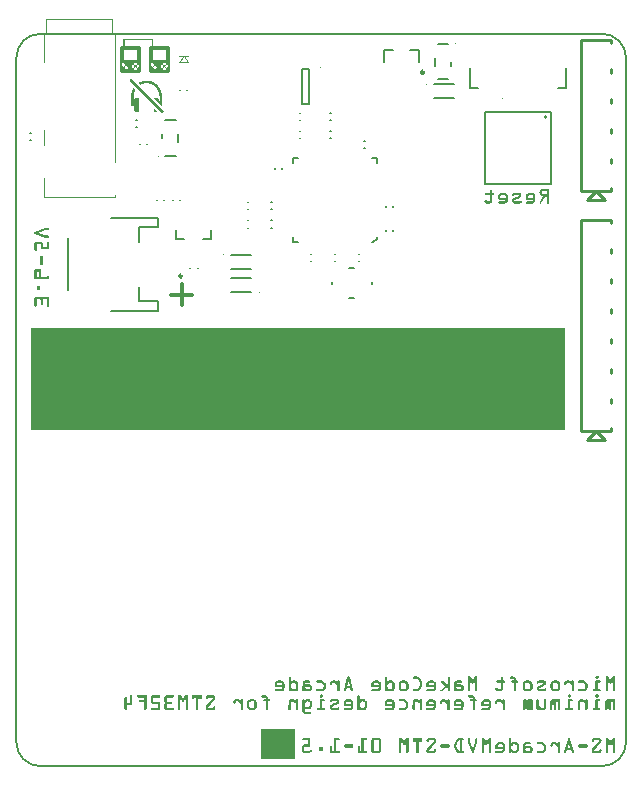
<source format=gbo>
G04*
G04 #@! TF.GenerationSoftware,Altium Limited,Altium Designer,19.1.6 (110)*
G04*
G04 Layer_Color=32896*
%FSAX25Y25*%
%MOIN*%
G70*
G01*
G75*
%ADD10C,0.00787*%
%ADD11C,0.00500*%
%ADD27C,0.01181*%
%ADD86C,0.00492*%
%ADD87C,0.00984*%
%ADD88C,0.00394*%
%ADD89C,0.01000*%
%ADD90R,0.11811X0.09843*%
%ADD91R,1.78347X0.33858*%
G36*
X-0157616Y0242384D02*
X-0157553D01*
Y0242320D01*
X-0157489D01*
Y0242257D01*
Y0242194D01*
Y0242130D01*
Y0242067D01*
Y0242003D01*
Y0241940D01*
Y0241877D01*
Y0241813D01*
Y0241750D01*
Y0241687D01*
Y0241623D01*
Y0241560D01*
Y0241496D01*
Y0241433D01*
Y0241370D01*
Y0241306D01*
Y0241243D01*
Y0241180D01*
Y0241116D01*
Y0241053D01*
Y0240989D01*
Y0240926D01*
Y0240863D01*
Y0240799D01*
Y0240736D01*
Y0240673D01*
Y0240609D01*
Y0240546D01*
Y0240482D01*
Y0240419D01*
Y0240356D01*
Y0240292D01*
Y0240229D01*
Y0240165D01*
Y0240102D01*
Y0240039D01*
X-0152863D01*
Y0239975D01*
X-0152482D01*
Y0239912D01*
X-0152356D01*
Y0239849D01*
X-0152292D01*
Y0239785D01*
X-0152229D01*
Y0239722D01*
X-0152166D01*
Y0239658D01*
X-0152102D01*
Y0239595D01*
Y0239532D01*
Y0239468D01*
X-0152039D01*
Y0239405D01*
Y0239342D01*
Y0239278D01*
Y0239215D01*
Y0239152D01*
Y0239088D01*
Y0239025D01*
Y0238961D01*
Y0238898D01*
Y0238835D01*
Y0238771D01*
Y0238708D01*
Y0238645D01*
Y0238581D01*
Y0238518D01*
Y0238454D01*
Y0238391D01*
Y0238328D01*
Y0238264D01*
Y0238201D01*
Y0238137D01*
Y0238074D01*
Y0238011D01*
Y0237947D01*
Y0237884D01*
Y0237821D01*
Y0237757D01*
Y0237694D01*
Y0237630D01*
Y0237567D01*
Y0237504D01*
Y0237440D01*
Y0237377D01*
Y0237314D01*
Y0237250D01*
Y0237187D01*
Y0237123D01*
Y0237060D01*
Y0236997D01*
Y0236933D01*
Y0236870D01*
Y0236807D01*
Y0236743D01*
Y0236680D01*
Y0236616D01*
Y0236553D01*
Y0236490D01*
Y0236426D01*
Y0236363D01*
Y0236299D01*
Y0236236D01*
Y0236173D01*
Y0236109D01*
Y0236046D01*
Y0235983D01*
Y0235919D01*
Y0235856D01*
Y0235792D01*
Y0235729D01*
Y0235666D01*
Y0235602D01*
Y0235539D01*
Y0235476D01*
Y0235412D01*
Y0235349D01*
Y0235285D01*
Y0235222D01*
Y0235159D01*
Y0235095D01*
Y0235032D01*
Y0234969D01*
Y0234905D01*
Y0234842D01*
Y0234778D01*
Y0234715D01*
Y0234652D01*
Y0234588D01*
Y0234525D01*
Y0234461D01*
Y0234398D01*
Y0234335D01*
Y0234271D01*
Y0234208D01*
Y0234145D01*
Y0234081D01*
Y0234018D01*
Y0233955D01*
Y0233891D01*
Y0233828D01*
Y0233764D01*
Y0233701D01*
Y0233638D01*
Y0233574D01*
Y0233511D01*
Y0233448D01*
Y0233384D01*
Y0233321D01*
Y0233257D01*
Y0233194D01*
Y0233131D01*
Y0233067D01*
Y0233004D01*
Y0232941D01*
Y0232877D01*
Y0232814D01*
Y0232750D01*
Y0232687D01*
Y0232624D01*
Y0232560D01*
Y0232497D01*
Y0232434D01*
Y0232370D01*
Y0232307D01*
Y0232243D01*
Y0232180D01*
Y0232117D01*
Y0232053D01*
Y0231990D01*
Y0231926D01*
Y0231863D01*
Y0231800D01*
Y0231736D01*
Y0231673D01*
Y0231610D01*
Y0231546D01*
Y0231483D01*
X-0152102D01*
Y0231419D01*
Y0231356D01*
X-0152166D01*
Y0231293D01*
X-0152229D01*
Y0231229D01*
Y0231166D01*
X-0152356D01*
Y0231102D01*
X-0152419D01*
Y0231039D01*
X-0152736D01*
Y0230976D01*
X-0158250D01*
Y0231039D01*
X-0158567D01*
Y0231102D01*
X-0158630D01*
Y0231166D01*
X-0158757D01*
Y0231229D01*
Y0231293D01*
X-0158820D01*
Y0231356D01*
X-0158884D01*
Y0231419D01*
Y0231483D01*
X-0158947D01*
Y0231546D01*
Y0231610D01*
Y0231673D01*
Y0231736D01*
Y0231800D01*
Y0231863D01*
Y0231926D01*
Y0231990D01*
Y0232053D01*
Y0232117D01*
Y0232180D01*
Y0232243D01*
Y0232307D01*
Y0232370D01*
Y0232434D01*
Y0232497D01*
Y0232560D01*
Y0232624D01*
Y0232687D01*
Y0232750D01*
Y0232814D01*
Y0232877D01*
Y0232941D01*
Y0233004D01*
Y0233067D01*
Y0233131D01*
Y0233194D01*
Y0233257D01*
Y0233321D01*
Y0233384D01*
Y0233448D01*
Y0233511D01*
Y0233574D01*
Y0233638D01*
Y0233701D01*
Y0233764D01*
Y0233828D01*
Y0233891D01*
Y0233955D01*
Y0234018D01*
Y0234081D01*
Y0234145D01*
Y0234208D01*
Y0234271D01*
Y0234335D01*
Y0234398D01*
Y0234461D01*
Y0234525D01*
Y0234588D01*
Y0234652D01*
Y0234715D01*
Y0234778D01*
Y0234842D01*
Y0234905D01*
Y0234969D01*
Y0235032D01*
Y0235095D01*
Y0235159D01*
Y0235222D01*
Y0235285D01*
Y0235349D01*
Y0235412D01*
Y0235476D01*
Y0235539D01*
Y0235602D01*
Y0235666D01*
Y0235729D01*
Y0235792D01*
Y0235856D01*
Y0235919D01*
Y0235983D01*
Y0236046D01*
Y0236109D01*
Y0236173D01*
Y0236236D01*
Y0236299D01*
Y0236363D01*
Y0236426D01*
Y0236490D01*
Y0236553D01*
Y0236616D01*
Y0236680D01*
Y0236743D01*
Y0236807D01*
Y0236870D01*
Y0236933D01*
Y0236997D01*
Y0237060D01*
Y0237123D01*
Y0237187D01*
Y0237250D01*
Y0237314D01*
Y0237377D01*
Y0237440D01*
Y0237504D01*
Y0237567D01*
Y0237630D01*
Y0237694D01*
Y0237757D01*
Y0237821D01*
Y0237884D01*
Y0237947D01*
Y0238011D01*
Y0238074D01*
Y0238137D01*
Y0238201D01*
Y0238264D01*
Y0238328D01*
Y0238391D01*
Y0238454D01*
Y0238518D01*
Y0238581D01*
Y0238645D01*
Y0238708D01*
Y0238771D01*
Y0238835D01*
Y0238898D01*
Y0238961D01*
Y0239025D01*
Y0239088D01*
Y0239152D01*
Y0239215D01*
Y0239278D01*
Y0239342D01*
Y0239405D01*
Y0239468D01*
Y0239532D01*
X-0158884D01*
Y0239595D01*
Y0239658D01*
X-0158820D01*
Y0239722D01*
X-0158757D01*
Y0239785D01*
X-0158694D01*
Y0239849D01*
X-0158630D01*
Y0239912D01*
X-0158503D01*
Y0239975D01*
X-0158123D01*
Y0240039D01*
X-0158060D01*
Y0240102D01*
Y0240165D01*
Y0240229D01*
Y0240292D01*
Y0240356D01*
Y0240419D01*
Y0240482D01*
Y0240546D01*
Y0240609D01*
Y0240673D01*
Y0240736D01*
Y0240799D01*
Y0240863D01*
Y0240926D01*
Y0240989D01*
Y0241053D01*
Y0241116D01*
Y0241180D01*
Y0241243D01*
Y0241306D01*
Y0241370D01*
Y0241433D01*
Y0241496D01*
Y0241560D01*
Y0241623D01*
Y0241687D01*
Y0241750D01*
Y0241813D01*
Y0241877D01*
Y0241940D01*
Y0242003D01*
X-0158123D01*
Y0242067D01*
X-0167059D01*
Y0242003D01*
X-0167123D01*
Y0241940D01*
Y0241877D01*
Y0241813D01*
Y0241750D01*
Y0241687D01*
Y0241623D01*
Y0241560D01*
Y0241496D01*
Y0241433D01*
Y0241370D01*
Y0241306D01*
Y0241243D01*
Y0241180D01*
Y0241116D01*
Y0241053D01*
Y0240989D01*
Y0240926D01*
Y0240863D01*
Y0240799D01*
Y0240736D01*
Y0240673D01*
Y0240609D01*
Y0240546D01*
Y0240482D01*
Y0240419D01*
Y0240356D01*
Y0240292D01*
Y0240229D01*
Y0240165D01*
Y0240102D01*
Y0240039D01*
X-0162496D01*
Y0239975D01*
X-0162116D01*
Y0239912D01*
X-0161989D01*
Y0239849D01*
X-0161926D01*
Y0239785D01*
X-0161862D01*
Y0239722D01*
X-0161799D01*
Y0239658D01*
X-0161736D01*
Y0239595D01*
Y0239532D01*
X-0161672D01*
Y0239468D01*
Y0239405D01*
Y0239342D01*
Y0239278D01*
Y0239215D01*
Y0239152D01*
Y0239088D01*
Y0239025D01*
Y0238961D01*
Y0238898D01*
Y0238835D01*
Y0238771D01*
Y0238708D01*
Y0238645D01*
Y0238581D01*
Y0238518D01*
Y0238454D01*
Y0238391D01*
Y0238328D01*
Y0238264D01*
Y0238201D01*
Y0238137D01*
Y0238074D01*
Y0238011D01*
Y0237947D01*
Y0237884D01*
Y0237821D01*
Y0237757D01*
Y0237694D01*
Y0237630D01*
Y0237567D01*
Y0237504D01*
Y0237440D01*
Y0237377D01*
Y0237314D01*
Y0237250D01*
Y0237187D01*
Y0237123D01*
Y0237060D01*
Y0236997D01*
Y0236933D01*
Y0236870D01*
Y0236807D01*
Y0236743D01*
Y0236680D01*
Y0236616D01*
Y0236553D01*
Y0236490D01*
Y0236426D01*
Y0236363D01*
Y0236299D01*
Y0236236D01*
Y0236173D01*
Y0236109D01*
Y0236046D01*
Y0235983D01*
Y0235919D01*
Y0235856D01*
Y0235792D01*
Y0235729D01*
Y0235666D01*
Y0235602D01*
Y0235539D01*
Y0235476D01*
Y0235412D01*
Y0235349D01*
Y0235285D01*
Y0235222D01*
Y0235159D01*
Y0235095D01*
Y0235032D01*
Y0234969D01*
Y0234905D01*
Y0234842D01*
Y0234778D01*
Y0234715D01*
Y0234652D01*
Y0234588D01*
Y0234525D01*
Y0234461D01*
Y0234398D01*
Y0234335D01*
Y0234271D01*
Y0234208D01*
Y0234145D01*
Y0234081D01*
Y0234018D01*
Y0233955D01*
Y0233891D01*
Y0233828D01*
Y0233764D01*
Y0233701D01*
Y0233638D01*
Y0233574D01*
Y0233511D01*
Y0233448D01*
Y0233384D01*
Y0233321D01*
Y0233257D01*
Y0233194D01*
Y0233131D01*
Y0233067D01*
Y0233004D01*
Y0232941D01*
Y0232877D01*
Y0232814D01*
Y0232750D01*
Y0232687D01*
Y0232624D01*
Y0232560D01*
Y0232497D01*
Y0232434D01*
Y0232370D01*
Y0232307D01*
Y0232243D01*
Y0232180D01*
Y0232117D01*
Y0232053D01*
Y0231990D01*
Y0231926D01*
Y0231863D01*
Y0231800D01*
Y0231736D01*
Y0231673D01*
Y0231610D01*
Y0231546D01*
Y0231483D01*
X-0161736D01*
Y0231419D01*
Y0231356D01*
X-0161799D01*
Y0231293D01*
X-0161862D01*
Y0231229D01*
Y0231166D01*
X-0161989D01*
Y0231102D01*
X-0162053D01*
Y0231039D01*
X-0162369D01*
Y0230976D01*
X-0167883D01*
Y0231039D01*
X-0168200D01*
Y0231102D01*
X-0168263D01*
Y0231166D01*
X-0168390D01*
Y0231229D01*
Y0231293D01*
X-0168454D01*
Y0231356D01*
X-0168517D01*
Y0231419D01*
Y0231483D01*
X-0168580D01*
Y0231546D01*
Y0231610D01*
Y0231673D01*
Y0231736D01*
Y0231800D01*
Y0231863D01*
Y0231926D01*
Y0231990D01*
Y0232053D01*
Y0232117D01*
Y0232180D01*
Y0232243D01*
Y0232307D01*
Y0232370D01*
Y0232434D01*
Y0232497D01*
Y0232560D01*
Y0232624D01*
Y0232687D01*
Y0232750D01*
Y0232814D01*
Y0232877D01*
Y0232941D01*
Y0233004D01*
Y0233067D01*
Y0233131D01*
Y0233194D01*
Y0233257D01*
Y0233321D01*
Y0233384D01*
Y0233448D01*
Y0233511D01*
Y0233574D01*
Y0233638D01*
Y0233701D01*
Y0233764D01*
Y0233828D01*
Y0233891D01*
Y0233955D01*
Y0234018D01*
Y0234081D01*
Y0234145D01*
Y0234208D01*
Y0234271D01*
Y0234335D01*
Y0234398D01*
Y0234461D01*
Y0234525D01*
Y0234588D01*
Y0234652D01*
Y0234715D01*
Y0234778D01*
Y0234842D01*
Y0234905D01*
Y0234969D01*
Y0235032D01*
Y0235095D01*
Y0235159D01*
Y0235222D01*
Y0235285D01*
Y0235349D01*
Y0235412D01*
Y0235476D01*
Y0235539D01*
Y0235602D01*
Y0235666D01*
Y0235729D01*
Y0235792D01*
Y0235856D01*
Y0235919D01*
Y0235983D01*
Y0236046D01*
Y0236109D01*
Y0236173D01*
Y0236236D01*
Y0236299D01*
Y0236363D01*
Y0236426D01*
Y0236490D01*
Y0236553D01*
Y0236616D01*
Y0236680D01*
Y0236743D01*
Y0236807D01*
Y0236870D01*
Y0236933D01*
Y0236997D01*
Y0237060D01*
Y0237123D01*
Y0237187D01*
Y0237250D01*
Y0237314D01*
Y0237377D01*
Y0237440D01*
Y0237504D01*
Y0237567D01*
Y0237630D01*
Y0237694D01*
Y0237757D01*
Y0237821D01*
Y0237884D01*
Y0237947D01*
Y0238011D01*
Y0238074D01*
Y0238137D01*
Y0238201D01*
Y0238264D01*
Y0238328D01*
Y0238391D01*
Y0238454D01*
Y0238518D01*
Y0238581D01*
Y0238645D01*
Y0238708D01*
Y0238771D01*
Y0238835D01*
Y0238898D01*
Y0238961D01*
Y0239025D01*
Y0239088D01*
Y0239152D01*
Y0239215D01*
Y0239278D01*
Y0239342D01*
Y0239405D01*
Y0239468D01*
X-0168517D01*
Y0239532D01*
Y0239595D01*
Y0239658D01*
X-0168454D01*
Y0239722D01*
X-0168390D01*
Y0239785D01*
X-0168327D01*
Y0239849D01*
X-0168263D01*
Y0239912D01*
X-0168137D01*
Y0239975D01*
X-0167756D01*
Y0240039D01*
X-0167693D01*
Y0240102D01*
Y0240165D01*
Y0240229D01*
Y0240292D01*
Y0240356D01*
Y0240419D01*
Y0240482D01*
Y0240546D01*
Y0240609D01*
Y0240673D01*
Y0240736D01*
Y0240799D01*
Y0240863D01*
Y0240926D01*
Y0240989D01*
Y0241053D01*
Y0241116D01*
Y0241180D01*
Y0241243D01*
Y0241306D01*
Y0241370D01*
Y0241433D01*
Y0241496D01*
Y0241560D01*
Y0241623D01*
Y0241687D01*
Y0241750D01*
Y0241813D01*
Y0241877D01*
Y0241940D01*
Y0242003D01*
Y0242067D01*
Y0242130D01*
Y0242194D01*
Y0242257D01*
Y0242320D01*
Y0242384D01*
X-0167630D01*
Y0242447D01*
X-0157616D01*
Y0242384D01*
D02*
G37*
G36*
X-0159163Y0228441D02*
X-0158828D01*
Y0228404D01*
X-0158642D01*
Y0228367D01*
X-0158605D01*
Y0228330D01*
X-0158418D01*
Y0228292D01*
X-0158270D01*
Y0228255D01*
X-0158232D01*
Y0228218D01*
X-0158121D01*
Y0228181D01*
X-0157972D01*
Y0228144D01*
X-0157860D01*
Y0228106D01*
Y0228069D01*
X-0157748D01*
Y0228032D01*
X-0157637D01*
Y0227995D01*
X-0157562D01*
Y0227958D01*
X-0157525D01*
Y0227920D01*
X-0157451D01*
Y0227883D01*
X-0157376D01*
Y0227846D01*
X-0157302D01*
Y0227809D01*
X-0157265D01*
Y0227771D01*
X-0157190D01*
Y0227734D01*
X-0157116D01*
Y0227697D01*
X-0157079D01*
Y0227660D01*
X-0157004D01*
Y0227623D01*
X-0156967D01*
Y0227585D01*
X-0156893D01*
Y0227548D01*
X-0156855D01*
Y0227511D01*
X-0156818D01*
Y0227474D01*
X-0156744D01*
Y0227436D01*
X-0156706D01*
Y0227399D01*
X-0156669D01*
Y0227362D01*
X-0156595D01*
Y0227325D01*
X-0156558D01*
Y0227288D01*
X-0156520D01*
Y0227250D01*
X-0156483D01*
Y0227213D01*
X-0156446D01*
Y0227176D01*
X-0156409D01*
Y0227139D01*
X-0156371D01*
Y0227101D01*
X-0156334D01*
Y0227064D01*
X-0156297D01*
Y0227027D01*
X-0156260D01*
Y0226990D01*
X-0156223D01*
Y0226953D01*
X-0156185D01*
Y0226915D01*
X-0156148D01*
Y0226878D01*
X-0156111D01*
Y0226841D01*
X-0156074D01*
Y0226804D01*
X-0156036D01*
Y0226766D01*
X-0155999D01*
Y0226729D01*
X-0155962D01*
Y0226692D01*
X-0155925D01*
Y0226655D01*
X-0155888D01*
Y0226618D01*
Y0226580D01*
X-0155850D01*
Y0226543D01*
X-0155813D01*
Y0226506D01*
X-0155776D01*
Y0226469D01*
X-0155739D01*
Y0226431D01*
Y0226394D01*
X-0155701D01*
Y0226357D01*
Y0226320D01*
X-0155664D01*
Y0226283D01*
X-0155627D01*
Y0226245D01*
X-0155590D01*
Y0226208D01*
Y0226171D01*
X-0155553D01*
Y0226134D01*
X-0155515D01*
Y0226097D01*
X-0155478D01*
Y0226059D01*
Y0226022D01*
X-0155441D01*
Y0225985D01*
Y0225948D01*
Y0225910D01*
X-0155404D01*
Y0225873D01*
X-0155367D01*
Y0225836D01*
X-0155329D01*
Y0225799D01*
Y0225762D01*
X-0155292D01*
Y0225724D01*
Y0225687D01*
Y0225650D01*
X-0155218D01*
Y0225613D01*
Y0225575D01*
Y0225538D01*
X-0155180D01*
Y0225501D01*
Y0225464D01*
X-0155143D01*
Y0225427D01*
Y0225389D01*
Y0225352D01*
X-0155106D01*
Y0225315D01*
X-0155069D01*
Y0225278D01*
Y0225240D01*
X-0155032D01*
Y0225203D01*
Y0225166D01*
Y0225129D01*
Y0225092D01*
X-0154994D01*
Y0225055D01*
Y0225017D01*
Y0224980D01*
X-0154920D01*
Y0224943D01*
Y0224906D01*
Y0224868D01*
Y0224831D01*
X-0154883D01*
Y0224794D01*
Y0224757D01*
Y0224720D01*
Y0224682D01*
X-0154845D01*
Y0224645D01*
Y0224608D01*
Y0224571D01*
Y0224533D01*
X-0154808D01*
Y0224496D01*
X-0154771D01*
Y0224459D01*
Y0224422D01*
Y0224384D01*
Y0224347D01*
Y0224310D01*
X-0154734D01*
Y0224273D01*
Y0224236D01*
Y0224198D01*
Y0224161D01*
Y0224124D01*
X-0154697D01*
Y0224087D01*
X-0154659D01*
Y0224050D01*
Y0224012D01*
Y0223975D01*
Y0223938D01*
Y0223901D01*
Y0223864D01*
Y0223826D01*
X-0154622D01*
Y0223789D01*
Y0223752D01*
Y0223715D01*
Y0223677D01*
Y0223640D01*
Y0223603D01*
Y0223566D01*
Y0223529D01*
Y0223491D01*
Y0223454D01*
X-0154585D01*
Y0223417D01*
Y0223380D01*
Y0223342D01*
Y0223305D01*
Y0223268D01*
Y0223231D01*
Y0223194D01*
Y0223156D01*
Y0223119D01*
Y0223082D01*
Y0223045D01*
Y0223007D01*
Y0222970D01*
Y0222933D01*
Y0222896D01*
Y0222859D01*
Y0222821D01*
Y0222784D01*
Y0222747D01*
Y0222710D01*
Y0222673D01*
Y0222635D01*
Y0222598D01*
Y0222561D01*
Y0222524D01*
Y0222486D01*
Y0222449D01*
Y0222412D01*
Y0222375D01*
Y0222338D01*
Y0222300D01*
Y0222263D01*
Y0222226D01*
Y0222189D01*
Y0222151D01*
Y0222114D01*
Y0222077D01*
Y0222040D01*
Y0222003D01*
Y0221965D01*
Y0221928D01*
Y0221891D01*
Y0221854D01*
Y0221816D01*
Y0221779D01*
Y0221742D01*
Y0221705D01*
Y0221668D01*
Y0221630D01*
Y0221593D01*
Y0221556D01*
Y0221519D01*
Y0221481D01*
Y0221444D01*
Y0221407D01*
Y0221370D01*
Y0221333D01*
Y0221295D01*
Y0221258D01*
Y0221221D01*
Y0221184D01*
Y0221147D01*
Y0221109D01*
Y0221072D01*
Y0221035D01*
Y0220998D01*
Y0220960D01*
Y0220923D01*
Y0220886D01*
Y0220849D01*
Y0220812D01*
Y0220774D01*
Y0220737D01*
Y0220700D01*
Y0220663D01*
Y0220625D01*
Y0220588D01*
Y0220551D01*
Y0220514D01*
Y0220477D01*
Y0220439D01*
Y0220402D01*
Y0220365D01*
Y0220328D01*
Y0220290D01*
Y0220253D01*
X-0154622D01*
Y0220216D01*
Y0220179D01*
X-0154659D01*
Y0220142D01*
X-0154883D01*
Y0220179D01*
X-0154920D01*
Y0220216D01*
X-0154994D01*
Y0220253D01*
Y0220290D01*
X-0155032D01*
Y0220328D01*
X-0155069D01*
Y0220365D01*
X-0155143D01*
Y0220402D01*
Y0220439D01*
X-0155180D01*
Y0220477D01*
X-0155255D01*
Y0220514D01*
Y0220551D01*
X-0155292D01*
Y0220588D01*
X-0155329D01*
Y0220625D01*
X-0155404D01*
Y0220663D01*
Y0220700D01*
X-0155441D01*
Y0220737D01*
X-0155478D01*
Y0220774D01*
X-0155553D01*
Y0220812D01*
Y0220849D01*
X-0155590D01*
Y0220886D01*
X-0155664D01*
Y0220923D01*
X-0155701D01*
Y0220960D01*
Y0220998D01*
X-0155739D01*
Y0221035D01*
X-0155813D01*
Y0221072D01*
Y0221109D01*
X-0155850D01*
Y0221147D01*
X-0155888D01*
Y0221184D01*
X-0155962D01*
Y0221221D01*
Y0221258D01*
X-0155999D01*
Y0221295D01*
X-0156074D01*
Y0221333D01*
X-0156111D01*
Y0221370D01*
Y0221407D01*
X-0156148D01*
Y0221444D01*
X-0156223D01*
Y0221481D01*
Y0221519D01*
X-0156260D01*
Y0221556D01*
X-0156297D01*
Y0221593D01*
X-0156371D01*
Y0221630D01*
Y0221668D01*
X-0156409D01*
Y0221705D01*
X-0156446D01*
Y0221742D01*
X-0156520D01*
Y0221779D01*
Y0221816D01*
X-0156558D01*
Y0221854D01*
X-0156632D01*
Y0221891D01*
X-0156669D01*
Y0221928D01*
Y0221965D01*
X-0156706D01*
Y0222003D01*
X-0156781D01*
Y0222040D01*
Y0222077D01*
X-0156818D01*
Y0222114D01*
X-0156893D01*
Y0222151D01*
X-0156930D01*
Y0222189D01*
Y0222226D01*
X-0156967D01*
Y0222263D01*
X-0157041D01*
Y0222300D01*
X-0157079D01*
Y0222338D01*
Y0222375D01*
X-0157116D01*
Y0222412D01*
X-0157190D01*
Y0222449D01*
Y0222486D01*
X-0157227D01*
Y0222524D01*
X-0157265D01*
Y0222561D01*
Y0222598D01*
Y0222635D01*
Y0222673D01*
Y0222710D01*
X-0157227D01*
Y0222747D01*
X-0157190D01*
Y0222784D01*
X-0156260D01*
Y0222747D01*
X-0156223D01*
Y0222710D01*
X-0156074D01*
Y0222673D01*
X-0155999D01*
Y0222635D01*
X-0155888D01*
Y0222598D01*
Y0222561D01*
X-0155813D01*
Y0222524D01*
X-0155776D01*
Y0222486D01*
X-0155739D01*
Y0222449D01*
Y0222412D01*
X-0155701D01*
Y0222375D01*
X-0155664D01*
Y0222338D01*
X-0155627D01*
Y0222300D01*
Y0222263D01*
X-0155590D01*
Y0222226D01*
Y0222189D01*
Y0222151D01*
X-0155553D01*
Y0222114D01*
Y0222077D01*
Y0222040D01*
Y0222003D01*
Y0221965D01*
Y0221928D01*
Y0221891D01*
Y0221854D01*
X-0155441D01*
Y0221891D01*
Y0221928D01*
Y0221965D01*
Y0222003D01*
Y0222040D01*
Y0222077D01*
Y0222114D01*
Y0222151D01*
Y0222189D01*
Y0222226D01*
Y0222263D01*
Y0222300D01*
Y0222338D01*
Y0222375D01*
Y0222412D01*
Y0222449D01*
Y0222486D01*
Y0222524D01*
Y0222561D01*
Y0222598D01*
Y0222635D01*
Y0222673D01*
Y0222710D01*
Y0222747D01*
Y0222784D01*
Y0222821D01*
Y0222859D01*
Y0222896D01*
Y0222933D01*
Y0222970D01*
Y0223007D01*
Y0223045D01*
Y0223082D01*
Y0223119D01*
Y0223156D01*
Y0223194D01*
Y0223231D01*
Y0223268D01*
Y0223305D01*
Y0223342D01*
Y0223380D01*
X-0155478D01*
Y0223417D01*
Y0223454D01*
Y0223491D01*
Y0223529D01*
Y0223566D01*
Y0223603D01*
Y0223640D01*
Y0223677D01*
Y0223715D01*
Y0223752D01*
X-0155515D01*
Y0223789D01*
Y0223826D01*
Y0223864D01*
Y0223901D01*
X-0155553D01*
Y0223938D01*
Y0223975D01*
Y0224012D01*
X-0155590D01*
Y0224050D01*
Y0224087D01*
Y0224124D01*
Y0224161D01*
Y0224198D01*
X-0155627D01*
Y0224236D01*
Y0224273D01*
Y0224310D01*
Y0224347D01*
Y0224384D01*
X-0155664D01*
Y0224422D01*
X-0155701D01*
Y0224459D01*
Y0224496D01*
Y0224533D01*
X-0155739D01*
Y0224571D01*
Y0224608D01*
Y0224645D01*
Y0224682D01*
X-0155776D01*
Y0224720D01*
Y0224757D01*
Y0224794D01*
X-0155813D01*
Y0224831D01*
X-0155850D01*
Y0224868D01*
Y0224906D01*
X-0155888D01*
Y0224943D01*
Y0224980D01*
Y0225017D01*
X-0155925D01*
Y0225055D01*
Y0225092D01*
X-0155962D01*
Y0225129D01*
Y0225166D01*
X-0155999D01*
Y0225203D01*
Y0225240D01*
X-0156036D01*
Y0225278D01*
Y0225315D01*
X-0156074D01*
Y0225352D01*
X-0156111D01*
Y0225389D01*
Y0225427D01*
X-0156148D01*
Y0225464D01*
Y0225501D01*
X-0156185D01*
Y0225538D01*
X-0156223D01*
Y0225575D01*
Y0225613D01*
X-0156260D01*
Y0225650D01*
Y0225687D01*
X-0156297D01*
Y0225724D01*
X-0156334D01*
Y0225762D01*
X-0156371D01*
Y0225799D01*
Y0225836D01*
X-0156409D01*
Y0225873D01*
X-0156446D01*
Y0225910D01*
Y0225948D01*
X-0156483D01*
Y0225985D01*
X-0156520D01*
Y0226022D01*
X-0156558D01*
Y0226059D01*
Y0226097D01*
X-0156632D01*
Y0226134D01*
X-0156669D01*
Y0226171D01*
Y0226208D01*
X-0156706D01*
Y0226245D01*
X-0156744D01*
Y0226283D01*
X-0156781D01*
Y0226320D01*
X-0156818D01*
Y0226357D01*
X-0156855D01*
Y0226394D01*
X-0156893D01*
Y0226431D01*
X-0156930D01*
Y0226469D01*
X-0156967D01*
Y0226506D01*
X-0157004D01*
Y0226543D01*
X-0157079D01*
Y0226580D01*
Y0226618D01*
X-0157116D01*
Y0226655D01*
X-0157190D01*
Y0226692D01*
X-0157227D01*
Y0226729D01*
X-0157265D01*
Y0226766D01*
X-0157302D01*
Y0226804D01*
X-0157376D01*
Y0226841D01*
X-0157413D01*
Y0226878D01*
X-0157451D01*
Y0226915D01*
X-0157525D01*
Y0226953D01*
X-0157600D01*
Y0226990D01*
Y0227027D01*
X-0157711D01*
Y0227064D01*
X-0157748D01*
Y0227101D01*
X-0157823D01*
Y0227139D01*
X-0157860D01*
Y0227176D01*
X-0157972D01*
Y0227213D01*
X-0158046D01*
Y0227250D01*
X-0158083D01*
Y0227288D01*
X-0158158D01*
Y0227325D01*
X-0158307D01*
Y0227362D01*
X-0158418D01*
Y0227399D01*
Y0227436D01*
X-0158567D01*
Y0227474D01*
X-0158716D01*
Y0227511D01*
X-0158902D01*
Y0227548D01*
X-0158940D01*
Y0227585D01*
X-0159237D01*
Y0227623D01*
X-0160317D01*
Y0227585D01*
X-0160614D01*
Y0227548D01*
X-0160652D01*
Y0227511D01*
X-0160838D01*
Y0227474D01*
X-0160986D01*
Y0227436D01*
X-0161135D01*
Y0227399D01*
Y0227362D01*
X-0161247D01*
Y0227325D01*
X-0161396D01*
Y0227288D01*
X-0161470D01*
Y0227250D01*
X-0161507D01*
Y0227213D01*
X-0161619D01*
Y0227176D01*
X-0161694D01*
Y0227139D01*
X-0161731D01*
Y0227101D01*
X-0161768D01*
Y0227139D01*
X-0161880D01*
Y0227176D01*
X-0161917D01*
Y0227213D01*
X-0161991D01*
Y0227250D01*
X-0162029D01*
Y0227288D01*
Y0227325D01*
X-0162103D01*
Y0227362D01*
X-0162140D01*
Y0227399D01*
X-0162178D01*
Y0227436D01*
Y0227474D01*
X-0162252D01*
Y0227511D01*
X-0162289D01*
Y0227548D01*
Y0227585D01*
X-0162326D01*
Y0227623D01*
Y0227660D01*
Y0227697D01*
Y0227734D01*
X-0162289D01*
Y0227771D01*
Y0227809D01*
X-0162215D01*
Y0227846D01*
X-0162178D01*
Y0227883D01*
X-0162103D01*
Y0227920D01*
X-0162029D01*
Y0227958D01*
X-0161991D01*
Y0227995D01*
X-0161880D01*
Y0228032D01*
X-0161805D01*
Y0228069D01*
X-0161694D01*
Y0228106D01*
Y0228144D01*
X-0161582D01*
Y0228181D01*
X-0161433D01*
Y0228218D01*
X-0161321D01*
Y0228255D01*
X-0161284D01*
Y0228292D01*
X-0161135D01*
Y0228330D01*
X-0160949D01*
Y0228367D01*
X-0160912D01*
Y0228404D01*
X-0160726D01*
Y0228441D01*
X-0160391D01*
Y0228479D01*
X-0159163D01*
Y0228441D01*
D02*
G37*
G36*
X-0157302Y0219174D02*
X-0157265D01*
Y0219137D01*
X-0157227D01*
Y0219100D01*
X-0157190D01*
Y0219062D01*
X-0157153D01*
Y0219025D01*
X-0157116D01*
Y0218988D01*
X-0157079D01*
Y0218951D01*
X-0157041D01*
Y0218914D01*
X-0157004D01*
Y0218876D01*
X-0156967D01*
Y0218839D01*
X-0156930D01*
Y0218802D01*
X-0156893D01*
Y0218765D01*
X-0156855D01*
Y0218727D01*
X-0156818D01*
Y0218690D01*
X-0156781D01*
Y0218653D01*
X-0156744D01*
Y0218616D01*
X-0156706D01*
Y0218579D01*
X-0156669D01*
Y0218541D01*
X-0156632D01*
Y0218504D01*
X-0156595D01*
Y0218467D01*
X-0156558D01*
Y0218430D01*
X-0156520D01*
Y0218392D01*
X-0156483D01*
Y0218355D01*
X-0156446D01*
Y0218318D01*
X-0156409D01*
Y0218281D01*
X-0156371D01*
Y0218244D01*
X-0156334D01*
Y0218206D01*
X-0156297D01*
Y0218169D01*
X-0156260D01*
Y0218132D01*
X-0156185D01*
Y0218095D01*
X-0157265D01*
Y0218132D01*
X-0157302D01*
Y0218169D01*
X-0157339D01*
Y0218206D01*
Y0218244D01*
Y0218281D01*
Y0218318D01*
Y0218355D01*
Y0218392D01*
Y0218430D01*
Y0218467D01*
Y0218504D01*
Y0218541D01*
Y0218579D01*
Y0218616D01*
Y0218653D01*
Y0218690D01*
Y0218727D01*
Y0218765D01*
Y0218802D01*
Y0218839D01*
Y0218876D01*
Y0218914D01*
Y0218951D01*
Y0218988D01*
Y0219025D01*
Y0219062D01*
Y0219100D01*
Y0219137D01*
Y0219174D01*
Y0219211D01*
X-0157302D01*
Y0219174D01*
D02*
G37*
G36*
X-0164113Y0225873D02*
X-0164076D01*
Y0225836D01*
X-0164038D01*
Y0225799D01*
X-0164001D01*
Y0225762D01*
X-0163964D01*
Y0225724D01*
X-0163927D01*
Y0225687D01*
X-0163890D01*
Y0225650D01*
X-0163852D01*
Y0225613D01*
X-0163815D01*
Y0225575D01*
X-0163778D01*
Y0225538D01*
X-0163741D01*
Y0225501D01*
X-0163703D01*
Y0225464D01*
X-0163666D01*
Y0225427D01*
X-0163629D01*
Y0225389D01*
X-0163592D01*
Y0225352D01*
X-0163555D01*
Y0225315D01*
X-0163517D01*
Y0225278D01*
Y0225240D01*
X-0163555D01*
Y0225203D01*
Y0225166D01*
Y0225129D01*
X-0163592D01*
Y0225092D01*
X-0163629D01*
Y0225055D01*
Y0225017D01*
X-0163666D01*
Y0224980D01*
Y0224943D01*
Y0224906D01*
X-0163703D01*
Y0224868D01*
Y0224831D01*
X-0163741D01*
Y0224794D01*
X-0163778D01*
Y0224757D01*
Y0224720D01*
Y0224682D01*
X-0163815D01*
Y0224645D01*
Y0224608D01*
Y0224571D01*
Y0224533D01*
X-0163852D01*
Y0224496D01*
Y0224459D01*
Y0224422D01*
X-0163890D01*
Y0224384D01*
X-0163927D01*
Y0224347D01*
Y0224310D01*
Y0224273D01*
Y0224236D01*
X-0163964D01*
Y0224198D01*
Y0224161D01*
Y0224124D01*
Y0224087D01*
Y0224050D01*
Y0224012D01*
X-0164001D01*
Y0223975D01*
X-0164038D01*
Y0223938D01*
Y0223901D01*
Y0223864D01*
Y0223826D01*
Y0223789D01*
X-0164076D01*
Y0223752D01*
Y0223715D01*
Y0223677D01*
Y0223640D01*
Y0223603D01*
Y0223566D01*
Y0223529D01*
Y0223491D01*
Y0223454D01*
X-0164113D01*
Y0223417D01*
Y0223380D01*
Y0223342D01*
Y0223305D01*
Y0223268D01*
Y0223231D01*
Y0223194D01*
Y0223156D01*
Y0223119D01*
Y0223082D01*
Y0223045D01*
Y0223007D01*
Y0222970D01*
Y0222933D01*
Y0222896D01*
Y0222859D01*
Y0222821D01*
Y0222784D01*
Y0222747D01*
Y0222710D01*
Y0222673D01*
Y0222635D01*
Y0222598D01*
Y0222561D01*
Y0222524D01*
Y0222486D01*
Y0222449D01*
Y0222412D01*
Y0222375D01*
Y0222338D01*
Y0222300D01*
Y0222263D01*
Y0222226D01*
Y0222189D01*
Y0222151D01*
Y0222114D01*
Y0222077D01*
Y0222040D01*
Y0222003D01*
Y0221965D01*
Y0221928D01*
Y0221891D01*
Y0221854D01*
X-0164038D01*
Y0221891D01*
X-0164001D01*
Y0221928D01*
Y0221965D01*
Y0222003D01*
Y0222040D01*
Y0222077D01*
Y0222114D01*
Y0222151D01*
X-0163964D01*
Y0222189D01*
Y0222226D01*
Y0222263D01*
X-0163927D01*
Y0222300D01*
Y0222338D01*
X-0163890D01*
Y0222375D01*
X-0163852D01*
Y0222412D01*
Y0222449D01*
X-0163815D01*
Y0222486D01*
X-0163778D01*
Y0222524D01*
X-0163741D01*
Y0222561D01*
X-0163666D01*
Y0222598D01*
Y0222635D01*
X-0163592D01*
Y0222673D01*
X-0163480D01*
Y0222710D01*
X-0163331D01*
Y0222747D01*
X-0163294D01*
Y0222784D01*
X-0162326D01*
Y0222747D01*
X-0162289D01*
Y0222710D01*
X-0162252D01*
Y0222673D01*
X-0162215D01*
Y0222635D01*
X-0162252D01*
Y0222598D01*
Y0222561D01*
Y0222524D01*
Y0222486D01*
Y0222449D01*
Y0222412D01*
Y0222375D01*
Y0222338D01*
Y0222300D01*
Y0222263D01*
Y0222226D01*
Y0222189D01*
Y0222151D01*
Y0222114D01*
Y0222077D01*
Y0222040D01*
Y0222003D01*
Y0221965D01*
Y0221928D01*
Y0221891D01*
Y0221854D01*
Y0221816D01*
Y0221779D01*
Y0221742D01*
Y0221705D01*
Y0221668D01*
Y0221630D01*
Y0221593D01*
Y0221556D01*
Y0221519D01*
Y0221481D01*
Y0221444D01*
Y0221407D01*
Y0221370D01*
Y0221333D01*
Y0221295D01*
Y0221258D01*
Y0221221D01*
Y0221184D01*
Y0221147D01*
Y0221109D01*
Y0221072D01*
Y0221035D01*
Y0220998D01*
Y0220960D01*
Y0220923D01*
Y0220886D01*
Y0220849D01*
Y0220812D01*
Y0220774D01*
Y0220737D01*
Y0220700D01*
Y0220663D01*
Y0220625D01*
Y0220588D01*
Y0220551D01*
Y0220514D01*
Y0220477D01*
Y0220439D01*
Y0220402D01*
Y0220365D01*
Y0220328D01*
Y0220290D01*
Y0220253D01*
Y0220216D01*
Y0220179D01*
Y0220142D01*
Y0220104D01*
Y0220067D01*
Y0220030D01*
Y0219993D01*
Y0219956D01*
Y0219918D01*
Y0219881D01*
Y0219844D01*
Y0219807D01*
Y0219770D01*
Y0219732D01*
Y0219695D01*
Y0219658D01*
Y0219621D01*
Y0219583D01*
Y0219546D01*
Y0219509D01*
Y0219472D01*
Y0219434D01*
Y0219397D01*
Y0219360D01*
Y0219323D01*
Y0219286D01*
Y0219248D01*
Y0219211D01*
Y0219174D01*
Y0219137D01*
Y0219100D01*
Y0219062D01*
Y0219025D01*
Y0218988D01*
Y0218951D01*
Y0218914D01*
Y0218876D01*
Y0218839D01*
Y0218802D01*
Y0218765D01*
Y0218727D01*
Y0218690D01*
Y0218653D01*
Y0218616D01*
Y0218579D01*
Y0218541D01*
Y0218504D01*
Y0218467D01*
Y0218430D01*
Y0218392D01*
Y0218355D01*
Y0218318D01*
Y0218281D01*
Y0218244D01*
Y0218206D01*
Y0218169D01*
Y0218132D01*
X-0162289D01*
Y0218095D01*
X-0163406D01*
Y0218132D01*
X-0163517D01*
Y0218169D01*
X-0163592D01*
Y0218206D01*
X-0163629D01*
Y0218244D01*
X-0163703D01*
Y0218281D01*
X-0163741D01*
Y0218318D01*
X-0163778D01*
Y0218355D01*
X-0163815D01*
Y0218392D01*
X-0163852D01*
Y0218430D01*
Y0218467D01*
X-0163890D01*
Y0218504D01*
X-0163927D01*
Y0218541D01*
Y0218579D01*
X-0163964D01*
Y0218616D01*
Y0218653D01*
Y0218690D01*
X-0164001D01*
Y0218727D01*
Y0218765D01*
Y0218802D01*
Y0218839D01*
Y0218876D01*
X-0164038D01*
Y0218914D01*
Y0218951D01*
Y0218988D01*
Y0219025D01*
Y0219062D01*
Y0219100D01*
Y0219137D01*
Y0219174D01*
Y0219211D01*
Y0219248D01*
Y0219286D01*
Y0219323D01*
Y0219360D01*
Y0219397D01*
Y0219434D01*
Y0219472D01*
Y0219509D01*
Y0219546D01*
Y0219583D01*
Y0219621D01*
Y0219658D01*
Y0219695D01*
Y0219732D01*
Y0219770D01*
Y0219807D01*
Y0219844D01*
Y0219881D01*
Y0219918D01*
Y0219956D01*
X-0164076D01*
Y0219993D01*
X-0164597D01*
Y0219956D01*
X-0164634D01*
Y0219993D01*
X-0164671D01*
Y0220030D01*
X-0164745D01*
Y0220067D01*
X-0164783D01*
Y0220104D01*
X-0164820D01*
Y0220142D01*
X-0164894D01*
Y0220179D01*
Y0220216D01*
X-0164932D01*
Y0220253D01*
X-0164969D01*
Y0220290D01*
Y0220328D01*
Y0220365D01*
Y0220402D01*
Y0220439D01*
Y0220477D01*
Y0220514D01*
Y0220551D01*
Y0220588D01*
Y0220625D01*
Y0220663D01*
Y0220700D01*
Y0220737D01*
Y0220774D01*
Y0220812D01*
Y0220849D01*
Y0220886D01*
Y0220923D01*
Y0220960D01*
Y0220998D01*
Y0221035D01*
Y0221072D01*
Y0221109D01*
Y0221147D01*
Y0221184D01*
Y0221221D01*
Y0221258D01*
Y0221295D01*
Y0221333D01*
Y0221370D01*
Y0221407D01*
Y0221444D01*
Y0221481D01*
Y0221519D01*
Y0221556D01*
Y0221593D01*
Y0221630D01*
Y0221668D01*
Y0221705D01*
Y0221742D01*
Y0221779D01*
Y0221816D01*
Y0221854D01*
Y0221891D01*
Y0221928D01*
Y0221965D01*
Y0222003D01*
Y0222040D01*
Y0222077D01*
Y0222114D01*
Y0222151D01*
Y0222189D01*
Y0222226D01*
Y0222263D01*
Y0222300D01*
Y0222338D01*
Y0222375D01*
Y0222412D01*
Y0222449D01*
Y0222486D01*
Y0222524D01*
Y0222561D01*
Y0222598D01*
Y0222635D01*
Y0222673D01*
Y0222710D01*
Y0222747D01*
Y0222784D01*
Y0222821D01*
Y0222859D01*
Y0222896D01*
Y0222933D01*
Y0222970D01*
Y0223007D01*
Y0223045D01*
Y0223082D01*
Y0223119D01*
Y0223156D01*
Y0223194D01*
Y0223231D01*
Y0223268D01*
Y0223305D01*
Y0223342D01*
Y0223380D01*
Y0223417D01*
Y0223454D01*
Y0223491D01*
X-0164932D01*
Y0223529D01*
Y0223566D01*
Y0223603D01*
Y0223640D01*
Y0223677D01*
Y0223715D01*
Y0223752D01*
Y0223789D01*
Y0223826D01*
Y0223864D01*
X-0164894D01*
Y0223901D01*
Y0223938D01*
Y0223975D01*
Y0224012D01*
Y0224050D01*
Y0224087D01*
Y0224124D01*
X-0164820D01*
Y0224161D01*
Y0224198D01*
Y0224236D01*
Y0224273D01*
Y0224310D01*
Y0224347D01*
X-0164783D01*
Y0224384D01*
Y0224422D01*
Y0224459D01*
Y0224496D01*
Y0224533D01*
X-0164745D01*
Y0224571D01*
Y0224608D01*
Y0224645D01*
Y0224682D01*
X-0164671D01*
Y0224720D01*
Y0224757D01*
Y0224794D01*
Y0224831D01*
X-0164634D01*
Y0224868D01*
Y0224906D01*
Y0224943D01*
Y0224980D01*
X-0164559D01*
Y0225017D01*
Y0225055D01*
Y0225092D01*
X-0164522D01*
Y0225129D01*
Y0225166D01*
Y0225203D01*
Y0225240D01*
X-0164485D01*
Y0225278D01*
Y0225315D01*
X-0164448D01*
Y0225352D01*
X-0164410D01*
Y0225389D01*
Y0225427D01*
X-0164373D01*
Y0225464D01*
Y0225501D01*
Y0225538D01*
X-0164336D01*
Y0225575D01*
Y0225613D01*
Y0225650D01*
X-0164262D01*
Y0225687D01*
Y0225724D01*
Y0225762D01*
X-0164225D01*
Y0225799D01*
Y0225836D01*
X-0164187D01*
Y0225873D01*
X-0164150D01*
Y0225910D01*
X-0164113D01*
Y0225873D01*
D02*
G37*
G36*
X-0164894Y0228962D02*
X-0164820D01*
Y0228925D01*
X-0164783D01*
Y0228888D01*
X-0164745D01*
Y0228851D01*
X-0164708D01*
Y0228814D01*
X-0164671D01*
Y0228776D01*
X-0164634D01*
Y0228739D01*
X-0164597D01*
Y0228702D01*
X-0164559D01*
Y0228665D01*
X-0164522D01*
Y0228627D01*
X-0164485D01*
Y0228590D01*
X-0164448D01*
Y0228553D01*
X-0164410D01*
Y0228516D01*
X-0164373D01*
Y0228479D01*
X-0164336D01*
Y0228441D01*
X-0164299D01*
Y0228404D01*
X-0164262D01*
Y0228367D01*
X-0164225D01*
Y0228330D01*
X-0164187D01*
Y0228292D01*
X-0164150D01*
Y0228255D01*
X-0164113D01*
Y0228218D01*
X-0164076D01*
Y0228181D01*
X-0164038D01*
Y0228144D01*
X-0164001D01*
Y0228106D01*
X-0163964D01*
Y0228069D01*
X-0163927D01*
Y0228032D01*
X-0163890D01*
Y0227995D01*
X-0163852D01*
Y0227958D01*
X-0163815D01*
Y0227920D01*
X-0163778D01*
Y0227883D01*
X-0163741D01*
Y0227846D01*
X-0163703D01*
Y0227809D01*
X-0163666D01*
Y0227771D01*
X-0163629D01*
Y0227734D01*
X-0163592D01*
Y0227697D01*
X-0163555D01*
Y0227660D01*
X-0163517D01*
Y0227623D01*
X-0163480D01*
Y0227585D01*
X-0163443D01*
Y0227548D01*
X-0163406D01*
Y0227511D01*
X-0163368D01*
Y0227474D01*
X-0163331D01*
Y0227436D01*
X-0163294D01*
Y0227399D01*
X-0163257D01*
Y0227362D01*
X-0163220D01*
Y0227325D01*
X-0163182D01*
Y0227288D01*
X-0163145D01*
Y0227250D01*
X-0163108D01*
Y0227213D01*
X-0163071D01*
Y0227176D01*
X-0163033D01*
Y0227139D01*
X-0162996D01*
Y0227101D01*
X-0162959D01*
Y0227064D01*
X-0162922D01*
Y0227027D01*
X-0162885D01*
Y0226990D01*
X-0162847D01*
Y0226953D01*
X-0162810D01*
Y0226915D01*
X-0162773D01*
Y0226878D01*
X-0162736D01*
Y0226841D01*
X-0162698D01*
Y0226804D01*
X-0162661D01*
Y0226766D01*
X-0162624D01*
Y0226729D01*
X-0162587D01*
Y0226692D01*
X-0162550D01*
Y0226655D01*
X-0162512D01*
Y0226618D01*
X-0162475D01*
Y0226580D01*
X-0162438D01*
Y0226543D01*
X-0162401D01*
Y0226506D01*
X-0162364D01*
Y0226469D01*
X-0162326D01*
Y0226431D01*
X-0162289D01*
Y0226394D01*
X-0162252D01*
Y0226357D01*
X-0162215D01*
Y0226320D01*
X-0162178D01*
Y0226283D01*
X-0162140D01*
Y0226245D01*
X-0162103D01*
Y0226208D01*
X-0162066D01*
Y0226171D01*
X-0162029D01*
Y0226134D01*
X-0161991D01*
Y0226097D01*
X-0161954D01*
Y0226059D01*
X-0161917D01*
Y0226022D01*
X-0161880D01*
Y0225985D01*
X-0161843D01*
Y0225948D01*
X-0161805D01*
Y0225910D01*
X-0161768D01*
Y0225873D01*
X-0161731D01*
Y0225836D01*
X-0161694D01*
Y0225799D01*
X-0161656D01*
Y0225762D01*
X-0161619D01*
Y0225724D01*
X-0161582D01*
Y0225687D01*
X-0161545D01*
Y0225650D01*
X-0161507D01*
Y0225613D01*
X-0161470D01*
Y0225575D01*
X-0161433D01*
Y0225538D01*
X-0161396D01*
Y0225501D01*
X-0161359D01*
Y0225464D01*
X-0161321D01*
Y0225427D01*
X-0161284D01*
Y0225389D01*
X-0161247D01*
Y0225352D01*
X-0161210D01*
Y0225315D01*
X-0161173D01*
Y0225278D01*
X-0161135D01*
Y0225240D01*
X-0161098D01*
Y0225203D01*
X-0161061D01*
Y0225166D01*
X-0161024D01*
Y0225129D01*
X-0160986D01*
Y0225092D01*
X-0160949D01*
Y0225055D01*
X-0160912D01*
Y0225017D01*
X-0160875D01*
Y0224980D01*
X-0160838D01*
Y0224943D01*
X-0160800D01*
Y0224906D01*
X-0160763D01*
Y0224868D01*
X-0160726D01*
Y0224831D01*
X-0160689D01*
Y0224794D01*
X-0160652D01*
Y0224757D01*
X-0160614D01*
Y0224720D01*
X-0160577D01*
Y0224682D01*
X-0160540D01*
Y0224645D01*
X-0160503D01*
Y0224608D01*
X-0160465D01*
Y0224571D01*
X-0160428D01*
Y0224533D01*
X-0160391D01*
Y0224496D01*
X-0160354D01*
Y0224459D01*
X-0160317D01*
Y0224422D01*
X-0160279D01*
Y0224384D01*
X-0160242D01*
Y0224347D01*
X-0160205D01*
Y0224310D01*
X-0160168D01*
Y0224273D01*
X-0160131D01*
Y0224236D01*
X-0160093D01*
Y0224198D01*
X-0160056D01*
Y0224161D01*
X-0160019D01*
Y0224124D01*
X-0159982D01*
Y0224087D01*
X-0159944D01*
Y0224050D01*
X-0159907D01*
Y0224012D01*
X-0159870D01*
Y0223975D01*
X-0159833D01*
Y0223938D01*
X-0159795D01*
Y0223901D01*
X-0159758D01*
Y0223864D01*
X-0159721D01*
Y0223826D01*
X-0159684D01*
Y0223789D01*
X-0159647D01*
Y0223752D01*
X-0159609D01*
Y0223715D01*
X-0159572D01*
Y0223677D01*
X-0159535D01*
Y0223640D01*
X-0159498D01*
Y0223603D01*
X-0159460D01*
Y0223566D01*
X-0159423D01*
Y0223529D01*
X-0159386D01*
Y0223491D01*
X-0159349D01*
Y0223454D01*
X-0159312D01*
Y0223417D01*
X-0159274D01*
Y0223380D01*
X-0159237D01*
Y0223342D01*
X-0159200D01*
Y0223305D01*
X-0159163D01*
Y0223268D01*
X-0159126D01*
Y0223231D01*
X-0159088D01*
Y0223194D01*
X-0159051D01*
Y0223156D01*
X-0159014D01*
Y0223119D01*
X-0158977D01*
Y0223082D01*
X-0158940D01*
Y0223045D01*
X-0158902D01*
Y0223007D01*
X-0158865D01*
Y0222970D01*
X-0158828D01*
Y0222933D01*
X-0158791D01*
Y0222896D01*
X-0158753D01*
Y0222859D01*
X-0158716D01*
Y0222821D01*
X-0158679D01*
Y0222784D01*
X-0158642D01*
Y0222747D01*
X-0158605D01*
Y0222710D01*
X-0158567D01*
Y0222673D01*
X-0158530D01*
Y0222635D01*
X-0158493D01*
Y0222598D01*
X-0158456D01*
Y0222561D01*
X-0158418D01*
Y0222524D01*
X-0158381D01*
Y0222486D01*
X-0158344D01*
Y0222449D01*
X-0158307D01*
Y0222412D01*
X-0158270D01*
Y0222375D01*
X-0158232D01*
Y0222338D01*
X-0158195D01*
Y0222300D01*
X-0158158D01*
Y0222263D01*
X-0158121D01*
Y0222226D01*
X-0158083D01*
Y0222189D01*
X-0158046D01*
Y0222151D01*
X-0158009D01*
Y0222114D01*
X-0157972D01*
Y0222077D01*
X-0157935D01*
Y0222040D01*
X-0157897D01*
Y0222003D01*
X-0157860D01*
Y0221965D01*
X-0157823D01*
Y0221928D01*
X-0157786D01*
Y0221891D01*
X-0157748D01*
Y0221854D01*
X-0157711D01*
Y0221816D01*
X-0157674D01*
Y0221779D01*
X-0157637D01*
Y0221742D01*
X-0157600D01*
Y0221705D01*
X-0157562D01*
Y0221668D01*
X-0157525D01*
Y0221630D01*
X-0157488D01*
Y0221593D01*
X-0157451D01*
Y0221556D01*
X-0157413D01*
Y0221519D01*
X-0157376D01*
Y0221481D01*
X-0157339D01*
Y0221444D01*
X-0157302D01*
Y0221407D01*
X-0157265D01*
Y0221370D01*
X-0157227D01*
Y0221333D01*
X-0157190D01*
Y0221295D01*
X-0157153D01*
Y0221258D01*
X-0157116D01*
Y0221221D01*
X-0157079D01*
Y0221184D01*
X-0157041D01*
Y0221147D01*
X-0157004D01*
Y0221109D01*
X-0156967D01*
Y0221072D01*
X-0156930D01*
Y0221035D01*
X-0156893D01*
Y0220998D01*
X-0156855D01*
Y0220960D01*
X-0156818D01*
Y0220923D01*
X-0156781D01*
Y0220886D01*
X-0156744D01*
Y0220849D01*
X-0156706D01*
Y0220812D01*
X-0156669D01*
Y0220774D01*
X-0156632D01*
Y0220737D01*
X-0156595D01*
Y0220700D01*
X-0156558D01*
Y0220663D01*
X-0156520D01*
Y0220625D01*
X-0156483D01*
Y0220588D01*
X-0156446D01*
Y0220551D01*
X-0156409D01*
Y0220514D01*
X-0156371D01*
Y0220477D01*
X-0156334D01*
Y0220439D01*
X-0156297D01*
Y0220402D01*
X-0156260D01*
Y0220365D01*
X-0156223D01*
Y0220328D01*
X-0156185D01*
Y0220290D01*
X-0156148D01*
Y0220253D01*
X-0156111D01*
Y0220216D01*
X-0156074D01*
Y0220179D01*
X-0156036D01*
Y0220142D01*
X-0155999D01*
Y0220104D01*
X-0155962D01*
Y0220067D01*
X-0155925D01*
Y0220030D01*
X-0155888D01*
Y0219993D01*
X-0155850D01*
Y0219956D01*
X-0155813D01*
Y0219918D01*
X-0155776D01*
Y0219881D01*
X-0155739D01*
Y0219844D01*
X-0155701D01*
Y0219807D01*
X-0155664D01*
Y0219770D01*
X-0155627D01*
Y0219732D01*
X-0155590D01*
Y0219695D01*
X-0155553D01*
Y0219658D01*
X-0155515D01*
Y0219621D01*
X-0155478D01*
Y0219583D01*
X-0155441D01*
Y0219546D01*
X-0155404D01*
Y0219509D01*
X-0155367D01*
Y0219472D01*
X-0155329D01*
Y0219434D01*
X-0155292D01*
Y0219397D01*
X-0155255D01*
Y0219360D01*
X-0155218D01*
Y0219323D01*
X-0155180D01*
Y0219286D01*
X-0155143D01*
Y0219248D01*
X-0155106D01*
Y0219211D01*
X-0155069D01*
Y0219174D01*
X-0155032D01*
Y0219137D01*
X-0154994D01*
Y0219100D01*
X-0154957D01*
Y0219062D01*
X-0154920D01*
Y0219025D01*
X-0154883D01*
Y0218988D01*
X-0154845D01*
Y0218951D01*
X-0154808D01*
Y0218914D01*
X-0154771D01*
Y0218876D01*
X-0154734D01*
Y0218839D01*
X-0154697D01*
Y0218802D01*
X-0154659D01*
Y0218765D01*
X-0154622D01*
Y0218727D01*
X-0154585D01*
Y0218690D01*
X-0154548D01*
Y0218653D01*
X-0154510D01*
Y0218616D01*
X-0154473D01*
Y0218579D01*
X-0154436D01*
Y0218541D01*
X-0154399D01*
Y0218504D01*
X-0154362D01*
Y0218467D01*
X-0154324D01*
Y0218430D01*
X-0154287D01*
Y0218392D01*
X-0154250D01*
Y0218355D01*
X-0154213D01*
Y0218318D01*
X-0154176D01*
Y0218281D01*
X-0154138D01*
Y0218244D01*
X-0154101D01*
Y0218206D01*
Y0218169D01*
Y0218132D01*
X-0154064D01*
Y0218095D01*
X-0154101D01*
Y0218057D01*
Y0218020D01*
Y0217983D01*
X-0154138D01*
Y0217946D01*
X-0154176D01*
Y0217909D01*
X-0154213D01*
Y0217871D01*
X-0154250D01*
Y0217834D01*
X-0154287D01*
Y0217797D01*
X-0154324D01*
Y0217760D01*
X-0154362D01*
Y0217723D01*
X-0154399D01*
Y0217685D01*
X-0154436D01*
Y0217648D01*
X-0154473D01*
Y0217611D01*
X-0154585D01*
Y0217648D01*
X-0154622D01*
Y0217685D01*
X-0154659D01*
Y0217723D01*
X-0154697D01*
Y0217760D01*
X-0154734D01*
Y0217797D01*
X-0154808D01*
Y0217834D01*
X-0154845D01*
Y0217871D01*
X-0154883D01*
Y0217909D01*
X-0154920D01*
Y0217946D01*
X-0154957D01*
Y0217983D01*
X-0154994D01*
Y0218020D01*
X-0155032D01*
Y0218057D01*
X-0155069D01*
Y0218095D01*
X-0155106D01*
Y0218132D01*
X-0155143D01*
Y0218169D01*
X-0155180D01*
Y0218206D01*
X-0155218D01*
Y0218244D01*
X-0155255D01*
Y0218281D01*
X-0155292D01*
Y0218318D01*
X-0155329D01*
Y0218355D01*
X-0155367D01*
Y0218392D01*
X-0155404D01*
Y0218430D01*
X-0155441D01*
Y0218467D01*
X-0155478D01*
Y0218504D01*
X-0155515D01*
Y0218541D01*
X-0155553D01*
Y0218579D01*
X-0155590D01*
Y0218616D01*
X-0155627D01*
Y0218653D01*
X-0155664D01*
Y0218690D01*
X-0155701D01*
Y0218727D01*
X-0155739D01*
Y0218765D01*
X-0155776D01*
Y0218802D01*
X-0155813D01*
Y0218839D01*
X-0155850D01*
Y0218876D01*
X-0155888D01*
Y0218914D01*
X-0155925D01*
Y0218951D01*
X-0155962D01*
Y0218988D01*
X-0155999D01*
Y0219025D01*
X-0156036D01*
Y0219062D01*
X-0156074D01*
Y0219100D01*
X-0156111D01*
Y0219137D01*
X-0156148D01*
Y0219174D01*
X-0156185D01*
Y0219211D01*
X-0156223D01*
Y0219248D01*
X-0156260D01*
Y0219286D01*
X-0156297D01*
Y0219323D01*
X-0156334D01*
Y0219360D01*
X-0156371D01*
Y0219397D01*
X-0156409D01*
Y0219434D01*
X-0156446D01*
Y0219472D01*
X-0156483D01*
Y0219509D01*
X-0156520D01*
Y0219546D01*
X-0156558D01*
Y0219583D01*
X-0156595D01*
Y0219621D01*
X-0156632D01*
Y0219658D01*
X-0156669D01*
Y0219695D01*
X-0156706D01*
Y0219732D01*
X-0156744D01*
Y0219770D01*
X-0156781D01*
Y0219807D01*
X-0156818D01*
Y0219844D01*
X-0156855D01*
Y0219881D01*
X-0156893D01*
Y0219918D01*
X-0156967D01*
Y0219956D01*
X-0157004D01*
Y0219993D01*
X-0157041D01*
Y0220030D01*
X-0157079D01*
Y0220067D01*
X-0157116D01*
Y0220104D01*
X-0157153D01*
Y0220142D01*
X-0157190D01*
Y0220179D01*
X-0157227D01*
Y0220216D01*
X-0157265D01*
Y0220253D01*
X-0157302D01*
Y0220290D01*
X-0157339D01*
Y0220328D01*
X-0157376D01*
Y0220365D01*
X-0157413D01*
Y0220402D01*
X-0157451D01*
Y0220439D01*
X-0157488D01*
Y0220477D01*
X-0157525D01*
Y0220514D01*
X-0157562D01*
Y0220551D01*
X-0157600D01*
Y0220588D01*
X-0157637D01*
Y0220625D01*
X-0157674D01*
Y0220663D01*
X-0157711D01*
Y0220700D01*
X-0157748D01*
Y0220737D01*
X-0157786D01*
Y0220774D01*
X-0157823D01*
Y0220812D01*
X-0157860D01*
Y0220849D01*
X-0157897D01*
Y0220886D01*
X-0157935D01*
Y0220923D01*
X-0157972D01*
Y0220960D01*
X-0158009D01*
Y0220998D01*
X-0158046D01*
Y0221035D01*
X-0158083D01*
Y0221072D01*
X-0158121D01*
Y0221109D01*
X-0158158D01*
Y0221147D01*
X-0158195D01*
Y0221184D01*
X-0158232D01*
Y0221221D01*
X-0158270D01*
Y0221258D01*
X-0158307D01*
Y0221295D01*
X-0158344D01*
Y0221333D01*
X-0158381D01*
Y0221370D01*
X-0158418D01*
Y0221407D01*
X-0158456D01*
Y0221444D01*
X-0158493D01*
Y0221481D01*
X-0158530D01*
Y0221519D01*
X-0158567D01*
Y0221556D01*
X-0158605D01*
Y0221593D01*
X-0158642D01*
Y0221630D01*
X-0158679D01*
Y0221668D01*
X-0158716D01*
Y0221705D01*
X-0158753D01*
Y0221742D01*
X-0158791D01*
Y0221779D01*
X-0158828D01*
Y0221816D01*
X-0158865D01*
Y0221854D01*
X-0158902D01*
Y0221891D01*
X-0158940D01*
Y0221928D01*
X-0158977D01*
Y0221965D01*
X-0159014D01*
Y0222003D01*
X-0159051D01*
Y0222040D01*
X-0159088D01*
Y0222077D01*
X-0159126D01*
Y0222114D01*
X-0159163D01*
Y0222151D01*
X-0159200D01*
Y0222189D01*
X-0159274D01*
Y0222226D01*
X-0159312D01*
Y0222263D01*
X-0159349D01*
Y0222300D01*
X-0159386D01*
Y0222338D01*
X-0159423D01*
Y0222375D01*
X-0159460D01*
Y0222412D01*
X-0159498D01*
Y0222449D01*
X-0159535D01*
Y0222486D01*
X-0159572D01*
Y0222524D01*
X-0159609D01*
Y0222561D01*
X-0159647D01*
Y0222598D01*
X-0159684D01*
Y0222635D01*
X-0159721D01*
Y0222673D01*
X-0159758D01*
Y0222710D01*
X-0159795D01*
Y0222747D01*
X-0159833D01*
Y0222784D01*
X-0159870D01*
Y0222821D01*
X-0159907D01*
Y0222859D01*
X-0159944D01*
Y0222896D01*
X-0159982D01*
Y0222933D01*
X-0160019D01*
Y0222970D01*
X-0160056D01*
Y0223007D01*
X-0160093D01*
Y0223045D01*
X-0160131D01*
Y0223082D01*
X-0160168D01*
Y0223119D01*
X-0160205D01*
Y0223156D01*
X-0160242D01*
Y0223194D01*
X-0160279D01*
Y0223231D01*
X-0160317D01*
Y0223268D01*
X-0160354D01*
Y0223305D01*
X-0160391D01*
Y0223342D01*
X-0160428D01*
Y0223380D01*
X-0160465D01*
Y0223417D01*
X-0160503D01*
Y0223454D01*
X-0160540D01*
Y0223491D01*
X-0160577D01*
Y0223529D01*
X-0160614D01*
Y0223566D01*
X-0160652D01*
Y0223603D01*
X-0160689D01*
Y0223640D01*
X-0160726D01*
Y0223677D01*
X-0160763D01*
Y0223715D01*
X-0160800D01*
Y0223752D01*
X-0160838D01*
Y0223789D01*
X-0160875D01*
Y0223826D01*
X-0160912D01*
Y0223864D01*
X-0160949D01*
Y0223901D01*
X-0160986D01*
Y0223938D01*
X-0161024D01*
Y0223975D01*
X-0161061D01*
Y0224012D01*
X-0161098D01*
Y0224050D01*
X-0161135D01*
Y0224087D01*
X-0161173D01*
Y0224124D01*
X-0161210D01*
Y0224161D01*
X-0161247D01*
Y0224198D01*
X-0161284D01*
Y0224236D01*
X-0161321D01*
Y0224273D01*
X-0161359D01*
Y0224310D01*
X-0161396D01*
Y0224347D01*
X-0161433D01*
Y0224384D01*
X-0161470D01*
Y0224422D01*
X-0161507D01*
Y0224459D01*
X-0161582D01*
Y0224496D01*
X-0161619D01*
Y0224533D01*
X-0161656D01*
Y0224571D01*
X-0161694D01*
Y0224608D01*
X-0161731D01*
Y0224645D01*
X-0161768D01*
Y0224682D01*
X-0161805D01*
Y0224720D01*
X-0161843D01*
Y0224757D01*
X-0161880D01*
Y0224794D01*
X-0161917D01*
Y0224831D01*
X-0161954D01*
Y0224868D01*
X-0161991D01*
Y0224906D01*
X-0162029D01*
Y0224943D01*
X-0162066D01*
Y0224980D01*
X-0162103D01*
Y0225017D01*
X-0162140D01*
Y0225055D01*
X-0162178D01*
Y0225092D01*
X-0162215D01*
Y0225129D01*
X-0162252D01*
Y0225166D01*
X-0162289D01*
Y0225203D01*
X-0162326D01*
Y0225240D01*
X-0162364D01*
Y0225278D01*
X-0162401D01*
Y0225315D01*
X-0162438D01*
Y0225352D01*
X-0162475D01*
Y0225389D01*
X-0162512D01*
Y0225427D01*
X-0162550D01*
Y0225464D01*
X-0162587D01*
Y0225501D01*
X-0162624D01*
Y0225538D01*
X-0162661D01*
Y0225575D01*
X-0162698D01*
Y0225613D01*
X-0162736D01*
Y0225650D01*
X-0162773D01*
Y0225687D01*
X-0162810D01*
Y0225724D01*
X-0162847D01*
Y0225762D01*
X-0162885D01*
Y0225799D01*
X-0162922D01*
Y0225836D01*
X-0162959D01*
Y0225873D01*
X-0162996D01*
Y0225910D01*
X-0163033D01*
Y0225948D01*
X-0163071D01*
Y0225985D01*
X-0163108D01*
Y0226022D01*
X-0163145D01*
Y0226059D01*
X-0163182D01*
Y0226097D01*
X-0163220D01*
Y0226134D01*
X-0163257D01*
Y0226171D01*
X-0163294D01*
Y0226208D01*
X-0163331D01*
Y0226245D01*
X-0163368D01*
Y0226283D01*
X-0163406D01*
Y0226320D01*
X-0163443D01*
Y0226357D01*
X-0163480D01*
Y0226394D01*
X-0163517D01*
Y0226431D01*
X-0163555D01*
Y0226469D01*
X-0163592D01*
Y0226506D01*
X-0163629D01*
Y0226543D01*
X-0163703D01*
Y0226580D01*
Y0226618D01*
X-0163741D01*
Y0226655D01*
X-0163778D01*
Y0226692D01*
X-0163815D01*
Y0226729D01*
X-0163852D01*
Y0226766D01*
X-0163890D01*
Y0226804D01*
X-0163927D01*
Y0226841D01*
X-0163964D01*
Y0226878D01*
X-0164001D01*
Y0226915D01*
X-0164038D01*
Y0226953D01*
X-0164076D01*
Y0226990D01*
X-0164113D01*
Y0227027D01*
X-0164150D01*
Y0227064D01*
X-0164187D01*
Y0227101D01*
X-0164225D01*
Y0227139D01*
X-0164262D01*
Y0227176D01*
X-0164299D01*
Y0227213D01*
X-0164336D01*
Y0227250D01*
X-0164373D01*
Y0227288D01*
X-0164410D01*
Y0227325D01*
X-0164448D01*
Y0227362D01*
X-0164485D01*
Y0227399D01*
X-0164522D01*
Y0227436D01*
X-0164559D01*
Y0227474D01*
X-0164597D01*
Y0227511D01*
X-0164634D01*
Y0227548D01*
X-0164671D01*
Y0227585D01*
X-0164708D01*
Y0227623D01*
X-0164745D01*
Y0227660D01*
X-0164783D01*
Y0227697D01*
X-0164820D01*
Y0227734D01*
X-0164857D01*
Y0227771D01*
X-0164894D01*
Y0227809D01*
X-0164932D01*
Y0227846D01*
X-0164969D01*
Y0227883D01*
X-0165006D01*
Y0227920D01*
X-0165043D01*
Y0227958D01*
X-0165080D01*
Y0227995D01*
X-0165118D01*
Y0228032D01*
X-0165155D01*
Y0228069D01*
X-0165192D01*
Y0228106D01*
X-0165229D01*
Y0228144D01*
X-0165267D01*
Y0228181D01*
X-0165304D01*
Y0228218D01*
X-0165341D01*
Y0228255D01*
X-0165378D01*
Y0228292D01*
X-0165415D01*
Y0228330D01*
X-0165453D01*
Y0228367D01*
Y0228404D01*
Y0228441D01*
X-0165490D01*
Y0228479D01*
X-0165453D01*
Y0228516D01*
Y0228553D01*
Y0228590D01*
X-0165415D01*
Y0228627D01*
X-0165378D01*
Y0228665D01*
X-0165341D01*
Y0228702D01*
X-0165304D01*
Y0228739D01*
X-0165267D01*
Y0228776D01*
X-0165229D01*
Y0228814D01*
X-0165192D01*
Y0228851D01*
X-0165155D01*
Y0228888D01*
X-0165118D01*
Y0228925D01*
X-0165080D01*
Y0228962D01*
X-0164969D01*
Y0229000D01*
X-0164894D01*
Y0228962D01*
D02*
G37*
G36*
X-0192588Y0179379D02*
X-0192538Y0179365D01*
X-0192494Y0179347D01*
X-0192454Y0179329D01*
X-0192421Y0179307D01*
X-0192396Y0179288D01*
X-0192381Y0179274D01*
X-0192377Y0179270D01*
X-0192337Y0179227D01*
X-0192308Y0179179D01*
X-0192290Y0179136D01*
X-0192276Y0179092D01*
X-0192268Y0179056D01*
X-0192261Y0179023D01*
Y0178997D01*
X-0192265Y0178939D01*
X-0192279Y0178888D01*
X-0192297Y0178841D01*
X-0192319Y0178801D01*
X-0192341Y0178768D01*
X-0192359Y0178746D01*
X-0192374Y0178728D01*
X-0192377Y0178724D01*
X-0192421Y0178688D01*
X-0192468Y0178662D01*
X-0192512Y0178640D01*
X-0192556Y0178630D01*
X-0192592Y0178622D01*
X-0192621Y0178619D01*
X-0192640Y0178615D01*
X-0192643D01*
X-0192647D01*
X-0193637D01*
X-0195941Y0177763D01*
X-0193633Y0176911D01*
X-0192647D01*
X-0192588Y0176908D01*
X-0192538Y0176893D01*
X-0192494Y0176875D01*
X-0192454Y0176857D01*
X-0192421Y0176835D01*
X-0192396Y0176817D01*
X-0192381Y0176802D01*
X-0192377Y0176799D01*
X-0192337Y0176755D01*
X-0192308Y0176708D01*
X-0192290Y0176664D01*
X-0192276Y0176620D01*
X-0192268Y0176584D01*
X-0192261Y0176555D01*
Y0176529D01*
X-0192265Y0176471D01*
X-0192279Y0176420D01*
X-0192297Y0176373D01*
X-0192319Y0176333D01*
X-0192341Y0176300D01*
X-0192359Y0176278D01*
X-0192374Y0176260D01*
X-0192377Y0176256D01*
X-0192421Y0176220D01*
X-0192468Y0176194D01*
X-0192512Y0176173D01*
X-0192556Y0176162D01*
X-0192592Y0176154D01*
X-0192621Y0176151D01*
X-0192640Y0176147D01*
X-0192643D01*
X-0192647D01*
X-0193790D01*
X-0196967Y0177385D01*
X-0197015Y0177407D01*
X-0197058Y0177432D01*
X-0197095Y0177461D01*
X-0197128Y0177490D01*
X-0197153Y0177519D01*
X-0197175Y0177552D01*
X-0197193Y0177585D01*
X-0197208Y0177614D01*
X-0197230Y0177672D01*
X-0197237Y0177698D01*
X-0197240Y0177720D01*
Y0177738D01*
X-0197244Y0177752D01*
Y0177763D01*
X-0197240Y0177811D01*
X-0197233Y0177851D01*
X-0197222Y0177891D01*
X-0197204Y0177927D01*
X-0197164Y0177989D01*
X-0197117Y0178036D01*
X-0197073Y0178073D01*
X-0197033Y0178102D01*
X-0197015Y0178109D01*
X-0197004Y0178116D01*
X-0196997Y0178120D01*
X-0196993D01*
X-0193786Y0179383D01*
X-0192647D01*
X-0192588Y0179379D01*
D02*
G37*
G36*
X-0192585Y0174837D02*
X-0192534Y0174822D01*
X-0192490Y0174804D01*
X-0192454Y0174782D01*
X-0192421Y0174760D01*
X-0192396Y0174742D01*
X-0192381Y0174727D01*
X-0192377Y0174724D01*
X-0192337Y0174680D01*
X-0192308Y0174636D01*
X-0192290Y0174589D01*
X-0192276Y0174549D01*
X-0192268Y0174513D01*
X-0192261Y0174484D01*
Y0172231D01*
X-0195129D01*
Y0174076D01*
X-0196476D01*
Y0172736D01*
X-0196472Y0172693D01*
X-0196458Y0172660D01*
X-0196454Y0172645D01*
X-0196447Y0172634D01*
X-0196443Y0172627D01*
Y0172624D01*
X-0196283Y0172249D01*
X-0196258Y0172190D01*
X-0196239Y0172136D01*
X-0196225Y0172089D01*
X-0196218Y0172048D01*
X-0196210Y0172016D01*
X-0196207Y0171990D01*
Y0171972D01*
X-0196210Y0171917D01*
X-0196225Y0171867D01*
X-0196243Y0171823D01*
X-0196261Y0171786D01*
X-0196283Y0171754D01*
X-0196301Y0171732D01*
X-0196316Y0171717D01*
X-0196319Y0171714D01*
X-0196363Y0171681D01*
X-0196407Y0171655D01*
X-0196454Y0171637D01*
X-0196494Y0171626D01*
X-0196531Y0171619D01*
X-0196560Y0171612D01*
X-0196578D01*
X-0196585D01*
X-0196633Y0171615D01*
X-0196680Y0171623D01*
X-0196720Y0171634D01*
X-0196756Y0171648D01*
X-0196818Y0171685D01*
X-0196869Y0171728D01*
X-0196906Y0171768D01*
X-0196931Y0171805D01*
X-0196938Y0171819D01*
X-0196946Y0171830D01*
X-0196949Y0171837D01*
Y0171841D01*
X-0197146Y0172409D01*
X-0197175Y0172460D01*
X-0197197Y0172511D01*
X-0197215Y0172565D01*
X-0197226Y0172620D01*
X-0197233Y0172667D01*
X-0197237Y0172704D01*
Y0174152D01*
X-0197233Y0174203D01*
X-0197230Y0174254D01*
X-0197204Y0174345D01*
X-0197175Y0174429D01*
X-0197135Y0174498D01*
X-0197117Y0174531D01*
X-0197099Y0174556D01*
X-0197084Y0174582D01*
X-0197069Y0174600D01*
X-0197055Y0174615D01*
X-0197044Y0174626D01*
X-0197040Y0174633D01*
X-0197037Y0174636D01*
X-0196997Y0174673D01*
X-0196957Y0174706D01*
X-0196916Y0174731D01*
X-0196877Y0174753D01*
X-0196793Y0174789D01*
X-0196716Y0174815D01*
X-0196651Y0174829D01*
X-0196625Y0174833D01*
X-0196600Y0174837D01*
X-0196578Y0174840D01*
X-0196563D01*
X-0196556D01*
X-0196553D01*
X-0195053D01*
X-0195002Y0174837D01*
X-0194955Y0174833D01*
X-0194863Y0174808D01*
X-0194783Y0174775D01*
X-0194711Y0174738D01*
X-0194656Y0174702D01*
X-0194631Y0174684D01*
X-0194612Y0174669D01*
X-0194598Y0174655D01*
X-0194587Y0174644D01*
X-0194580Y0174640D01*
X-0194576Y0174636D01*
X-0194540Y0174597D01*
X-0194507Y0174556D01*
X-0194481Y0174516D01*
X-0194456Y0174476D01*
X-0194434Y0174433D01*
X-0194420Y0174393D01*
X-0194394Y0174320D01*
X-0194379Y0174251D01*
X-0194376Y0174225D01*
X-0194372Y0174200D01*
X-0194369Y0174181D01*
Y0173002D01*
X-0193022D01*
Y0174458D01*
X-0193018Y0174516D01*
X-0193003Y0174567D01*
X-0192985Y0174611D01*
X-0192967Y0174651D01*
X-0192945Y0174684D01*
X-0192931Y0174709D01*
X-0192916Y0174724D01*
X-0192912Y0174727D01*
X-0192869Y0174764D01*
X-0192822Y0174793D01*
X-0192778Y0174811D01*
X-0192734Y0174826D01*
X-0192698Y0174833D01*
X-0192665Y0174840D01*
X-0192647D01*
X-0192640D01*
X-0192585Y0174837D01*
D02*
G37*
G36*
X-0194671Y0170177D02*
X-0194616Y0170163D01*
X-0194572Y0170145D01*
X-0194532Y0170123D01*
X-0194503Y0170097D01*
X-0194478Y0170079D01*
X-0194463Y0170065D01*
X-0194459Y0170061D01*
X-0194423Y0170014D01*
X-0194398Y0169970D01*
X-0194376Y0169926D01*
X-0194365Y0169886D01*
X-0194358Y0169850D01*
X-0194350Y0169824D01*
Y0167331D01*
X-0194354Y0167273D01*
X-0194369Y0167222D01*
X-0194387Y0167174D01*
X-0194405Y0167138D01*
X-0194427Y0167105D01*
X-0194445Y0167080D01*
X-0194459Y0167065D01*
X-0194463Y0167062D01*
X-0194507Y0167025D01*
X-0194551Y0167000D01*
X-0194594Y0166978D01*
X-0194638Y0166967D01*
X-0194674Y0166960D01*
X-0194703Y0166956D01*
X-0194722Y0166953D01*
X-0194725D01*
X-0194729D01*
X-0194998D01*
X-0195056Y0166956D01*
X-0195107Y0166971D01*
X-0195155Y0166989D01*
X-0195195Y0167007D01*
X-0195231Y0167029D01*
X-0195253Y0167043D01*
X-0195271Y0167058D01*
X-0195275Y0167062D01*
X-0195311Y0167105D01*
X-0195340Y0167149D01*
X-0195359Y0167196D01*
X-0195373Y0167236D01*
X-0195380Y0167276D01*
X-0195384Y0167306D01*
X-0195388Y0167324D01*
Y0169799D01*
X-0195384Y0169857D01*
X-0195370Y0169908D01*
X-0195351Y0169956D01*
X-0195329Y0169995D01*
X-0195311Y0170025D01*
X-0195293Y0170050D01*
X-0195279Y0170065D01*
X-0195275Y0170068D01*
X-0195231Y0170105D01*
X-0195184Y0170134D01*
X-0195136Y0170152D01*
X-0195093Y0170167D01*
X-0195056Y0170174D01*
X-0195024Y0170181D01*
X-0195006D01*
X-0194998D01*
X-0194729D01*
X-0194671Y0170177D01*
D02*
G37*
G36*
X-0195220Y0165584D02*
X-0195169Y0165569D01*
X-0195122Y0165551D01*
X-0195082Y0165529D01*
X-0195049Y0165507D01*
X-0195027Y0165489D01*
X-0195009Y0165475D01*
X-0195006Y0165471D01*
X-0194966Y0165427D01*
X-0194936Y0165384D01*
X-0194918Y0165336D01*
X-0194904Y0165296D01*
X-0194896Y0165260D01*
X-0194889Y0165231D01*
Y0163130D01*
X-0193022D01*
X-0193018Y0163163D01*
X-0193003Y0163196D01*
X-0192985Y0163225D01*
X-0192967Y0163258D01*
X-0192945Y0163283D01*
X-0192931Y0163305D01*
X-0192916Y0163320D01*
X-0192912Y0163323D01*
X-0192869Y0163360D01*
X-0192822Y0163389D01*
X-0192778Y0163407D01*
X-0192734Y0163422D01*
X-0192698Y0163429D01*
X-0192665Y0163436D01*
X-0192647D01*
X-0192640D01*
X-0192585Y0163433D01*
X-0192534Y0163418D01*
X-0192490Y0163400D01*
X-0192454Y0163382D01*
X-0192421Y0163360D01*
X-0192396Y0163342D01*
X-0192381Y0163327D01*
X-0192377Y0163323D01*
X-0192337Y0163280D01*
X-0192308Y0163232D01*
X-0192290Y0163189D01*
X-0192276Y0163145D01*
X-0192268Y0163109D01*
X-0192261Y0163080D01*
Y0162748D01*
X-0192265Y0162690D01*
X-0192279Y0162635D01*
X-0192297Y0162588D01*
X-0192315Y0162548D01*
X-0192337Y0162515D01*
X-0192356Y0162494D01*
X-0192370Y0162475D01*
X-0192374Y0162472D01*
X-0192418Y0162435D01*
X-0192461Y0162406D01*
X-0192508Y0162388D01*
X-0192549Y0162373D01*
X-0192585Y0162366D01*
X-0192614Y0162362D01*
X-0192632Y0162359D01*
X-0192640D01*
X-0196858D01*
X-0196913Y0162362D01*
X-0196967Y0162377D01*
X-0197011Y0162395D01*
X-0197051Y0162417D01*
X-0197084Y0162435D01*
X-0197106Y0162453D01*
X-0197124Y0162468D01*
X-0197128Y0162472D01*
X-0197164Y0162515D01*
X-0197189Y0162563D01*
X-0197211Y0162610D01*
X-0197222Y0162654D01*
X-0197230Y0162690D01*
X-0197233Y0162719D01*
X-0197237Y0162737D01*
Y0165198D01*
X-0197233Y0165256D01*
X-0197219Y0165307D01*
X-0197200Y0165355D01*
X-0197182Y0165395D01*
X-0197160Y0165427D01*
X-0197146Y0165449D01*
X-0197131Y0165467D01*
X-0197128Y0165471D01*
X-0197084Y0165511D01*
X-0197040Y0165540D01*
X-0196993Y0165558D01*
X-0196949Y0165573D01*
X-0196913Y0165580D01*
X-0196880Y0165587D01*
X-0196862D01*
X-0196855D01*
X-0195275D01*
X-0195220Y0165584D01*
D02*
G37*
G36*
X-0195490Y0160062D02*
X-0195439Y0160047D01*
X-0195391Y0160029D01*
X-0195355Y0160007D01*
X-0195322Y0159985D01*
X-0195297Y0159967D01*
X-0195282Y0159953D01*
X-0195279Y0159949D01*
X-0195242Y0159905D01*
X-0195213Y0159862D01*
X-0195195Y0159814D01*
X-0195180Y0159774D01*
X-0195173Y0159738D01*
X-0195166Y0159709D01*
Y0159065D01*
X-0195169Y0159006D01*
X-0195184Y0158952D01*
X-0195202Y0158904D01*
X-0195220Y0158864D01*
X-0195242Y0158832D01*
X-0195260Y0158810D01*
X-0195275Y0158792D01*
X-0195279Y0158788D01*
X-0195322Y0158752D01*
X-0195366Y0158722D01*
X-0195413Y0158704D01*
X-0195453Y0158690D01*
X-0195490Y0158682D01*
X-0195519Y0158679D01*
X-0195537Y0158675D01*
X-0195544D01*
X-0196072D01*
X-0196127Y0158679D01*
X-0196181Y0158693D01*
X-0196225Y0158712D01*
X-0196265Y0158730D01*
X-0196298Y0158752D01*
X-0196319Y0158766D01*
X-0196338Y0158781D01*
X-0196341Y0158784D01*
X-0196378Y0158828D01*
X-0196407Y0158875D01*
X-0196425Y0158919D01*
X-0196440Y0158963D01*
X-0196447Y0158999D01*
X-0196451Y0159032D01*
X-0196454Y0159050D01*
Y0159683D01*
X-0196451Y0159742D01*
X-0196436Y0159793D01*
X-0196418Y0159840D01*
X-0196396Y0159880D01*
X-0196378Y0159909D01*
X-0196360Y0159935D01*
X-0196345Y0159949D01*
X-0196341Y0159953D01*
X-0196298Y0159989D01*
X-0196250Y0160018D01*
X-0196203Y0160037D01*
X-0196159Y0160051D01*
X-0196123Y0160058D01*
X-0196090Y0160066D01*
X-0196072D01*
X-0196065D01*
X-0195544D01*
X-0195490Y0160062D01*
D02*
G37*
G36*
X-0195293Y0156407D02*
X-0195228Y0156400D01*
X-0195169Y0156389D01*
X-0195111Y0156371D01*
X-0195056Y0156353D01*
X-0195006Y0156331D01*
X-0194962Y0156309D01*
X-0194918Y0156284D01*
X-0194878Y0156262D01*
X-0194845Y0156236D01*
X-0194816Y0156214D01*
X-0194791Y0156196D01*
X-0194773Y0156178D01*
X-0194758Y0156167D01*
X-0194751Y0156160D01*
X-0194747Y0156156D01*
X-0194703Y0156200D01*
X-0194656Y0156236D01*
X-0194605Y0156273D01*
X-0194551Y0156298D01*
X-0194496Y0156324D01*
X-0194441Y0156342D01*
X-0194336Y0156375D01*
X-0194285Y0156382D01*
X-0194241Y0156389D01*
X-0194197Y0156396D01*
X-0194165Y0156400D01*
X-0194132Y0156404D01*
X-0194110D01*
X-0194096D01*
X-0194092D01*
X-0192945D01*
X-0192894Y0156400D01*
X-0192843Y0156396D01*
X-0192752Y0156371D01*
X-0192672Y0156338D01*
X-0192599Y0156302D01*
X-0192545Y0156265D01*
X-0192519Y0156247D01*
X-0192501Y0156233D01*
X-0192487Y0156218D01*
X-0192476Y0156207D01*
X-0192468Y0156204D01*
X-0192465Y0156200D01*
X-0192428Y0156160D01*
X-0192396Y0156123D01*
X-0192370Y0156080D01*
X-0192348Y0156040D01*
X-0192312Y0155960D01*
X-0192286Y0155883D01*
X-0192272Y0155818D01*
X-0192268Y0155789D01*
X-0192265Y0155763D01*
X-0192261Y0155745D01*
Y0153532D01*
X-0192265Y0153474D01*
X-0192279Y0153419D01*
X-0192297Y0153375D01*
X-0192315Y0153335D01*
X-0192337Y0153303D01*
X-0192356Y0153277D01*
X-0192370Y0153262D01*
X-0192374Y0153259D01*
X-0192418Y0153222D01*
X-0192461Y0153197D01*
X-0192505Y0153175D01*
X-0192549Y0153164D01*
X-0192585Y0153157D01*
X-0192614Y0153153D01*
X-0192632Y0153150D01*
X-0192636D01*
X-0192640D01*
X-0192698Y0153153D01*
X-0192752Y0153168D01*
X-0192796Y0153186D01*
X-0192836Y0153204D01*
X-0192869Y0153226D01*
X-0192894Y0153241D01*
X-0192909Y0153255D01*
X-0192912Y0153259D01*
X-0192949Y0153303D01*
X-0192974Y0153346D01*
X-0192996Y0153393D01*
X-0193007Y0153437D01*
X-0193014Y0153474D01*
X-0193018Y0153506D01*
X-0193022Y0153524D01*
Y0155639D01*
X-0194128D01*
X-0194165Y0155636D01*
X-0194197Y0155628D01*
X-0194227Y0155617D01*
X-0194248Y0155607D01*
X-0194270Y0155592D01*
X-0194285Y0155581D01*
X-0194292Y0155574D01*
X-0194296Y0155570D01*
X-0194317Y0155545D01*
X-0194332Y0155516D01*
X-0194347Y0155490D01*
X-0194354Y0155465D01*
X-0194358Y0155443D01*
X-0194361Y0155425D01*
Y0154172D01*
X-0194365Y0154114D01*
X-0194379Y0154060D01*
X-0194398Y0154016D01*
X-0194416Y0153976D01*
X-0194438Y0153943D01*
X-0194456Y0153918D01*
X-0194470Y0153903D01*
X-0194474Y0153899D01*
X-0194518Y0153863D01*
X-0194561Y0153838D01*
X-0194605Y0153816D01*
X-0194649Y0153805D01*
X-0194685Y0153797D01*
X-0194714Y0153794D01*
X-0194732Y0153790D01*
X-0194736D01*
X-0194740D01*
X-0194798Y0153794D01*
X-0194853Y0153808D01*
X-0194896Y0153827D01*
X-0194936Y0153845D01*
X-0194969Y0153867D01*
X-0194995Y0153881D01*
X-0195009Y0153896D01*
X-0195013Y0153899D01*
X-0195049Y0153943D01*
X-0195075Y0153990D01*
X-0195097Y0154034D01*
X-0195107Y0154078D01*
X-0195115Y0154114D01*
X-0195118Y0154147D01*
X-0195122Y0154165D01*
Y0155403D01*
X-0195126Y0155436D01*
X-0195133Y0155465D01*
X-0195144Y0155494D01*
X-0195158Y0155516D01*
X-0195173Y0155537D01*
X-0195184Y0155552D01*
X-0195191Y0155559D01*
X-0195195Y0155563D01*
X-0195220Y0155585D01*
X-0195249Y0155603D01*
X-0195279Y0155614D01*
X-0195304Y0155625D01*
X-0195326Y0155628D01*
X-0195344Y0155632D01*
X-0195355D01*
X-0195359D01*
X-0196476D01*
Y0153554D01*
X-0196480Y0153495D01*
X-0196494Y0153441D01*
X-0196512Y0153397D01*
X-0196531Y0153357D01*
X-0196553Y0153324D01*
X-0196571Y0153299D01*
X-0196585Y0153284D01*
X-0196589Y0153281D01*
X-0196633Y0153244D01*
X-0196676Y0153219D01*
X-0196720Y0153197D01*
X-0196764Y0153186D01*
X-0196800Y0153179D01*
X-0196829Y0153175D01*
X-0196847Y0153171D01*
X-0196851D01*
X-0196855D01*
X-0196913Y0153175D01*
X-0196967Y0153190D01*
X-0197011Y0153208D01*
X-0197051Y0153226D01*
X-0197084Y0153248D01*
X-0197109Y0153262D01*
X-0197124Y0153277D01*
X-0197128Y0153281D01*
X-0197164Y0153324D01*
X-0197189Y0153368D01*
X-0197211Y0153415D01*
X-0197222Y0153459D01*
X-0197230Y0153495D01*
X-0197233Y0153528D01*
X-0197237Y0153546D01*
Y0155716D01*
X-0197233Y0155767D01*
X-0197230Y0155818D01*
X-0197204Y0155912D01*
X-0197175Y0155996D01*
X-0197135Y0156065D01*
X-0197117Y0156098D01*
X-0197099Y0156123D01*
X-0197084Y0156149D01*
X-0197069Y0156167D01*
X-0197055Y0156182D01*
X-0197044Y0156193D01*
X-0197040Y0156200D01*
X-0197037Y0156204D01*
X-0196997Y0156240D01*
X-0196957Y0156273D01*
X-0196916Y0156298D01*
X-0196877Y0156324D01*
X-0196833Y0156345D01*
X-0196793Y0156360D01*
X-0196716Y0156386D01*
X-0196651Y0156400D01*
X-0196625Y0156404D01*
X-0196600Y0156407D01*
X-0196578Y0156411D01*
X-0196563D01*
X-0196556D01*
X-0196553D01*
X-0195359D01*
X-0195293Y0156407D01*
D02*
G37*
G36*
X-0009393Y0030138D02*
X-0009338Y0030124D01*
X-0009295Y0030106D01*
X-0009255Y0030088D01*
X-0009222Y0030066D01*
X-0009196Y0030047D01*
X-0009182Y0030033D01*
X-0009178Y0030029D01*
X-0009142Y0029985D01*
X-0009116Y0029942D01*
X-0009094Y0029898D01*
X-0009083Y0029855D01*
X-0009076Y0029818D01*
X-0009072Y0029789D01*
X-0009069Y0029771D01*
Y0029767D01*
Y0029763D01*
X-0009061Y0029509D01*
X-0009065Y0029451D01*
X-0009076Y0029396D01*
X-0009094Y0029348D01*
X-0009112Y0029309D01*
X-0009134Y0029276D01*
X-0009149Y0029250D01*
X-0009164Y0029232D01*
X-0009167Y0029228D01*
X-0009211Y0029188D01*
X-0009258Y0029163D01*
X-0009302Y0029141D01*
X-0009346Y0029127D01*
X-0009386Y0029119D01*
X-0009415Y0029116D01*
X-0009437Y0029112D01*
X-0009771D01*
X-0009830Y0029116D01*
X-0009881Y0029130D01*
X-0009928Y0029148D01*
X-0009968Y0029170D01*
X-0009997Y0029188D01*
X-0010023Y0029207D01*
X-0010037Y0029221D01*
X-0010041Y0029225D01*
X-0010077Y0029269D01*
X-0010106Y0029316D01*
X-0010124Y0029363D01*
X-0010139Y0029407D01*
X-0010146Y0029443D01*
X-0010153Y0029476D01*
Y0029494D01*
Y0029501D01*
Y0029763D01*
X-0010150Y0029818D01*
X-0010135Y0029869D01*
X-0010117Y0029916D01*
X-0010099Y0029953D01*
X-0010077Y0029985D01*
X-0010059Y0030011D01*
X-0010044Y0030026D01*
X-0010041Y0030029D01*
X-0009997Y0030066D01*
X-0009950Y0030095D01*
X-0009906Y0030113D01*
X-0009862Y0030128D01*
X-0009826Y0030135D01*
X-0009797Y0030142D01*
X-0009451D01*
X-0009393Y0030138D01*
D02*
G37*
G36*
X-0003543Y0025264D02*
X-0003547Y0025210D01*
X-0003562Y0025159D01*
X-0003580Y0025112D01*
X-0003598Y0025075D01*
X-0003620Y0025042D01*
X-0003634Y0025021D01*
X-0003649Y0025002D01*
X-0003652Y0024999D01*
X-0003696Y0024962D01*
X-0003743Y0024933D01*
X-0003787Y0024915D01*
X-0003831Y0024901D01*
X-0003867Y0024893D01*
X-0003900Y0024890D01*
X-0003918Y0024886D01*
X-0003926D01*
X-0003984Y0024890D01*
X-0004035Y0024904D01*
X-0004078Y0024922D01*
X-0004118Y0024940D01*
X-0004151Y0024962D01*
X-0004177Y0024977D01*
X-0004191Y0024992D01*
X-0004195Y0024995D01*
X-0004231Y0025039D01*
X-0004260Y0025086D01*
X-0004279Y0025130D01*
X-0004293Y0025174D01*
X-0004300Y0025210D01*
X-0004308Y0025239D01*
Y0025257D01*
Y0025264D01*
Y0028879D01*
X-0004785Y0028027D01*
Y0027896D01*
X-0004788Y0027842D01*
X-0004803Y0027787D01*
X-0004821Y0027743D01*
X-0004839Y0027703D01*
X-0004861Y0027670D01*
X-0004876Y0027649D01*
X-0004890Y0027630D01*
X-0004894Y0027627D01*
X-0004937Y0027590D01*
X-0004985Y0027561D01*
X-0005028Y0027543D01*
X-0005072Y0027529D01*
X-0005108Y0027521D01*
X-0005141Y0027518D01*
X-0005159Y0027514D01*
X-0005167D01*
X-0005221Y0027518D01*
X-0005272Y0027532D01*
X-0005320Y0027550D01*
X-0005356Y0027572D01*
X-0005389Y0027590D01*
X-0005414Y0027609D01*
X-0005429Y0027623D01*
X-0005432Y0027627D01*
X-0005472Y0027670D01*
X-0005502Y0027718D01*
X-0005520Y0027762D01*
X-0005534Y0027805D01*
X-0005542Y0027842D01*
X-0005549Y0027871D01*
Y0027889D01*
Y0027896D01*
Y0028042D01*
X-0006015Y0028864D01*
Y0025264D01*
X-0006019Y0025210D01*
X-0006033Y0025155D01*
X-0006051Y0025112D01*
X-0006069Y0025071D01*
X-0006091Y0025039D01*
X-0006106Y0025017D01*
X-0006120Y0024999D01*
X-0006124Y0024995D01*
X-0006168Y0024959D01*
X-0006215Y0024933D01*
X-0006259Y0024911D01*
X-0006302Y0024901D01*
X-0006339Y0024893D01*
X-0006372Y0024890D01*
X-0006390Y0024886D01*
X-0006397D01*
X-0006455Y0024890D01*
X-0006506Y0024904D01*
X-0006554Y0024922D01*
X-0006594Y0024940D01*
X-0006626Y0024962D01*
X-0006648Y0024977D01*
X-0006666Y0024992D01*
X-0006670Y0024995D01*
X-0006710Y0025039D01*
X-0006739Y0025082D01*
X-0006757Y0025130D01*
X-0006772Y0025170D01*
X-0006779Y0025210D01*
X-0006786Y0025239D01*
Y0025257D01*
Y0025264D01*
Y0029869D01*
X-0005891D01*
X-0005156Y0028777D01*
X-0004450Y0029869D01*
X-0003543D01*
Y0025264D01*
D02*
G37*
G36*
X-0049480Y0025264D02*
X-0049484Y0025210D01*
X-0049498Y0025159D01*
X-0049516Y0025112D01*
X-0049535Y0025075D01*
X-0049556Y0025042D01*
X-0049571Y0025021D01*
X-0049586Y0025002D01*
X-0049589Y0024999D01*
X-0049633Y0024962D01*
X-0049680Y0024933D01*
X-0049724Y0024915D01*
X-0049768Y0024901D01*
X-0049804Y0024893D01*
X-0049837Y0024890D01*
X-0049855Y0024886D01*
X-0049862D01*
X-0049920Y0024890D01*
X-0049972Y0024904D01*
X-0050015Y0024922D01*
X-0050055Y0024940D01*
X-0050088Y0024962D01*
X-0050113Y0024977D01*
X-0050128Y0024992D01*
X-0050132Y0024995D01*
X-0050168Y0025039D01*
X-0050197Y0025086D01*
X-0050215Y0025130D01*
X-0050230Y0025173D01*
X-0050237Y0025210D01*
X-0050244Y0025239D01*
Y0025257D01*
Y0025264D01*
Y0028879D01*
X-0050721Y0028027D01*
Y0027896D01*
X-0050725Y0027842D01*
X-0050740Y0027787D01*
X-0050758Y0027743D01*
X-0050776Y0027703D01*
X-0050798Y0027670D01*
X-0050812Y0027649D01*
X-0050827Y0027630D01*
X-0050831Y0027627D01*
X-0050874Y0027590D01*
X-0050922Y0027561D01*
X-0050965Y0027543D01*
X-0051009Y0027529D01*
X-0051045Y0027521D01*
X-0051078Y0027518D01*
X-0051096Y0027514D01*
X-0051104D01*
X-0051158Y0027518D01*
X-0051209Y0027532D01*
X-0051256Y0027550D01*
X-0051293Y0027572D01*
X-0051326Y0027590D01*
X-0051351Y0027609D01*
X-0051366Y0027623D01*
X-0051369Y0027627D01*
X-0051409Y0027670D01*
X-0051438Y0027718D01*
X-0051457Y0027762D01*
X-0051471Y0027805D01*
X-0051478Y0027842D01*
X-0051486Y0027871D01*
Y0027889D01*
Y0027896D01*
Y0028042D01*
X-0051952Y0028864D01*
Y0025264D01*
X-0051955Y0025210D01*
X-0051970Y0025155D01*
X-0051988Y0025112D01*
X-0052006Y0025071D01*
X-0052028Y0025039D01*
X-0052043Y0025017D01*
X-0052057Y0024999D01*
X-0052061Y0024995D01*
X-0052105Y0024959D01*
X-0052152Y0024933D01*
X-0052196Y0024911D01*
X-0052239Y0024901D01*
X-0052276Y0024893D01*
X-0052308Y0024890D01*
X-0052327Y0024886D01*
X-0052334D01*
X-0052392Y0024890D01*
X-0052443Y0024904D01*
X-0052490Y0024922D01*
X-0052530Y0024940D01*
X-0052563Y0024962D01*
X-0052585Y0024977D01*
X-0052603Y0024992D01*
X-0052607Y0024995D01*
X-0052647Y0025039D01*
X-0052676Y0025082D01*
X-0052694Y0025130D01*
X-0052709Y0025170D01*
X-0052716Y0025210D01*
X-0052723Y0025239D01*
Y0025257D01*
Y0025264D01*
Y0029869D01*
X-0051828D01*
X-0051093Y0028777D01*
X-0050387Y0029869D01*
X-0049480D01*
Y0025264D01*
D02*
G37*
G36*
X-0017663Y0028551D02*
X-0017608Y0028537D01*
X-0017565Y0028519D01*
X-0017525Y0028497D01*
X-0017492Y0028475D01*
X-0017466Y0028457D01*
X-0017452Y0028442D01*
X-0017448Y0028438D01*
X-0017412Y0028395D01*
X-0017386Y0028348D01*
X-0017364Y0028304D01*
X-0017354Y0028260D01*
X-0017346Y0028224D01*
X-0017343Y0028195D01*
X-0017339Y0028177D01*
Y0028169D01*
Y0025268D01*
X-0017343Y0025210D01*
X-0017357Y0025155D01*
X-0017375Y0025112D01*
X-0017393Y0025071D01*
X-0017415Y0025039D01*
X-0017430Y0025013D01*
X-0017445Y0024999D01*
X-0017448Y0024995D01*
X-0017492Y0024959D01*
X-0017536Y0024933D01*
X-0017583Y0024911D01*
X-0017627Y0024901D01*
X-0017663Y0024893D01*
X-0017696Y0024890D01*
X-0017714Y0024886D01*
X-0017721D01*
X-0017776Y0024890D01*
X-0017827Y0024904D01*
X-0017874Y0024922D01*
X-0017910Y0024940D01*
X-0017943Y0024962D01*
X-0017969Y0024977D01*
X-0017983Y0024992D01*
X-0017987Y0024995D01*
X-0018027Y0025039D01*
X-0018056Y0025086D01*
X-0018074Y0025130D01*
X-0018089Y0025174D01*
X-0018096Y0025210D01*
X-0018103Y0025243D01*
Y0025261D01*
Y0025268D01*
Y0026939D01*
X-0018944Y0027667D01*
X-0018992Y0027707D01*
X-0019039Y0027736D01*
X-0019079Y0027758D01*
X-0019112Y0027772D01*
X-0019141Y0027780D01*
X-0019162Y0027787D01*
X-0019578D01*
X-0019610Y0027783D01*
X-0019639Y0027776D01*
X-0019669Y0027765D01*
X-0019690Y0027754D01*
X-0019712Y0027740D01*
X-0019727Y0027729D01*
X-0019734Y0027722D01*
X-0019738Y0027718D01*
X-0019760Y0027692D01*
X-0019778Y0027663D01*
X-0019789Y0027638D01*
X-0019800Y0027612D01*
X-0019803Y0027590D01*
X-0019807Y0027572D01*
Y0027561D01*
Y0027558D01*
Y0027387D01*
X-0019811Y0027328D01*
X-0019825Y0027274D01*
X-0019843Y0027230D01*
X-0019861Y0027190D01*
X-0019883Y0027157D01*
X-0019898Y0027132D01*
X-0019912Y0027117D01*
X-0019916Y0027114D01*
X-0019960Y0027077D01*
X-0020003Y0027052D01*
X-0020051Y0027030D01*
X-0020094Y0027019D01*
X-0020131Y0027012D01*
X-0020164Y0027008D01*
X-0020182Y0027004D01*
X-0020189D01*
X-0020247Y0027008D01*
X-0020298Y0027023D01*
X-0020342Y0027041D01*
X-0020382Y0027063D01*
X-0020415Y0027081D01*
X-0020440Y0027099D01*
X-0020455Y0027114D01*
X-0020458Y0027117D01*
X-0020495Y0027161D01*
X-0020524Y0027208D01*
X-0020542Y0027255D01*
X-0020557Y0027299D01*
X-0020564Y0027336D01*
X-0020571Y0027368D01*
Y0027387D01*
Y0027394D01*
Y0027558D01*
X-0020568Y0027630D01*
X-0020560Y0027703D01*
X-0020546Y0027772D01*
X-0020524Y0027838D01*
X-0020502Y0027900D01*
X-0020477Y0027954D01*
X-0020451Y0028009D01*
X-0020426Y0028056D01*
X-0020396Y0028100D01*
X-0020371Y0028140D01*
X-0020346Y0028173D01*
X-0020324Y0028202D01*
X-0020305Y0028224D01*
X-0020291Y0028238D01*
X-0020280Y0028249D01*
X-0020276Y0028253D01*
X-0020222Y0028304D01*
X-0020164Y0028351D01*
X-0020105Y0028391D01*
X-0020043Y0028424D01*
X-0019985Y0028453D01*
X-0019927Y0028475D01*
X-0019872Y0028497D01*
X-0019818Y0028511D01*
X-0019767Y0028522D01*
X-0019723Y0028533D01*
X-0019679Y0028541D01*
X-0019647Y0028544D01*
X-0019617D01*
X-0019596Y0028548D01*
X-0019130D01*
X-0019068Y0028544D01*
X-0019010Y0028537D01*
X-0018948Y0028522D01*
X-0018890Y0028504D01*
X-0018780Y0028460D01*
X-0018729Y0028435D01*
X-0018682Y0028409D01*
X-0018635Y0028380D01*
X-0018598Y0028355D01*
X-0018562Y0028333D01*
X-0018533Y0028311D01*
X-0018507Y0028293D01*
X-0018489Y0028278D01*
X-0018478Y0028271D01*
X-0018475Y0028267D01*
X-0018103Y0027863D01*
Y0028169D01*
X-0018100Y0028227D01*
X-0018085Y0028278D01*
X-0018067Y0028322D01*
X-0018049Y0028362D01*
X-0018027Y0028395D01*
X-0018009Y0028420D01*
X-0017994Y0028435D01*
X-0017990Y0028438D01*
X-0017947Y0028479D01*
X-0017899Y0028508D01*
X-0017856Y0028526D01*
X-0017812Y0028541D01*
X-0017776Y0028548D01*
X-0017747Y0028555D01*
X-0017721D01*
X-0017663Y0028551D01*
D02*
G37*
G36*
X-0095755Y0028551D02*
X-0095701Y0028537D01*
X-0095657Y0028519D01*
X-0095617Y0028497D01*
X-0095584Y0028475D01*
X-0095559Y0028457D01*
X-0095544Y0028442D01*
X-0095541Y0028438D01*
X-0095504Y0028395D01*
X-0095479Y0028348D01*
X-0095457Y0028304D01*
X-0095446Y0028260D01*
X-0095439Y0028224D01*
X-0095435Y0028195D01*
X-0095432Y0028176D01*
Y0028169D01*
Y0025268D01*
X-0095435Y0025210D01*
X-0095450Y0025155D01*
X-0095468Y0025112D01*
X-0095486Y0025071D01*
X-0095508Y0025039D01*
X-0095522Y0025013D01*
X-0095537Y0024999D01*
X-0095541Y0024995D01*
X-0095584Y0024959D01*
X-0095628Y0024933D01*
X-0095675Y0024911D01*
X-0095719Y0024900D01*
X-0095755Y0024893D01*
X-0095788Y0024890D01*
X-0095806Y0024886D01*
X-0095814D01*
X-0095868Y0024890D01*
X-0095919Y0024904D01*
X-0095967Y0024922D01*
X-0096003Y0024940D01*
X-0096036Y0024962D01*
X-0096061Y0024977D01*
X-0096076Y0024991D01*
X-0096079Y0024995D01*
X-0096119Y0025039D01*
X-0096149Y0025086D01*
X-0096167Y0025130D01*
X-0096181Y0025173D01*
X-0096189Y0025210D01*
X-0096196Y0025243D01*
Y0025261D01*
Y0025268D01*
Y0026939D01*
X-0097037Y0027667D01*
X-0097084Y0027707D01*
X-0097131Y0027736D01*
X-0097171Y0027758D01*
X-0097204Y0027772D01*
X-0097233Y0027780D01*
X-0097255Y0027787D01*
X-0097670D01*
X-0097703Y0027783D01*
X-0097732Y0027776D01*
X-0097761Y0027765D01*
X-0097783Y0027754D01*
X-0097805Y0027740D01*
X-0097819Y0027729D01*
X-0097827Y0027721D01*
X-0097830Y0027718D01*
X-0097852Y0027692D01*
X-0097870Y0027663D01*
X-0097881Y0027638D01*
X-0097892Y0027612D01*
X-0097896Y0027590D01*
X-0097899Y0027572D01*
Y0027561D01*
Y0027558D01*
Y0027387D01*
X-0097903Y0027328D01*
X-0097918Y0027274D01*
X-0097936Y0027230D01*
X-0097954Y0027190D01*
X-0097976Y0027157D01*
X-0097990Y0027132D01*
X-0098005Y0027117D01*
X-0098009Y0027114D01*
X-0098052Y0027077D01*
X-0098096Y0027052D01*
X-0098143Y0027030D01*
X-0098187Y0027019D01*
X-0098223Y0027012D01*
X-0098256Y0027008D01*
X-0098274Y0027004D01*
X-0098282D01*
X-0098340Y0027008D01*
X-0098391Y0027023D01*
X-0098435Y0027041D01*
X-0098475Y0027063D01*
X-0098507Y0027081D01*
X-0098533Y0027099D01*
X-0098547Y0027114D01*
X-0098551Y0027117D01*
X-0098587Y0027161D01*
X-0098616Y0027208D01*
X-0098635Y0027255D01*
X-0098649Y0027299D01*
X-0098656Y0027336D01*
X-0098664Y0027368D01*
Y0027387D01*
Y0027394D01*
Y0027558D01*
X-0098660Y0027630D01*
X-0098653Y0027703D01*
X-0098638Y0027772D01*
X-0098616Y0027838D01*
X-0098595Y0027900D01*
X-0098569Y0027954D01*
X-0098544Y0028009D01*
X-0098518Y0028056D01*
X-0098489Y0028100D01*
X-0098464Y0028140D01*
X-0098438Y0028173D01*
X-0098416Y0028202D01*
X-0098398Y0028224D01*
X-0098383Y0028238D01*
X-0098373Y0028249D01*
X-0098369Y0028253D01*
X-0098314Y0028304D01*
X-0098256Y0028351D01*
X-0098198Y0028391D01*
X-0098136Y0028424D01*
X-0098078Y0028453D01*
X-0098019Y0028475D01*
X-0097965Y0028497D01*
X-0097910Y0028511D01*
X-0097859Y0028522D01*
X-0097816Y0028533D01*
X-0097772Y0028540D01*
X-0097739Y0028544D01*
X-0097710D01*
X-0097688Y0028548D01*
X-0097222D01*
X-0097161Y0028544D01*
X-0097102Y0028537D01*
X-0097040Y0028522D01*
X-0096982Y0028504D01*
X-0096873Y0028460D01*
X-0096822Y0028435D01*
X-0096775Y0028409D01*
X-0096727Y0028380D01*
X-0096691Y0028355D01*
X-0096654Y0028333D01*
X-0096625Y0028311D01*
X-0096600Y0028293D01*
X-0096582Y0028278D01*
X-0096571Y0028271D01*
X-0096567Y0028267D01*
X-0096196Y0027863D01*
Y0028169D01*
X-0096192Y0028227D01*
X-0096178Y0028278D01*
X-0096159Y0028322D01*
X-0096141Y0028362D01*
X-0096119Y0028395D01*
X-0096101Y0028420D01*
X-0096087Y0028435D01*
X-0096083Y0028438D01*
X-0096039Y0028479D01*
X-0095992Y0028508D01*
X-0095948Y0028526D01*
X-0095905Y0028540D01*
X-0095868Y0028548D01*
X-0095839Y0028555D01*
X-0095814D01*
X-0095755Y0028551D01*
D02*
G37*
G36*
X-0059006Y0029865D02*
X-0058955Y0029851D01*
X-0058908Y0029833D01*
X-0058868Y0029811D01*
X-0058835Y0029789D01*
X-0058813Y0029771D01*
X-0058795Y0029756D01*
X-0058791Y0029753D01*
X-0058755Y0029709D01*
X-0058729Y0029662D01*
X-0058707Y0029618D01*
X-0058697Y0029574D01*
X-0058689Y0029538D01*
X-0058686Y0029509D01*
X-0058682Y0029491D01*
Y0029487D01*
Y0029483D01*
Y0025264D01*
X-0058686Y0025206D01*
X-0058700Y0025155D01*
X-0058718Y0025108D01*
X-0058737Y0025071D01*
X-0058758Y0025039D01*
X-0058773Y0025013D01*
X-0058788Y0024999D01*
X-0058791Y0024995D01*
X-0058835Y0024959D01*
X-0058879Y0024933D01*
X-0058926Y0024911D01*
X-0058970Y0024901D01*
X-0059006Y0024893D01*
X-0059039Y0024890D01*
X-0059057Y0024886D01*
X-0059064D01*
X-0059123Y0024890D01*
X-0059173Y0024904D01*
X-0059217Y0024922D01*
X-0059257Y0024940D01*
X-0059290Y0024962D01*
X-0059315Y0024977D01*
X-0059330Y0024992D01*
X-0059334Y0024995D01*
X-0059370Y0025039D01*
X-0059399Y0025086D01*
X-0059417Y0025130D01*
X-0059432Y0025173D01*
X-0059439Y0025210D01*
X-0059446Y0025239D01*
Y0025257D01*
Y0025264D01*
Y0026153D01*
X-0059687Y0026382D01*
X-0061241Y0025035D01*
X-0061296Y0024984D01*
X-0061350Y0024948D01*
X-0061401Y0024922D01*
X-0061448Y0024904D01*
X-0061485Y0024893D01*
X-0061518Y0024890D01*
X-0061536Y0024886D01*
X-0061543D01*
X-0061601Y0024890D01*
X-0061652Y0024904D01*
X-0061700Y0024922D01*
X-0061740Y0024944D01*
X-0061769Y0024966D01*
X-0061794Y0024984D01*
X-0061809Y0024999D01*
X-0061812Y0025002D01*
X-0061849Y0025050D01*
X-0061874Y0025097D01*
X-0061896Y0025141D01*
X-0061907Y0025181D01*
X-0061914Y0025217D01*
X-0061922Y0025246D01*
Y0025264D01*
Y0025272D01*
X-0061918Y0025326D01*
X-0061903Y0025377D01*
X-0061885Y0025417D01*
X-0061867Y0025454D01*
X-0061845Y0025483D01*
X-0061827Y0025501D01*
X-0061812Y0025516D01*
X-0061809Y0025519D01*
X-0060247Y0026859D01*
X-0061499Y0027885D01*
X-0061539Y0027929D01*
X-0061572Y0027973D01*
X-0061594Y0028020D01*
X-0061609Y0028060D01*
X-0061616Y0028100D01*
X-0061623Y0028129D01*
Y0028151D01*
Y0028158D01*
X-0061620Y0028216D01*
X-0061605Y0028267D01*
X-0061587Y0028315D01*
X-0061569Y0028355D01*
X-0061547Y0028388D01*
X-0061528Y0028409D01*
X-0061514Y0028428D01*
X-0061510Y0028431D01*
X-0061467Y0028471D01*
X-0061423Y0028500D01*
X-0061376Y0028519D01*
X-0061336Y0028533D01*
X-0061299Y0028540D01*
X-0061266Y0028548D01*
X-0061241D01*
X-0061186Y0028544D01*
X-0061132Y0028533D01*
X-0061088Y0028515D01*
X-0061044Y0028497D01*
X-0061012Y0028479D01*
X-0060986Y0028460D01*
X-0060972Y0028449D01*
X-0060964Y0028446D01*
X-0059446Y0027063D01*
Y0029483D01*
X-0059443Y0029541D01*
X-0059428Y0029592D01*
X-0059410Y0029636D01*
X-0059392Y0029676D01*
X-0059370Y0029709D01*
X-0059352Y0029734D01*
X-0059337Y0029749D01*
X-0059334Y0029753D01*
X-0059290Y0029793D01*
X-0059243Y0029822D01*
X-0059199Y0029840D01*
X-0059155Y0029855D01*
X-0059119Y0029862D01*
X-0059090Y0029869D01*
X-0059064D01*
X-0059006Y0029865D01*
D02*
G37*
G36*
X-0041250Y0029600D02*
X-0041195Y0029585D01*
X-0041152Y0029567D01*
X-0041112Y0029549D01*
X-0041079Y0029527D01*
X-0041054Y0029509D01*
X-0041039Y0029494D01*
X-0041035Y0029491D01*
X-0040999Y0029447D01*
X-0040973Y0029403D01*
X-0040952Y0029359D01*
X-0040941Y0029316D01*
X-0040933Y0029279D01*
X-0040930Y0029250D01*
X-0040926Y0029232D01*
Y0029228D01*
Y0029225D01*
Y0028548D01*
X-0040682D01*
X-0040624Y0028544D01*
X-0040569Y0028530D01*
X-0040526Y0028511D01*
X-0040486Y0028493D01*
X-0040453Y0028471D01*
X-0040427Y0028453D01*
X-0040413Y0028438D01*
X-0040409Y0028435D01*
X-0040373Y0028391D01*
X-0040347Y0028348D01*
X-0040325Y0028304D01*
X-0040315Y0028260D01*
X-0040307Y0028224D01*
X-0040304Y0028195D01*
X-0040300Y0028176D01*
Y0028173D01*
Y0028169D01*
X-0040304Y0028111D01*
X-0040318Y0028056D01*
X-0040336Y0028013D01*
X-0040355Y0027973D01*
X-0040376Y0027940D01*
X-0040391Y0027914D01*
X-0040406Y0027900D01*
X-0040409Y0027896D01*
X-0040453Y0027860D01*
X-0040500Y0027834D01*
X-0040544Y0027812D01*
X-0040588Y0027801D01*
X-0040624Y0027794D01*
X-0040657Y0027791D01*
X-0040675Y0027787D01*
X-0040919D01*
Y0025880D01*
X-0040922Y0025803D01*
X-0040933Y0025730D01*
X-0040948Y0025661D01*
X-0040966Y0025596D01*
X-0040988Y0025534D01*
X-0041014Y0025476D01*
X-0041039Y0025425D01*
X-0041068Y0025374D01*
X-0041094Y0025330D01*
X-0041119Y0025290D01*
X-0041144Y0025257D01*
X-0041166Y0025228D01*
X-0041188Y0025206D01*
X-0041203Y0025192D01*
X-0041210Y0025181D01*
X-0041214Y0025177D01*
X-0041272Y0025126D01*
X-0041330Y0025082D01*
X-0041388Y0025042D01*
X-0041450Y0025010D01*
X-0041508Y0024981D01*
X-0041567Y0024959D01*
X-0041625Y0024937D01*
X-0041676Y0024922D01*
X-0041727Y0024911D01*
X-0041774Y0024901D01*
X-0041814Y0024893D01*
X-0041851Y0024890D01*
X-0041880D01*
X-0041902Y0024886D01*
X-0042531D01*
X-0042611Y0024890D01*
X-0042688Y0024901D01*
X-0042761Y0024915D01*
X-0042826Y0024933D01*
X-0042892Y0024955D01*
X-0042950Y0024981D01*
X-0043005Y0025006D01*
X-0043055Y0025035D01*
X-0043099Y0025061D01*
X-0043136Y0025086D01*
X-0043172Y0025112D01*
X-0043198Y0025133D01*
X-0043219Y0025155D01*
X-0043234Y0025170D01*
X-0043245Y0025177D01*
X-0043248Y0025181D01*
X-0043299Y0025235D01*
X-0043343Y0025294D01*
X-0043380Y0025348D01*
X-0043412Y0025403D01*
X-0043441Y0025454D01*
X-0043463Y0025505D01*
X-0043481Y0025552D01*
X-0043496Y0025596D01*
X-0043507Y0025639D01*
X-0043518Y0025676D01*
X-0043525Y0025708D01*
X-0043529Y0025734D01*
X-0043532Y0025760D01*
Y0025774D01*
Y0025785D01*
Y0025789D01*
X-0043529Y0025847D01*
X-0043514Y0025898D01*
X-0043500Y0025945D01*
X-0043478Y0025985D01*
X-0043460Y0026018D01*
X-0043441Y0026043D01*
X-0043427Y0026058D01*
X-0043423Y0026062D01*
X-0043380Y0026098D01*
X-0043336Y0026127D01*
X-0043292Y0026145D01*
X-0043248Y0026160D01*
X-0043208Y0026167D01*
X-0043179Y0026175D01*
X-0043150D01*
X-0043099Y0026171D01*
X-0043052Y0026164D01*
X-0043008Y0026149D01*
X-0042972Y0026134D01*
X-0042939Y0026113D01*
X-0042906Y0026091D01*
X-0042881Y0026065D01*
X-0042859Y0026043D01*
X-0042823Y0025993D01*
X-0042801Y0025949D01*
X-0042793Y0025934D01*
X-0042786Y0025920D01*
X-0042783Y0025912D01*
Y0025909D01*
X-0042768Y0025861D01*
X-0042750Y0025821D01*
X-0042728Y0025789D01*
X-0042706Y0025756D01*
X-0042684Y0025730D01*
X-0042662Y0025712D01*
X-0042641Y0025694D01*
X-0042619Y0025679D01*
X-0042579Y0025661D01*
X-0042546Y0025650D01*
X-0042524Y0025647D01*
X-0041920D01*
X-0041883Y0025650D01*
X-0041851Y0025658D01*
X-0041825Y0025668D01*
X-0041800Y0025679D01*
X-0041778Y0025690D01*
X-0041763Y0025701D01*
X-0041756Y0025708D01*
X-0041752Y0025712D01*
X-0041730Y0025738D01*
X-0041712Y0025767D01*
X-0041701Y0025796D01*
X-0041690Y0025821D01*
X-0041687Y0025843D01*
X-0041683Y0025865D01*
Y0025876D01*
Y0025880D01*
Y0027787D01*
X-0042844D01*
X-0042899Y0027791D01*
X-0042950Y0027805D01*
X-0042997Y0027823D01*
X-0043034Y0027842D01*
X-0043066Y0027863D01*
X-0043092Y0027878D01*
X-0043106Y0027893D01*
X-0043110Y0027896D01*
X-0043150Y0027940D01*
X-0043179Y0027987D01*
X-0043198Y0028031D01*
X-0043212Y0028074D01*
X-0043219Y0028111D01*
X-0043227Y0028144D01*
Y0028162D01*
Y0028169D01*
X-0043223Y0028224D01*
X-0043208Y0028275D01*
X-0043190Y0028318D01*
X-0043168Y0028355D01*
X-0043146Y0028388D01*
X-0043128Y0028413D01*
X-0043114Y0028428D01*
X-0043110Y0028431D01*
X-0043066Y0028471D01*
X-0043023Y0028500D01*
X-0042975Y0028519D01*
X-0042935Y0028533D01*
X-0042899Y0028540D01*
X-0042870Y0028548D01*
X-0041690D01*
Y0029225D01*
X-0041687Y0029279D01*
X-0041672Y0029330D01*
X-0041654Y0029374D01*
X-0041632Y0029410D01*
X-0041610Y0029443D01*
X-0041592Y0029469D01*
X-0041578Y0029483D01*
X-0041574Y0029487D01*
X-0041530Y0029527D01*
X-0041483Y0029556D01*
X-0041439Y0029574D01*
X-0041399Y0029589D01*
X-0041363Y0029596D01*
X-0041334Y0029603D01*
X-0041308D01*
X-0041250Y0029600D01*
D02*
G37*
G36*
X-0008781Y0028551D02*
X-0008727Y0028537D01*
X-0008683Y0028519D01*
X-0008643Y0028497D01*
X-0008610Y0028475D01*
X-0008585Y0028457D01*
X-0008570Y0028442D01*
X-0008567Y0028438D01*
X-0008530Y0028395D01*
X-0008505Y0028348D01*
X-0008483Y0028304D01*
X-0008472Y0028260D01*
X-0008465Y0028224D01*
X-0008461Y0028195D01*
X-0008457Y0028177D01*
Y0028169D01*
X-0008461Y0028115D01*
X-0008476Y0028060D01*
X-0008494Y0028016D01*
X-0008512Y0027976D01*
X-0008534Y0027944D01*
X-0008548Y0027922D01*
X-0008563Y0027904D01*
X-0008567Y0027900D01*
X-0008610Y0027863D01*
X-0008658Y0027834D01*
X-0008701Y0027816D01*
X-0008745Y0027801D01*
X-0008781Y0027794D01*
X-0008814Y0027791D01*
X-0008832Y0027787D01*
X-0009382D01*
Y0025654D01*
X-0008832D01*
X-0008774Y0025650D01*
X-0008723Y0025636D01*
X-0008676Y0025618D01*
X-0008636Y0025596D01*
X-0008603Y0025574D01*
X-0008581Y0025556D01*
X-0008563Y0025541D01*
X-0008559Y0025537D01*
X-0008523Y0025494D01*
X-0008497Y0025450D01*
X-0008476Y0025406D01*
X-0008465Y0025363D01*
X-0008457Y0025330D01*
X-0008454Y0025301D01*
X-0008450Y0025283D01*
Y0025275D01*
X-0008454Y0025217D01*
X-0008468Y0025163D01*
X-0008486Y0025119D01*
X-0008505Y0025079D01*
X-0008527Y0025046D01*
X-0008541Y0025021D01*
X-0008556Y0025006D01*
X-0008559Y0025002D01*
X-0008603Y0024966D01*
X-0008647Y0024940D01*
X-0008694Y0024919D01*
X-0008738Y0024908D01*
X-0008774Y0024901D01*
X-0008807Y0024897D01*
X-0008825Y0024893D01*
X-0010696D01*
X-0010751Y0024897D01*
X-0010802Y0024911D01*
X-0010849Y0024930D01*
X-0010885Y0024948D01*
X-0010918Y0024970D01*
X-0010943Y0024984D01*
X-0010958Y0024999D01*
X-0010962Y0025002D01*
X-0011002Y0025046D01*
X-0011031Y0025093D01*
X-0011049Y0025137D01*
X-0011063Y0025181D01*
X-0011071Y0025217D01*
X-0011078Y0025250D01*
Y0025268D01*
Y0025275D01*
X-0011074Y0025334D01*
X-0011060Y0025385D01*
X-0011042Y0025428D01*
X-0011020Y0025468D01*
X-0010998Y0025497D01*
X-0010980Y0025523D01*
X-0010965Y0025537D01*
X-0010962Y0025541D01*
X-0010918Y0025578D01*
X-0010871Y0025607D01*
X-0010823Y0025625D01*
X-0010783Y0025639D01*
X-0010743Y0025647D01*
X-0010714Y0025654D01*
X-0010153D01*
Y0028169D01*
X-0010150Y0028224D01*
X-0010135Y0028275D01*
X-0010117Y0028322D01*
X-0010099Y0028362D01*
X-0010077Y0028395D01*
X-0010059Y0028417D01*
X-0010044Y0028435D01*
X-0010041Y0028438D01*
X-0009997Y0028479D01*
X-0009953Y0028508D01*
X-0009906Y0028526D01*
X-0009866Y0028541D01*
X-0009830Y0028548D01*
X-0009797Y0028555D01*
X-0008839D01*
X-0008781Y0028551D01*
D02*
G37*
G36*
X-0023094D02*
X-0023010Y0028541D01*
X-0022926Y0028519D01*
X-0022850Y0028497D01*
X-0022773Y0028468D01*
X-0022701Y0028435D01*
X-0022635Y0028402D01*
X-0022573Y0028366D01*
X-0022519Y0028329D01*
X-0022468Y0028297D01*
X-0022424Y0028264D01*
X-0022388Y0028235D01*
X-0022358Y0028213D01*
X-0022337Y0028195D01*
X-0022322Y0028180D01*
X-0022318Y0028177D01*
X-0022249Y0028107D01*
X-0022187Y0028034D01*
X-0022136Y0027962D01*
X-0022093Y0027893D01*
X-0022053Y0027823D01*
X-0022020Y0027758D01*
X-0021994Y0027692D01*
X-0021976Y0027634D01*
X-0021958Y0027580D01*
X-0021947Y0027529D01*
X-0021936Y0027485D01*
X-0021933Y0027445D01*
X-0021929Y0027416D01*
X-0021925Y0027390D01*
Y0027376D01*
Y0027372D01*
Y0026080D01*
X-0021929Y0026000D01*
X-0021944Y0025920D01*
X-0021962Y0025843D01*
X-0021987Y0025770D01*
X-0022020Y0025698D01*
X-0022053Y0025632D01*
X-0022089Y0025567D01*
X-0022129Y0025512D01*
X-0022165Y0025457D01*
X-0022202Y0025410D01*
X-0022235Y0025370D01*
X-0022267Y0025334D01*
X-0022293Y0025304D01*
X-0022311Y0025286D01*
X-0022326Y0025272D01*
X-0022329Y0025268D01*
X-0022406Y0025203D01*
X-0022482Y0025144D01*
X-0022559Y0025093D01*
X-0022632Y0025050D01*
X-0022704Y0025017D01*
X-0022777Y0024984D01*
X-0022843Y0024959D01*
X-0022908Y0024940D01*
X-0022966Y0024926D01*
X-0023017Y0024911D01*
X-0023065Y0024904D01*
X-0023105Y0024901D01*
X-0023137Y0024897D01*
X-0023163Y0024893D01*
X-0023898D01*
X-0023982Y0024897D01*
X-0024062Y0024908D01*
X-0024142Y0024926D01*
X-0024218Y0024951D01*
X-0024291Y0024977D01*
X-0024361Y0025010D01*
X-0024426Y0025042D01*
X-0024488Y0025079D01*
X-0024546Y0025112D01*
X-0024597Y0025144D01*
X-0024641Y0025177D01*
X-0024677Y0025203D01*
X-0024710Y0025228D01*
X-0024732Y0025246D01*
X-0024746Y0025257D01*
X-0024750Y0025261D01*
X-0024823Y0025330D01*
X-0024885Y0025403D01*
X-0024939Y0025476D01*
X-0024986Y0025545D01*
X-0025027Y0025614D01*
X-0025059Y0025683D01*
X-0025089Y0025749D01*
X-0025110Y0025811D01*
X-0025128Y0025865D01*
X-0025139Y0025920D01*
X-0025150Y0025963D01*
X-0025154Y0026003D01*
X-0025158Y0026036D01*
X-0025161Y0026062D01*
Y0026076D01*
Y0026080D01*
Y0027372D01*
X-0025158Y0027456D01*
X-0025143Y0027536D01*
X-0025125Y0027612D01*
X-0025096Y0027689D01*
X-0025067Y0027758D01*
X-0025030Y0027827D01*
X-0024994Y0027889D01*
X-0024957Y0027947D01*
X-0024917Y0028002D01*
X-0024881Y0028049D01*
X-0024845Y0028089D01*
X-0024815Y0028122D01*
X-0024786Y0028151D01*
X-0024768Y0028169D01*
X-0024754Y0028184D01*
X-0024750Y0028187D01*
X-0024674Y0028253D01*
X-0024597Y0028311D01*
X-0024524Y0028359D01*
X-0024452Y0028402D01*
X-0024386Y0028438D01*
X-0024320Y0028468D01*
X-0024259Y0028490D01*
X-0024200Y0028511D01*
X-0024149Y0028526D01*
X-0024102Y0028537D01*
X-0024062Y0028544D01*
X-0024026Y0028551D01*
X-0023997D01*
X-0023978Y0028555D01*
X-0023181D01*
X-0023094Y0028551D01*
D02*
G37*
G36*
X-0032281Y0028551D02*
X-0032197Y0028540D01*
X-0032114Y0028519D01*
X-0032037Y0028497D01*
X-0031961Y0028468D01*
X-0031888Y0028435D01*
X-0031822Y0028402D01*
X-0031761Y0028366D01*
X-0031706Y0028329D01*
X-0031655Y0028297D01*
X-0031611Y0028264D01*
X-0031575Y0028235D01*
X-0031546Y0028213D01*
X-0031524Y0028195D01*
X-0031509Y0028180D01*
X-0031506Y0028177D01*
X-0031437Y0028107D01*
X-0031375Y0028034D01*
X-0031324Y0027962D01*
X-0031280Y0027893D01*
X-0031240Y0027823D01*
X-0031207Y0027758D01*
X-0031182Y0027692D01*
X-0031164Y0027634D01*
X-0031145Y0027580D01*
X-0031135Y0027529D01*
X-0031124Y0027485D01*
X-0031120Y0027445D01*
X-0031116Y0027416D01*
X-0031113Y0027390D01*
Y0027376D01*
Y0027372D01*
Y0026080D01*
X-0031116Y0026000D01*
X-0031131Y0025920D01*
X-0031149Y0025843D01*
X-0031174Y0025770D01*
X-0031207Y0025698D01*
X-0031240Y0025632D01*
X-0031277Y0025567D01*
X-0031317Y0025512D01*
X-0031353Y0025457D01*
X-0031389Y0025410D01*
X-0031422Y0025370D01*
X-0031455Y0025334D01*
X-0031480Y0025304D01*
X-0031499Y0025286D01*
X-0031513Y0025272D01*
X-0031517Y0025268D01*
X-0031593Y0025203D01*
X-0031670Y0025144D01*
X-0031746Y0025093D01*
X-0031819Y0025050D01*
X-0031892Y0025017D01*
X-0031964Y0024984D01*
X-0032030Y0024959D01*
X-0032096Y0024940D01*
X-0032154Y0024926D01*
X-0032205Y0024911D01*
X-0032252Y0024904D01*
X-0032292Y0024901D01*
X-0032325Y0024897D01*
X-0032350Y0024893D01*
X-0033086D01*
X-0033169Y0024897D01*
X-0033249Y0024908D01*
X-0033329Y0024926D01*
X-0033406Y0024951D01*
X-0033479Y0024977D01*
X-0033548Y0025010D01*
X-0033613Y0025042D01*
X-0033675Y0025079D01*
X-0033733Y0025112D01*
X-0033784Y0025144D01*
X-0033828Y0025177D01*
X-0033865Y0025203D01*
X-0033897Y0025228D01*
X-0033919Y0025246D01*
X-0033934Y0025257D01*
X-0033937Y0025261D01*
X-0034010Y0025330D01*
X-0034072Y0025403D01*
X-0034127Y0025476D01*
X-0034174Y0025545D01*
X-0034214Y0025614D01*
X-0034247Y0025683D01*
X-0034276Y0025749D01*
X-0034298Y0025810D01*
X-0034316Y0025865D01*
X-0034327Y0025920D01*
X-0034338Y0025963D01*
X-0034341Y0026003D01*
X-0034345Y0026036D01*
X-0034349Y0026062D01*
Y0026076D01*
Y0026080D01*
Y0027372D01*
X-0034345Y0027456D01*
X-0034330Y0027536D01*
X-0034312Y0027612D01*
X-0034283Y0027689D01*
X-0034254Y0027758D01*
X-0034218Y0027827D01*
X-0034181Y0027889D01*
X-0034145Y0027947D01*
X-0034105Y0028002D01*
X-0034068Y0028049D01*
X-0034032Y0028089D01*
X-0034003Y0028122D01*
X-0033974Y0028151D01*
X-0033955Y0028169D01*
X-0033941Y0028184D01*
X-0033937Y0028187D01*
X-0033861Y0028253D01*
X-0033784Y0028311D01*
X-0033712Y0028358D01*
X-0033639Y0028402D01*
X-0033573Y0028438D01*
X-0033508Y0028468D01*
X-0033446Y0028490D01*
X-0033388Y0028511D01*
X-0033337Y0028526D01*
X-0033289Y0028537D01*
X-0033249Y0028544D01*
X-0033213Y0028551D01*
X-0033184D01*
X-0033166Y0028555D01*
X-0032368D01*
X-0032281Y0028551D01*
D02*
G37*
G36*
X-0073624D02*
X-0073541Y0028540D01*
X-0073457Y0028519D01*
X-0073380Y0028497D01*
X-0073304Y0028468D01*
X-0073231Y0028435D01*
X-0073166Y0028402D01*
X-0073104Y0028366D01*
X-0073049Y0028329D01*
X-0072998Y0028297D01*
X-0072954Y0028264D01*
X-0072918Y0028235D01*
X-0072889Y0028213D01*
X-0072867Y0028195D01*
X-0072852Y0028180D01*
X-0072849Y0028176D01*
X-0072780Y0028107D01*
X-0072718Y0028034D01*
X-0072667Y0027962D01*
X-0072623Y0027893D01*
X-0072583Y0027823D01*
X-0072550Y0027758D01*
X-0072525Y0027692D01*
X-0072507Y0027634D01*
X-0072488Y0027580D01*
X-0072478Y0027529D01*
X-0072467Y0027485D01*
X-0072463Y0027445D01*
X-0072459Y0027416D01*
X-0072456Y0027390D01*
Y0027376D01*
Y0027372D01*
Y0026080D01*
X-0072459Y0026000D01*
X-0072474Y0025920D01*
X-0072492Y0025843D01*
X-0072518Y0025770D01*
X-0072550Y0025698D01*
X-0072583Y0025632D01*
X-0072620Y0025567D01*
X-0072660Y0025512D01*
X-0072696Y0025457D01*
X-0072732Y0025410D01*
X-0072765Y0025370D01*
X-0072798Y0025334D01*
X-0072823Y0025304D01*
X-0072842Y0025286D01*
X-0072856Y0025272D01*
X-0072860Y0025268D01*
X-0072936Y0025203D01*
X-0073013Y0025144D01*
X-0073089Y0025093D01*
X-0073162Y0025050D01*
X-0073235Y0025017D01*
X-0073308Y0024984D01*
X-0073373Y0024959D01*
X-0073439Y0024940D01*
X-0073497Y0024926D01*
X-0073548Y0024911D01*
X-0073595Y0024904D01*
X-0073635Y0024901D01*
X-0073668Y0024897D01*
X-0073693Y0024893D01*
X-0074429D01*
X-0074512Y0024897D01*
X-0074593Y0024908D01*
X-0074673Y0024926D01*
X-0074749Y0024951D01*
X-0074822Y0024977D01*
X-0074891Y0025010D01*
X-0074957Y0025042D01*
X-0075018Y0025079D01*
X-0075077Y0025112D01*
X-0075128Y0025144D01*
X-0075171Y0025177D01*
X-0075208Y0025203D01*
X-0075240Y0025228D01*
X-0075262Y0025246D01*
X-0075277Y0025257D01*
X-0075280Y0025261D01*
X-0075353Y0025330D01*
X-0075415Y0025403D01*
X-0075470Y0025476D01*
X-0075517Y0025545D01*
X-0075557Y0025614D01*
X-0075590Y0025683D01*
X-0075619Y0025749D01*
X-0075641Y0025810D01*
X-0075659Y0025865D01*
X-0075670Y0025920D01*
X-0075681Y0025963D01*
X-0075684Y0026003D01*
X-0075688Y0026036D01*
X-0075692Y0026062D01*
Y0026076D01*
Y0026080D01*
Y0027372D01*
X-0075688Y0027456D01*
X-0075674Y0027536D01*
X-0075655Y0027612D01*
X-0075626Y0027689D01*
X-0075597Y0027758D01*
X-0075561Y0027827D01*
X-0075524Y0027889D01*
X-0075488Y0027947D01*
X-0075448Y0028002D01*
X-0075411Y0028049D01*
X-0075375Y0028089D01*
X-0075346Y0028122D01*
X-0075317Y0028151D01*
X-0075299Y0028169D01*
X-0075284Y0028184D01*
X-0075280Y0028187D01*
X-0075204Y0028253D01*
X-0075128Y0028311D01*
X-0075055Y0028358D01*
X-0074982Y0028402D01*
X-0074916Y0028438D01*
X-0074851Y0028468D01*
X-0074789Y0028490D01*
X-0074731Y0028511D01*
X-0074680Y0028526D01*
X-0074633Y0028537D01*
X-0074593Y0028544D01*
X-0074556Y0028551D01*
X-0074527D01*
X-0074509Y0028555D01*
X-0073712D01*
X-0073624Y0028551D01*
D02*
G37*
G36*
X-0014179Y0028544D02*
X-0014118Y0028537D01*
X-0014063Y0028526D01*
X-0014008Y0028511D01*
X-0013906Y0028475D01*
X-0013859Y0028453D01*
X-0013815Y0028435D01*
X-0013775Y0028413D01*
X-0013743Y0028391D01*
X-0013710Y0028373D01*
X-0013684Y0028355D01*
X-0013666Y0028340D01*
X-0013648Y0028329D01*
X-0013641Y0028322D01*
X-0013637Y0028318D01*
X-0013098Y0027856D01*
X-0013036Y0027798D01*
X-0012982Y0027736D01*
X-0012934Y0027670D01*
X-0012891Y0027609D01*
X-0012858Y0027547D01*
X-0012829Y0027485D01*
X-0012807Y0027427D01*
X-0012789Y0027372D01*
X-0012778Y0027317D01*
X-0012767Y0027270D01*
X-0012760Y0027230D01*
X-0012756Y0027194D01*
X-0012753Y0027161D01*
Y0027139D01*
Y0027125D01*
Y0027121D01*
Y0026327D01*
X-0012756Y0026247D01*
X-0012763Y0026171D01*
X-0012778Y0026098D01*
X-0012796Y0026033D01*
X-0012818Y0025974D01*
X-0012844Y0025916D01*
X-0012869Y0025865D01*
X-0012894Y0025821D01*
X-0012920Y0025781D01*
X-0012945Y0025745D01*
X-0012971Y0025716D01*
X-0012993Y0025690D01*
X-0013011Y0025672D01*
X-0013025Y0025658D01*
X-0013033Y0025650D01*
X-0013036Y0025647D01*
X-0013630Y0025152D01*
X-0013684Y0025104D01*
X-0013743Y0025064D01*
X-0013801Y0025028D01*
X-0013855Y0024999D01*
X-0013914Y0024973D01*
X-0013968Y0024951D01*
X-0014023Y0024933D01*
X-0014074Y0024919D01*
X-0014118Y0024908D01*
X-0014161Y0024901D01*
X-0014201Y0024893D01*
X-0014234Y0024890D01*
X-0014259D01*
X-0014278Y0024886D01*
X-0015603D01*
X-0015661Y0024890D01*
X-0015712Y0024904D01*
X-0015755Y0024922D01*
X-0015796Y0024940D01*
X-0015828Y0024962D01*
X-0015854Y0024977D01*
X-0015868Y0024992D01*
X-0015872Y0024995D01*
X-0015908Y0025039D01*
X-0015937Y0025086D01*
X-0015956Y0025130D01*
X-0015970Y0025174D01*
X-0015978Y0025210D01*
X-0015985Y0025243D01*
Y0025261D01*
Y0025268D01*
X-0015981Y0025323D01*
X-0015967Y0025374D01*
X-0015948Y0025421D01*
X-0015927Y0025457D01*
X-0015905Y0025490D01*
X-0015887Y0025516D01*
X-0015872Y0025530D01*
X-0015868Y0025534D01*
X-0015825Y0025570D01*
X-0015781Y0025599D01*
X-0015734Y0025618D01*
X-0015694Y0025632D01*
X-0015657Y0025639D01*
X-0015628Y0025647D01*
X-0014351D01*
X-0014299Y0025650D01*
X-0014256Y0025658D01*
X-0014219Y0025668D01*
X-0014187Y0025683D01*
X-0014161Y0025698D01*
X-0014143Y0025708D01*
X-0014132Y0025716D01*
X-0014128Y0025719D01*
X-0013586Y0026178D01*
X-0013564Y0026200D01*
X-0013550Y0026225D01*
X-0013539Y0026251D01*
X-0013532Y0026276D01*
X-0013528Y0026295D01*
X-0013524Y0026313D01*
Y0026324D01*
Y0026327D01*
Y0027073D01*
X-0013528Y0027121D01*
X-0013539Y0027165D01*
X-0013553Y0027201D01*
X-0013571Y0027230D01*
X-0013586Y0027252D01*
X-0013601Y0027270D01*
X-0013611Y0027281D01*
X-0013615Y0027285D01*
X-0014136Y0027751D01*
X-0014190Y0027772D01*
X-0014241Y0027783D01*
X-0014263Y0027787D01*
X-0015610D01*
X-0015668Y0027791D01*
X-0015719Y0027805D01*
X-0015763Y0027823D01*
X-0015803Y0027842D01*
X-0015836Y0027863D01*
X-0015861Y0027878D01*
X-0015876Y0027893D01*
X-0015879Y0027896D01*
X-0015916Y0027940D01*
X-0015945Y0027983D01*
X-0015963Y0028031D01*
X-0015978Y0028074D01*
X-0015985Y0028111D01*
X-0015992Y0028144D01*
Y0028162D01*
Y0028169D01*
X-0015989Y0028224D01*
X-0015974Y0028275D01*
X-0015956Y0028322D01*
X-0015937Y0028359D01*
X-0015916Y0028391D01*
X-0015898Y0028417D01*
X-0015883Y0028431D01*
X-0015879Y0028435D01*
X-0015836Y0028471D01*
X-0015788Y0028500D01*
X-0015745Y0028519D01*
X-0015701Y0028533D01*
X-0015664Y0028541D01*
X-0015635Y0028548D01*
X-0014238D01*
X-0014179Y0028544D01*
D02*
G37*
G36*
X-0027385D02*
X-0027323Y0028537D01*
X-0027261Y0028522D01*
X-0027203Y0028508D01*
X-0027149Y0028486D01*
X-0027098Y0028464D01*
X-0027050Y0028438D01*
X-0027010Y0028417D01*
X-0026970Y0028391D01*
X-0026938Y0028366D01*
X-0026908Y0028344D01*
X-0026883Y0028322D01*
X-0026865Y0028308D01*
X-0026850Y0028293D01*
X-0026843Y0028286D01*
X-0026839Y0028282D01*
X-0026796Y0028231D01*
X-0026759Y0028180D01*
X-0026726Y0028129D01*
X-0026697Y0028074D01*
X-0026672Y0028024D01*
X-0026654Y0027973D01*
X-0026625Y0027878D01*
X-0026614Y0027834D01*
X-0026606Y0027794D01*
X-0026599Y0027758D01*
X-0026595Y0027725D01*
X-0026592Y0027700D01*
Y0027681D01*
Y0027670D01*
Y0027667D01*
X-0026599Y0027580D01*
X-0026614Y0027499D01*
X-0026636Y0027423D01*
X-0026661Y0027354D01*
X-0026686Y0027296D01*
X-0026697Y0027274D01*
X-0026708Y0027252D01*
X-0026719Y0027237D01*
X-0026723Y0027226D01*
X-0026730Y0027219D01*
Y0027215D01*
X-0026788Y0027139D01*
X-0026850Y0027070D01*
X-0026916Y0027015D01*
X-0026978Y0026968D01*
X-0027036Y0026928D01*
X-0027061Y0026913D01*
X-0027083Y0026902D01*
X-0027098Y0026891D01*
X-0027112Y0026888D01*
X-0027120Y0026881D01*
X-0027123D01*
X-0028765Y0026142D01*
X-0028794Y0026127D01*
X-0028820Y0026113D01*
X-0028856Y0026076D01*
X-0028885Y0026040D01*
X-0028907Y0026003D01*
X-0028918Y0025971D01*
X-0028921Y0025942D01*
X-0028925Y0025923D01*
Y0025920D01*
Y0025916D01*
X-0028921Y0025876D01*
X-0028914Y0025840D01*
X-0028903Y0025807D01*
X-0028889Y0025781D01*
X-0028874Y0025760D01*
X-0028863Y0025741D01*
X-0028856Y0025730D01*
X-0028852Y0025727D01*
X-0028827Y0025701D01*
X-0028798Y0025679D01*
X-0028769Y0025665D01*
X-0028743Y0025658D01*
X-0028721Y0025650D01*
X-0028703Y0025647D01*
X-0027545D01*
X-0027469Y0025654D01*
X-0027400Y0025668D01*
X-0027338Y0025687D01*
X-0027287Y0025712D01*
X-0027247Y0025738D01*
X-0027218Y0025756D01*
X-0027200Y0025770D01*
X-0027192Y0025778D01*
X-0027141Y0025821D01*
X-0027094Y0025854D01*
X-0027047Y0025876D01*
X-0027003Y0025894D01*
X-0026967Y0025901D01*
X-0026938Y0025905D01*
X-0026919Y0025909D01*
X-0026912D01*
X-0026850Y0025905D01*
X-0026796Y0025890D01*
X-0026745Y0025872D01*
X-0026705Y0025850D01*
X-0026672Y0025829D01*
X-0026646Y0025811D01*
X-0026632Y0025796D01*
X-0026628Y0025792D01*
X-0026592Y0025749D01*
X-0026566Y0025701D01*
X-0026544Y0025658D01*
X-0026534Y0025618D01*
X-0026526Y0025581D01*
X-0026523Y0025556D01*
X-0026519Y0025537D01*
Y0025530D01*
X-0026523Y0025486D01*
X-0026534Y0025447D01*
X-0026548Y0025406D01*
X-0026566Y0025366D01*
X-0026614Y0025294D01*
X-0026668Y0025228D01*
X-0026723Y0025174D01*
X-0026748Y0025148D01*
X-0026770Y0025130D01*
X-0026788Y0025115D01*
X-0026807Y0025104D01*
X-0026814Y0025097D01*
X-0026818Y0025093D01*
X-0026876Y0025057D01*
X-0026930Y0025024D01*
X-0026989Y0024999D01*
X-0027043Y0024973D01*
X-0027098Y0024955D01*
X-0027152Y0024937D01*
X-0027251Y0024911D01*
X-0027298Y0024904D01*
X-0027338Y0024897D01*
X-0027371Y0024893D01*
X-0027404Y0024890D01*
X-0027429Y0024886D01*
X-0028699D01*
X-0028769Y0024890D01*
X-0028838Y0024901D01*
X-0028903Y0024915D01*
X-0028969Y0024933D01*
X-0029027Y0024955D01*
X-0029085Y0024981D01*
X-0029136Y0025006D01*
X-0029184Y0025035D01*
X-0029227Y0025061D01*
X-0029267Y0025086D01*
X-0029304Y0025112D01*
X-0029329Y0025133D01*
X-0029355Y0025155D01*
X-0029369Y0025170D01*
X-0029380Y0025177D01*
X-0029384Y0025181D01*
X-0029438Y0025239D01*
X-0029482Y0025297D01*
X-0029526Y0025355D01*
X-0029558Y0025417D01*
X-0029588Y0025479D01*
X-0029613Y0025537D01*
X-0029631Y0025596D01*
X-0029649Y0025650D01*
X-0029660Y0025705D01*
X-0029671Y0025752D01*
X-0029675Y0025792D01*
X-0029682Y0025829D01*
Y0025861D01*
X-0029686Y0025883D01*
Y0025898D01*
Y0025901D01*
Y0025960D01*
X-0029678Y0026014D01*
X-0029660Y0026123D01*
X-0029631Y0026222D01*
X-0029617Y0026265D01*
X-0029602Y0026305D01*
X-0029584Y0026342D01*
X-0029569Y0026375D01*
X-0029555Y0026404D01*
X-0029540Y0026429D01*
X-0029529Y0026447D01*
X-0029522Y0026462D01*
X-0029518Y0026469D01*
X-0029515Y0026473D01*
X-0029482Y0026520D01*
X-0029449Y0026564D01*
X-0029416Y0026600D01*
X-0029380Y0026633D01*
X-0029347Y0026666D01*
X-0029315Y0026691D01*
X-0029253Y0026735D01*
X-0029202Y0026764D01*
X-0029158Y0026782D01*
X-0029143Y0026790D01*
X-0029133Y0026793D01*
X-0029125Y0026797D01*
X-0029122D01*
X-0027451Y0027576D01*
X-0027422Y0027594D01*
X-0027400Y0027612D01*
X-0027385Y0027630D01*
X-0027374Y0027652D01*
X-0027367Y0027667D01*
X-0027363Y0027681D01*
Y0027689D01*
Y0027692D01*
X-0027367Y0027725D01*
X-0027382Y0027747D01*
X-0027404Y0027765D01*
X-0027425Y0027776D01*
X-0027447Y0027783D01*
X-0027469Y0027787D01*
X-0028870D01*
X-0028907Y0027780D01*
X-0028943Y0027765D01*
X-0028980Y0027747D01*
X-0029012Y0027722D01*
X-0029041Y0027696D01*
X-0029063Y0027678D01*
X-0029081Y0027663D01*
X-0029085Y0027656D01*
X-0029133Y0027612D01*
X-0029184Y0027580D01*
X-0029234Y0027558D01*
X-0029282Y0027543D01*
X-0029322Y0027532D01*
X-0029358Y0027529D01*
X-0029380Y0027525D01*
X-0029387D01*
X-0029438Y0027529D01*
X-0029489Y0027540D01*
X-0029533Y0027558D01*
X-0029569Y0027576D01*
X-0029602Y0027594D01*
X-0029624Y0027612D01*
X-0029642Y0027623D01*
X-0029646Y0027627D01*
X-0029686Y0027670D01*
X-0029715Y0027714D01*
X-0029733Y0027762D01*
X-0029748Y0027801D01*
X-0029755Y0027842D01*
X-0029762Y0027871D01*
Y0027893D01*
Y0027900D01*
X-0029759Y0027940D01*
X-0029751Y0027980D01*
X-0029737Y0028020D01*
X-0029719Y0028060D01*
X-0029675Y0028133D01*
X-0029624Y0028198D01*
X-0029573Y0028253D01*
X-0029551Y0028278D01*
X-0029529Y0028297D01*
X-0029511Y0028311D01*
X-0029496Y0028322D01*
X-0029489Y0028329D01*
X-0029486Y0028333D01*
X-0029435Y0028369D01*
X-0029380Y0028406D01*
X-0029325Y0028431D01*
X-0029271Y0028457D01*
X-0029216Y0028479D01*
X-0029165Y0028497D01*
X-0029067Y0028522D01*
X-0029023Y0028530D01*
X-0028983Y0028537D01*
X-0028947Y0028541D01*
X-0028914Y0028544D01*
X-0028889Y0028548D01*
X-0027455D01*
X-0027385Y0028544D01*
D02*
G37*
G36*
X-0037603Y0029865D02*
X-0037512Y0029855D01*
X-0037428Y0029840D01*
X-0037348Y0029818D01*
X-0037272Y0029793D01*
X-0037199Y0029763D01*
X-0037133Y0029734D01*
X-0037075Y0029705D01*
X-0037020Y0029673D01*
X-0036977Y0029643D01*
X-0036933Y0029614D01*
X-0036900Y0029589D01*
X-0036875Y0029567D01*
X-0036853Y0029552D01*
X-0036842Y0029541D01*
X-0036838Y0029538D01*
X-0036777Y0029472D01*
X-0036726Y0029407D01*
X-0036678Y0029338D01*
X-0036642Y0029269D01*
X-0036609Y0029199D01*
X-0036580Y0029130D01*
X-0036558Y0029065D01*
X-0036540Y0028999D01*
X-0036525Y0028937D01*
X-0036514Y0028883D01*
X-0036507Y0028835D01*
X-0036503Y0028792D01*
X-0036500Y0028755D01*
X-0036496Y0028730D01*
Y0028715D01*
Y0028708D01*
Y0028548D01*
X-0036252D01*
X-0036191Y0028544D01*
X-0036132Y0028530D01*
X-0036085Y0028511D01*
X-0036045Y0028490D01*
X-0036012Y0028468D01*
X-0035990Y0028449D01*
X-0035976Y0028435D01*
X-0035972Y0028431D01*
X-0035939Y0028388D01*
X-0035914Y0028340D01*
X-0035896Y0028297D01*
X-0035885Y0028256D01*
X-0035877Y0028220D01*
X-0035870Y0028195D01*
Y0028176D01*
Y0028169D01*
X-0035874Y0028115D01*
X-0035888Y0028060D01*
X-0035906Y0028016D01*
X-0035925Y0027976D01*
X-0035947Y0027944D01*
X-0035961Y0027922D01*
X-0035976Y0027903D01*
X-0035979Y0027900D01*
X-0036023Y0027863D01*
X-0036070Y0027834D01*
X-0036114Y0027816D01*
X-0036158Y0027801D01*
X-0036194Y0027794D01*
X-0036227Y0027791D01*
X-0036245Y0027787D01*
X-0036489D01*
Y0025268D01*
X-0036493Y0025210D01*
X-0036507Y0025159D01*
X-0036525Y0025112D01*
X-0036547Y0025071D01*
X-0036565Y0025039D01*
X-0036584Y0025017D01*
X-0036598Y0024999D01*
X-0036602Y0024995D01*
X-0036645Y0024959D01*
X-0036693Y0024933D01*
X-0036740Y0024911D01*
X-0036784Y0024901D01*
X-0036820Y0024893D01*
X-0036853Y0024890D01*
X-0036871Y0024886D01*
X-0036878D01*
X-0036933Y0024890D01*
X-0036984Y0024904D01*
X-0037031Y0024922D01*
X-0037068Y0024940D01*
X-0037100Y0024962D01*
X-0037126Y0024977D01*
X-0037141Y0024992D01*
X-0037144Y0024995D01*
X-0037184Y0025039D01*
X-0037213Y0025086D01*
X-0037231Y0025130D01*
X-0037246Y0025173D01*
X-0037253Y0025210D01*
X-0037261Y0025243D01*
Y0025261D01*
Y0025268D01*
Y0027787D01*
X-0037803D01*
X-0037858Y0027791D01*
X-0037909Y0027805D01*
X-0037956Y0027823D01*
X-0037992Y0027845D01*
X-0038025Y0027863D01*
X-0038050Y0027882D01*
X-0038065Y0027896D01*
X-0038069Y0027900D01*
X-0038109Y0027944D01*
X-0038138Y0027991D01*
X-0038156Y0028034D01*
X-0038171Y0028078D01*
X-0038178Y0028115D01*
X-0038185Y0028144D01*
Y0028162D01*
Y0028169D01*
X-0038181Y0028224D01*
X-0038167Y0028275D01*
X-0038149Y0028322D01*
X-0038127Y0028358D01*
X-0038105Y0028391D01*
X-0038087Y0028417D01*
X-0038072Y0028431D01*
X-0038069Y0028435D01*
X-0038025Y0028471D01*
X-0037985Y0028500D01*
X-0037945Y0028519D01*
X-0037909Y0028533D01*
X-0037879Y0028540D01*
X-0037858Y0028548D01*
X-0037268D01*
Y0028708D01*
X-0037272Y0028770D01*
X-0037286Y0028824D01*
X-0037304Y0028875D01*
X-0037326Y0028915D01*
X-0037348Y0028948D01*
X-0037366Y0028974D01*
X-0037381Y0028988D01*
X-0037384Y0028992D01*
X-0037432Y0029028D01*
X-0037483Y0029054D01*
X-0037537Y0029076D01*
X-0037585Y0029087D01*
X-0037632Y0029094D01*
X-0037665Y0029101D01*
X-0038414D01*
X-0038469Y0029105D01*
X-0038520Y0029119D01*
X-0038567Y0029137D01*
X-0038604Y0029159D01*
X-0038636Y0029177D01*
X-0038662Y0029196D01*
X-0038677Y0029210D01*
X-0038680Y0029214D01*
X-0038720Y0029258D01*
X-0038749Y0029305D01*
X-0038768Y0029348D01*
X-0038782Y0029392D01*
X-0038789Y0029429D01*
X-0038797Y0029458D01*
Y0029476D01*
Y0029483D01*
X-0038793Y0029541D01*
X-0038778Y0029592D01*
X-0038760Y0029636D01*
X-0038742Y0029676D01*
X-0038720Y0029709D01*
X-0038702Y0029734D01*
X-0038688Y0029749D01*
X-0038684Y0029753D01*
X-0038640Y0029793D01*
X-0038593Y0029822D01*
X-0038549Y0029840D01*
X-0038506Y0029855D01*
X-0038469Y0029862D01*
X-0038440Y0029869D01*
X-0037697D01*
X-0037603Y0029865D01*
D02*
G37*
G36*
X-0055024Y0028544D02*
X-0054969Y0028530D01*
X-0054926Y0028511D01*
X-0054886Y0028493D01*
X-0054853Y0028471D01*
X-0054827Y0028453D01*
X-0054813Y0028438D01*
X-0054809Y0028435D01*
X-0054773Y0028391D01*
X-0054747Y0028348D01*
X-0054725Y0028304D01*
X-0054714Y0028260D01*
X-0054707Y0028224D01*
X-0054703Y0028195D01*
X-0054700Y0028176D01*
Y0028173D01*
Y0028169D01*
X-0054703Y0028111D01*
X-0054718Y0028060D01*
X-0054736Y0028013D01*
X-0054755Y0027973D01*
X-0054776Y0027940D01*
X-0054791Y0027918D01*
X-0054805Y0027900D01*
X-0054809Y0027896D01*
X-0054853Y0027860D01*
X-0054900Y0027834D01*
X-0054944Y0027812D01*
X-0054987Y0027801D01*
X-0055024Y0027794D01*
X-0055057Y0027791D01*
X-0055075Y0027787D01*
X-0056243D01*
X-0056276Y0027783D01*
X-0056305Y0027776D01*
X-0056334Y0027765D01*
X-0056356Y0027754D01*
X-0056378Y0027740D01*
X-0056393Y0027729D01*
X-0056400Y0027721D01*
X-0056403Y0027718D01*
X-0056425Y0027692D01*
X-0056443Y0027663D01*
X-0056454Y0027634D01*
X-0056465Y0027609D01*
X-0056469Y0027587D01*
X-0056473Y0027569D01*
Y0027554D01*
Y0027550D01*
X-0056476Y0027197D01*
X-0056440Y0027212D01*
X-0056400Y0027223D01*
X-0056367Y0027230D01*
X-0056334Y0027237D01*
X-0056309D01*
X-0056287Y0027241D01*
X-0055071D01*
X-0054995Y0027237D01*
X-0054922Y0027230D01*
X-0054853Y0027215D01*
X-0054787Y0027194D01*
X-0054725Y0027172D01*
X-0054667Y0027146D01*
X-0054612Y0027121D01*
X-0054562Y0027095D01*
X-0054518Y0027066D01*
X-0054478Y0027041D01*
X-0054445Y0027015D01*
X-0054416Y0026994D01*
X-0054394Y0026975D01*
X-0054379Y0026961D01*
X-0054369Y0026950D01*
X-0054365Y0026946D01*
X-0054314Y0026891D01*
X-0054270Y0026833D01*
X-0054230Y0026775D01*
X-0054198Y0026713D01*
X-0054168Y0026655D01*
X-0054147Y0026597D01*
X-0054125Y0026539D01*
X-0054110Y0026487D01*
X-0054099Y0026436D01*
X-0054088Y0026389D01*
X-0054081Y0026349D01*
X-0054077Y0026313D01*
Y0026284D01*
X-0054074Y0026262D01*
Y0026247D01*
Y0026244D01*
Y0025887D01*
X-0054077Y0025810D01*
X-0054085Y0025734D01*
X-0054099Y0025665D01*
X-0054118Y0025596D01*
X-0054139Y0025534D01*
X-0054165Y0025476D01*
X-0054190Y0025421D01*
X-0054219Y0025374D01*
X-0054245Y0025326D01*
X-0054270Y0025286D01*
X-0054296Y0025253D01*
X-0054318Y0025224D01*
X-0054336Y0025203D01*
X-0054350Y0025188D01*
X-0054358Y0025177D01*
X-0054361Y0025173D01*
X-0054416Y0025122D01*
X-0054474Y0025079D01*
X-0054536Y0025039D01*
X-0054594Y0025006D01*
X-0054656Y0024981D01*
X-0054714Y0024955D01*
X-0054773Y0024937D01*
X-0054827Y0024922D01*
X-0054878Y0024911D01*
X-0054926Y0024901D01*
X-0054969Y0024893D01*
X-0055006Y0024890D01*
X-0055035D01*
X-0055057Y0024886D01*
X-0056130D01*
X-0056549Y0025192D01*
X-0056553Y0025159D01*
X-0056567Y0025126D01*
X-0056585Y0025093D01*
X-0056607Y0025061D01*
X-0056625Y0025035D01*
X-0056644Y0025013D01*
X-0056658Y0024999D01*
X-0056662Y0024995D01*
X-0056705Y0024959D01*
X-0056753Y0024933D01*
X-0056800Y0024911D01*
X-0056844Y0024901D01*
X-0056880Y0024893D01*
X-0056913Y0024890D01*
X-0056931Y0024886D01*
X-0056938D01*
X-0056993Y0024890D01*
X-0057044Y0024904D01*
X-0057091Y0024922D01*
X-0057128Y0024940D01*
X-0057161Y0024962D01*
X-0057186Y0024977D01*
X-0057200Y0024992D01*
X-0057204Y0024995D01*
X-0057244Y0025039D01*
X-0057273Y0025079D01*
X-0057292Y0025119D01*
X-0057306Y0025155D01*
X-0057313Y0025188D01*
X-0057321Y0025210D01*
Y0025228D01*
Y0025232D01*
X-0057241Y0027569D01*
X-0057237Y0027641D01*
X-0057226Y0027714D01*
X-0057208Y0027783D01*
X-0057190Y0027849D01*
X-0057164Y0027907D01*
X-0057139Y0027965D01*
X-0057113Y0028016D01*
X-0057084Y0028067D01*
X-0057059Y0028111D01*
X-0057033Y0028147D01*
X-0057008Y0028180D01*
X-0056986Y0028209D01*
X-0056964Y0028231D01*
X-0056949Y0028246D01*
X-0056942Y0028256D01*
X-0056938Y0028260D01*
X-0056884Y0028311D01*
X-0056826Y0028355D01*
X-0056767Y0028395D01*
X-0056709Y0028428D01*
X-0056651Y0028453D01*
X-0056593Y0028479D01*
X-0056538Y0028497D01*
X-0056484Y0028511D01*
X-0056432Y0028522D01*
X-0056389Y0028533D01*
X-0056345Y0028540D01*
X-0056312Y0028544D01*
X-0056283Y0028548D01*
X-0055082D01*
X-0055024Y0028544D01*
D02*
G37*
G36*
X-0064419D02*
X-0064360Y0028537D01*
X-0064302Y0028526D01*
X-0064248Y0028515D01*
X-0064146Y0028479D01*
X-0064102Y0028460D01*
X-0064058Y0028438D01*
X-0064018Y0028417D01*
X-0063986Y0028398D01*
X-0063956Y0028380D01*
X-0063931Y0028362D01*
X-0063909Y0028351D01*
X-0063894Y0028340D01*
X-0063887Y0028333D01*
X-0063884Y0028329D01*
X-0063621Y0028126D01*
X-0063567Y0028074D01*
X-0063516Y0028020D01*
X-0063472Y0027962D01*
X-0063436Y0027907D01*
X-0063407Y0027860D01*
X-0063385Y0027820D01*
X-0063378Y0027805D01*
X-0063370Y0027794D01*
X-0063367Y0027787D01*
Y0027783D01*
X-0063334Y0027707D01*
X-0063309Y0027638D01*
X-0063294Y0027576D01*
X-0063279Y0027525D01*
X-0063272Y0027485D01*
X-0063268Y0027456D01*
Y0027437D01*
Y0027430D01*
Y0026029D01*
X-0063272Y0025963D01*
X-0063283Y0025898D01*
X-0063298Y0025836D01*
X-0063316Y0025778D01*
X-0063330Y0025730D01*
X-0063345Y0025690D01*
X-0063352Y0025676D01*
X-0063356Y0025665D01*
X-0063359Y0025661D01*
Y0025658D01*
X-0063396Y0025588D01*
X-0063432Y0025526D01*
X-0063469Y0025476D01*
X-0063505Y0025436D01*
X-0063534Y0025403D01*
X-0063560Y0025377D01*
X-0063574Y0025363D01*
X-0063582Y0025359D01*
X-0063862Y0025108D01*
X-0063902Y0025079D01*
X-0063946Y0025050D01*
X-0063989Y0025024D01*
X-0064037Y0025002D01*
X-0064077Y0024984D01*
X-0064113Y0024970D01*
X-0064135Y0024959D01*
X-0064138Y0024955D01*
X-0064142D01*
X-0064215Y0024933D01*
X-0064280Y0024915D01*
X-0064342Y0024904D01*
X-0064397Y0024893D01*
X-0064444Y0024890D01*
X-0064481Y0024886D01*
X-0066122D01*
X-0066177Y0024890D01*
X-0066228Y0024904D01*
X-0066271Y0024922D01*
X-0066312Y0024944D01*
X-0066344Y0024962D01*
X-0066366Y0024981D01*
X-0066384Y0024995D01*
X-0066388Y0024999D01*
X-0066428Y0025042D01*
X-0066457Y0025090D01*
X-0066475Y0025133D01*
X-0066490Y0025177D01*
X-0066497Y0025214D01*
X-0066504Y0025243D01*
Y0025261D01*
Y0025268D01*
X-0066501Y0025323D01*
X-0066486Y0025374D01*
X-0066468Y0025421D01*
X-0066446Y0025457D01*
X-0066424Y0025490D01*
X-0066406Y0025516D01*
X-0066391Y0025530D01*
X-0066388Y0025534D01*
X-0066344Y0025570D01*
X-0066300Y0025599D01*
X-0066253Y0025618D01*
X-0066213Y0025632D01*
X-0066177Y0025639D01*
X-0066148Y0025647D01*
X-0064550D01*
X-0064510Y0025650D01*
X-0064473Y0025661D01*
X-0064437Y0025672D01*
X-0064404Y0025690D01*
X-0064375Y0025705D01*
X-0064353Y0025716D01*
X-0064339Y0025727D01*
X-0064335Y0025730D01*
X-0064171Y0025858D01*
X-0064127Y0025901D01*
X-0064095Y0025945D01*
X-0064073Y0025985D01*
X-0064058Y0026025D01*
X-0064047Y0026054D01*
X-0064044Y0026080D01*
X-0064040Y0026094D01*
Y0026102D01*
Y0026204D01*
X-0066122D01*
X-0066177Y0026207D01*
X-0066228Y0026222D01*
X-0066275Y0026240D01*
X-0066312Y0026262D01*
X-0066344Y0026280D01*
X-0066370Y0026298D01*
X-0066384Y0026313D01*
X-0066388Y0026316D01*
X-0066428Y0026360D01*
X-0066457Y0026407D01*
X-0066475Y0026451D01*
X-0066490Y0026495D01*
X-0066497Y0026531D01*
X-0066504Y0026560D01*
Y0026579D01*
Y0026586D01*
Y0027325D01*
X-0066501Y0027408D01*
X-0066493Y0027488D01*
X-0066483Y0027565D01*
X-0066464Y0027630D01*
X-0066446Y0027692D01*
X-0066424Y0027751D01*
X-0066403Y0027801D01*
X-0066377Y0027849D01*
X-0066355Y0027889D01*
X-0066330Y0027925D01*
X-0066308Y0027954D01*
X-0066290Y0027976D01*
X-0066271Y0027994D01*
X-0066260Y0028009D01*
X-0066253Y0028016D01*
X-0066250Y0028020D01*
X-0066027Y0028187D01*
X-0065966Y0028249D01*
X-0065900Y0028308D01*
X-0065838Y0028355D01*
X-0065780Y0028395D01*
X-0065718Y0028431D01*
X-0065663Y0028460D01*
X-0065609Y0028482D01*
X-0065558Y0028504D01*
X-0065511Y0028519D01*
X-0065471Y0028530D01*
X-0065431Y0028537D01*
X-0065402Y0028540D01*
X-0065376Y0028544D01*
X-0065354Y0028548D01*
X-0064481D01*
X-0064419Y0028544D01*
D02*
G37*
G36*
X-0069456Y0029862D02*
X-0069373Y0029844D01*
X-0069296Y0029818D01*
X-0069227Y0029793D01*
X-0069169Y0029763D01*
X-0069143Y0029749D01*
X-0069122Y0029738D01*
X-0069103Y0029727D01*
X-0069092Y0029720D01*
X-0069085Y0029716D01*
X-0069081Y0029713D01*
X-0069042Y0029683D01*
X-0069001Y0029654D01*
X-0068936Y0029596D01*
X-0068881Y0029545D01*
X-0068841Y0029494D01*
X-0068809Y0029454D01*
X-0068787Y0029425D01*
X-0068776Y0029403D01*
X-0068772Y0029399D01*
Y0029396D01*
X-0068066Y0028045D01*
X-0068033Y0027987D01*
X-0068008Y0027929D01*
X-0067982Y0027867D01*
X-0067960Y0027809D01*
X-0067928Y0027696D01*
X-0067906Y0027594D01*
X-0067898Y0027547D01*
X-0067895Y0027507D01*
X-0067891Y0027470D01*
X-0067888Y0027437D01*
X-0067884Y0027412D01*
Y0027390D01*
Y0027379D01*
Y0027376D01*
X-0067891Y0027255D01*
X-0067906Y0027139D01*
X-0067931Y0027030D01*
X-0067946Y0026979D01*
X-0067960Y0026935D01*
X-0067971Y0026891D01*
X-0067986Y0026855D01*
X-0068000Y0026819D01*
X-0068011Y0026793D01*
X-0068019Y0026768D01*
X-0068026Y0026753D01*
X-0068033Y0026742D01*
Y0026739D01*
X-0068761Y0025330D01*
X-0068779Y0025301D01*
X-0068798Y0025275D01*
X-0068845Y0025221D01*
X-0068900Y0025170D01*
X-0068954Y0025126D01*
X-0069005Y0025086D01*
X-0069049Y0025057D01*
X-0069067Y0025046D01*
X-0069078Y0025039D01*
X-0069085Y0025035D01*
X-0069089Y0025032D01*
X-0069183Y0024984D01*
X-0069271Y0024948D01*
X-0069354Y0024922D01*
X-0069431Y0024904D01*
X-0069493Y0024893D01*
X-0069518Y0024890D01*
X-0069540D01*
X-0069558Y0024886D01*
X-0070727D01*
X-0070785Y0024890D01*
X-0070836Y0024904D01*
X-0070883Y0024922D01*
X-0070923Y0024940D01*
X-0070956Y0024962D01*
X-0070978Y0024977D01*
X-0070996Y0024992D01*
X-0071000Y0024995D01*
X-0071040Y0025039D01*
X-0071069Y0025082D01*
X-0071087Y0025130D01*
X-0071102Y0025173D01*
X-0071109Y0025210D01*
X-0071116Y0025243D01*
Y0025261D01*
Y0025268D01*
X-0071113Y0025326D01*
X-0071098Y0025377D01*
X-0071080Y0025421D01*
X-0071058Y0025461D01*
X-0071036Y0025490D01*
X-0071018Y0025516D01*
X-0071003Y0025530D01*
X-0071000Y0025534D01*
X-0070956Y0025570D01*
X-0070909Y0025599D01*
X-0070862Y0025618D01*
X-0070818Y0025632D01*
X-0070781Y0025639D01*
X-0070749Y0025647D01*
X-0069620D01*
X-0069566Y0025654D01*
X-0069518Y0025668D01*
X-0069478Y0025694D01*
X-0069446Y0025723D01*
X-0069420Y0025749D01*
X-0069406Y0025774D01*
X-0069395Y0025789D01*
X-0069391Y0025796D01*
X-0068717Y0027084D01*
X-0068699Y0027128D01*
X-0068688Y0027176D01*
X-0068678Y0027226D01*
X-0068670Y0027274D01*
Y0027317D01*
X-0068666Y0027354D01*
Y0027368D01*
Y0027379D01*
Y0027383D01*
Y0027387D01*
X-0068670Y0027452D01*
X-0068678Y0027514D01*
X-0068688Y0027569D01*
X-0068699Y0027616D01*
X-0068714Y0027652D01*
X-0068725Y0027681D01*
X-0068732Y0027696D01*
X-0068736Y0027703D01*
X-0069413Y0028966D01*
X-0069442Y0029010D01*
X-0069467Y0029043D01*
X-0069497Y0029068D01*
X-0069526Y0029083D01*
X-0069547Y0029094D01*
X-0069566Y0029097D01*
X-0069580Y0029101D01*
X-0070749D01*
X-0070807Y0029105D01*
X-0070858Y0029119D01*
X-0070905Y0029137D01*
X-0070945Y0029159D01*
X-0070974Y0029177D01*
X-0071000Y0029196D01*
X-0071014Y0029210D01*
X-0071018Y0029214D01*
X-0071054Y0029258D01*
X-0071083Y0029305D01*
X-0071102Y0029352D01*
X-0071116Y0029396D01*
X-0071124Y0029432D01*
X-0071131Y0029465D01*
Y0029483D01*
Y0029491D01*
X-0071127Y0029545D01*
X-0071113Y0029596D01*
X-0071094Y0029640D01*
X-0071076Y0029676D01*
X-0071054Y0029709D01*
X-0071036Y0029734D01*
X-0071022Y0029749D01*
X-0071018Y0029753D01*
X-0070974Y0029793D01*
X-0070927Y0029822D01*
X-0070883Y0029840D01*
X-0070840Y0029855D01*
X-0070803Y0029862D01*
X-0070774Y0029869D01*
X-0069497D01*
X-0069456Y0029862D01*
D02*
G37*
G36*
X-0079834Y0029865D02*
X-0079779Y0029851D01*
X-0079736Y0029833D01*
X-0079696Y0029814D01*
X-0079667Y0029793D01*
X-0079641Y0029774D01*
X-0079627Y0029760D01*
X-0079623Y0029756D01*
X-0079586Y0029713D01*
X-0079561Y0029669D01*
X-0079539Y0029621D01*
X-0079528Y0029581D01*
X-0079521Y0029545D01*
X-0079517Y0029516D01*
X-0079514Y0029498D01*
Y0029491D01*
Y0028126D01*
X-0079426Y0028282D01*
X-0079368Y0028329D01*
X-0079306Y0028373D01*
X-0079244Y0028409D01*
X-0079182Y0028438D01*
X-0079124Y0028468D01*
X-0079066Y0028490D01*
X-0079008Y0028508D01*
X-0078957Y0028522D01*
X-0078906Y0028533D01*
X-0078862Y0028540D01*
X-0078822Y0028548D01*
X-0078789Y0028551D01*
X-0078760Y0028555D01*
X-0078283D01*
X-0078211Y0028551D01*
X-0078141Y0028544D01*
X-0078076Y0028533D01*
X-0078010Y0028515D01*
X-0077952Y0028497D01*
X-0077894Y0028475D01*
X-0077843Y0028453D01*
X-0077796Y0028431D01*
X-0077752Y0028406D01*
X-0077716Y0028384D01*
X-0077683Y0028362D01*
X-0077654Y0028344D01*
X-0077632Y0028326D01*
X-0077617Y0028315D01*
X-0077606Y0028308D01*
X-0077603Y0028304D01*
X-0077352Y0028089D01*
X-0077304Y0028042D01*
X-0077261Y0027991D01*
X-0077224Y0027940D01*
X-0077191Y0027885D01*
X-0077162Y0027842D01*
X-0077144Y0027801D01*
X-0077137Y0027787D01*
X-0077130Y0027780D01*
X-0077126Y0027772D01*
Y0027769D01*
X-0077097Y0027692D01*
X-0077075Y0027616D01*
X-0077057Y0027543D01*
X-0077046Y0027478D01*
X-0077039Y0027419D01*
Y0027398D01*
X-0077035Y0027376D01*
Y0027361D01*
Y0027350D01*
Y0027343D01*
Y0027339D01*
Y0026094D01*
X-0077039Y0026022D01*
X-0077049Y0025952D01*
X-0077060Y0025883D01*
X-0077079Y0025825D01*
X-0077093Y0025770D01*
X-0077104Y0025730D01*
X-0077111Y0025716D01*
X-0077115Y0025705D01*
X-0077119Y0025698D01*
Y0025694D01*
X-0077151Y0025621D01*
X-0077180Y0025559D01*
X-0077210Y0025508D01*
X-0077239Y0025465D01*
X-0077261Y0025436D01*
X-0077279Y0025414D01*
X-0077290Y0025399D01*
X-0077293Y0025396D01*
X-0077559Y0025170D01*
X-0077621Y0025119D01*
X-0077683Y0025075D01*
X-0077745Y0025039D01*
X-0077803Y0025006D01*
X-0077861Y0024977D01*
X-0077919Y0024955D01*
X-0077970Y0024937D01*
X-0078021Y0024922D01*
X-0078065Y0024911D01*
X-0078105Y0024901D01*
X-0078141Y0024893D01*
X-0078174Y0024890D01*
X-0078200D01*
X-0078218Y0024886D01*
X-0078753D01*
X-0078829Y0024890D01*
X-0078906Y0024904D01*
X-0078979Y0024926D01*
X-0079048Y0024955D01*
X-0079113Y0024988D01*
X-0079179Y0025024D01*
X-0079237Y0025064D01*
X-0079292Y0025108D01*
X-0079339Y0025148D01*
X-0079383Y0025188D01*
X-0079423Y0025224D01*
X-0079456Y0025257D01*
X-0079481Y0025286D01*
X-0079499Y0025308D01*
X-0079510Y0025323D01*
X-0079514Y0025326D01*
Y0025268D01*
X-0079517Y0025210D01*
X-0079532Y0025159D01*
X-0079550Y0025112D01*
X-0079568Y0025071D01*
X-0079590Y0025039D01*
X-0079605Y0025017D01*
X-0079619Y0024999D01*
X-0079623Y0024995D01*
X-0079667Y0024959D01*
X-0079710Y0024933D01*
X-0079758Y0024911D01*
X-0079801Y0024901D01*
X-0079838Y0024893D01*
X-0079870Y0024890D01*
X-0079889Y0024886D01*
X-0079896D01*
X-0079950Y0024890D01*
X-0080001Y0024904D01*
X-0080049Y0024922D01*
X-0080085Y0024940D01*
X-0080118Y0024962D01*
X-0080143Y0024977D01*
X-0080158Y0024992D01*
X-0080162Y0024995D01*
X-0080202Y0025039D01*
X-0080231Y0025086D01*
X-0080249Y0025130D01*
X-0080264Y0025173D01*
X-0080271Y0025210D01*
X-0080278Y0025239D01*
Y0025257D01*
Y0025264D01*
Y0029491D01*
X-0080274Y0029549D01*
X-0080260Y0029600D01*
X-0080242Y0029643D01*
X-0080220Y0029683D01*
X-0080198Y0029713D01*
X-0080180Y0029738D01*
X-0080165Y0029753D01*
X-0080162Y0029756D01*
X-0080118Y0029793D01*
X-0080071Y0029822D01*
X-0080023Y0029840D01*
X-0079983Y0029855D01*
X-0079943Y0029862D01*
X-0079914Y0029869D01*
X-0079889D01*
X-0079834Y0029865D01*
D02*
G37*
G36*
X-0082793Y0028544D02*
X-0082735Y0028537D01*
X-0082677Y0028526D01*
X-0082622Y0028515D01*
X-0082520Y0028479D01*
X-0082477Y0028460D01*
X-0082433Y0028438D01*
X-0082393Y0028417D01*
X-0082360Y0028398D01*
X-0082331Y0028380D01*
X-0082306Y0028362D01*
X-0082284Y0028351D01*
X-0082269Y0028340D01*
X-0082262Y0028333D01*
X-0082258Y0028329D01*
X-0081996Y0028126D01*
X-0081942Y0028074D01*
X-0081891Y0028020D01*
X-0081847Y0027962D01*
X-0081811Y0027907D01*
X-0081782Y0027860D01*
X-0081760Y0027820D01*
X-0081752Y0027805D01*
X-0081745Y0027794D01*
X-0081741Y0027787D01*
Y0027783D01*
X-0081709Y0027707D01*
X-0081683Y0027638D01*
X-0081669Y0027576D01*
X-0081654Y0027525D01*
X-0081647Y0027485D01*
X-0081643Y0027456D01*
Y0027437D01*
Y0027430D01*
Y0026029D01*
X-0081647Y0025963D01*
X-0081658Y0025898D01*
X-0081672Y0025836D01*
X-0081691Y0025778D01*
X-0081705Y0025730D01*
X-0081720Y0025690D01*
X-0081727Y0025676D01*
X-0081731Y0025665D01*
X-0081734Y0025661D01*
Y0025658D01*
X-0081771Y0025588D01*
X-0081807Y0025526D01*
X-0081843Y0025476D01*
X-0081880Y0025436D01*
X-0081909Y0025403D01*
X-0081934Y0025377D01*
X-0081949Y0025363D01*
X-0081956Y0025359D01*
X-0082236Y0025108D01*
X-0082276Y0025079D01*
X-0082320Y0025050D01*
X-0082364Y0025024D01*
X-0082411Y0025002D01*
X-0082451Y0024984D01*
X-0082488Y0024970D01*
X-0082509Y0024959D01*
X-0082513Y0024955D01*
X-0082517D01*
X-0082590Y0024933D01*
X-0082655Y0024915D01*
X-0082717Y0024904D01*
X-0082772Y0024893D01*
X-0082819Y0024890D01*
X-0082855Y0024886D01*
X-0084497D01*
X-0084552Y0024890D01*
X-0084602Y0024904D01*
X-0084646Y0024922D01*
X-0084686Y0024944D01*
X-0084719Y0024962D01*
X-0084741Y0024981D01*
X-0084759Y0024995D01*
X-0084763Y0024999D01*
X-0084803Y0025042D01*
X-0084832Y0025090D01*
X-0084850Y0025133D01*
X-0084864Y0025177D01*
X-0084872Y0025214D01*
X-0084879Y0025243D01*
Y0025261D01*
Y0025268D01*
X-0084876Y0025323D01*
X-0084861Y0025374D01*
X-0084843Y0025421D01*
X-0084821Y0025457D01*
X-0084799Y0025490D01*
X-0084781Y0025516D01*
X-0084766Y0025530D01*
X-0084763Y0025534D01*
X-0084719Y0025570D01*
X-0084675Y0025599D01*
X-0084628Y0025618D01*
X-0084588Y0025632D01*
X-0084552Y0025639D01*
X-0084522Y0025647D01*
X-0082924D01*
X-0082884Y0025650D01*
X-0082848Y0025661D01*
X-0082812Y0025672D01*
X-0082779Y0025690D01*
X-0082750Y0025705D01*
X-0082728Y0025716D01*
X-0082713Y0025727D01*
X-0082710Y0025730D01*
X-0082546Y0025858D01*
X-0082502Y0025901D01*
X-0082469Y0025945D01*
X-0082448Y0025985D01*
X-0082433Y0026025D01*
X-0082422Y0026054D01*
X-0082419Y0026080D01*
X-0082415Y0026094D01*
Y0026102D01*
Y0026204D01*
X-0084497D01*
X-0084552Y0026207D01*
X-0084602Y0026222D01*
X-0084650Y0026240D01*
X-0084686Y0026262D01*
X-0084719Y0026280D01*
X-0084744Y0026298D01*
X-0084759Y0026313D01*
X-0084763Y0026316D01*
X-0084803Y0026360D01*
X-0084832Y0026407D01*
X-0084850Y0026451D01*
X-0084864Y0026495D01*
X-0084872Y0026531D01*
X-0084879Y0026560D01*
Y0026579D01*
Y0026586D01*
Y0027325D01*
X-0084876Y0027408D01*
X-0084868Y0027488D01*
X-0084857Y0027565D01*
X-0084839Y0027630D01*
X-0084821Y0027692D01*
X-0084799Y0027751D01*
X-0084777Y0027801D01*
X-0084752Y0027849D01*
X-0084730Y0027889D01*
X-0084704Y0027925D01*
X-0084683Y0027954D01*
X-0084664Y0027976D01*
X-0084646Y0027994D01*
X-0084635Y0028009D01*
X-0084628Y0028016D01*
X-0084624Y0028020D01*
X-0084402Y0028187D01*
X-0084340Y0028249D01*
X-0084275Y0028308D01*
X-0084213Y0028355D01*
X-0084155Y0028395D01*
X-0084093Y0028431D01*
X-0084038Y0028460D01*
X-0083984Y0028482D01*
X-0083933Y0028504D01*
X-0083885Y0028519D01*
X-0083845Y0028530D01*
X-0083805Y0028537D01*
X-0083776Y0028540D01*
X-0083751Y0028544D01*
X-0083729Y0028548D01*
X-0082855D01*
X-0082793Y0028544D01*
D02*
G37*
G36*
X-0092418Y0029865D02*
X-0092370Y0029855D01*
X-0092326Y0029840D01*
X-0092286Y0029822D01*
X-0092250Y0029796D01*
X-0092217Y0029771D01*
X-0092192Y0029742D01*
X-0092166Y0029716D01*
X-0092126Y0029658D01*
X-0092101Y0029607D01*
X-0092094Y0029589D01*
X-0092086Y0029574D01*
X-0092083Y0029563D01*
Y0029560D01*
X-0090856Y0025406D01*
X-0090845Y0025359D01*
X-0090841Y0025315D01*
X-0090838Y0025297D01*
Y0025283D01*
Y0025275D01*
Y0025272D01*
X-0090841Y0025214D01*
X-0090856Y0025159D01*
X-0090871Y0025112D01*
X-0090892Y0025071D01*
X-0090911Y0025039D01*
X-0090929Y0025017D01*
X-0090940Y0024999D01*
X-0090943Y0024995D01*
X-0090987Y0024959D01*
X-0091034Y0024933D01*
X-0091082Y0024911D01*
X-0091125Y0024900D01*
X-0091165Y0024893D01*
X-0091194Y0024890D01*
X-0091216Y0024886D01*
X-0091224D01*
X-0091267Y0024890D01*
X-0091307Y0024897D01*
X-0091344Y0024908D01*
X-0091377Y0024919D01*
X-0091402Y0024930D01*
X-0091424Y0024940D01*
X-0091438Y0024948D01*
X-0091442Y0024951D01*
X-0091478Y0024977D01*
X-0091504Y0025002D01*
X-0091526Y0025028D01*
X-0091540Y0025050D01*
X-0091551Y0025068D01*
X-0091558Y0025082D01*
X-0091562Y0025093D01*
Y0025097D01*
X-0091813Y0025938D01*
X-0093095D01*
X-0093346Y0025104D01*
X-0093360Y0025064D01*
X-0093379Y0025032D01*
X-0093400Y0025002D01*
X-0093426Y0024977D01*
X-0093455Y0024959D01*
X-0093484Y0024940D01*
X-0093546Y0024915D01*
X-0093604Y0024897D01*
X-0093633Y0024893D01*
X-0093655Y0024890D01*
X-0093673Y0024886D01*
X-0093703D01*
X-0093753Y0024890D01*
X-0093801Y0024904D01*
X-0093844Y0024922D01*
X-0093881Y0024940D01*
X-0093910Y0024962D01*
X-0093935Y0024977D01*
X-0093950Y0024991D01*
X-0093954Y0024995D01*
X-0093990Y0025039D01*
X-0094019Y0025086D01*
X-0094037Y0025130D01*
X-0094052Y0025173D01*
X-0094059Y0025210D01*
X-0094067Y0025239D01*
Y0025257D01*
Y0025264D01*
X-0094063Y0025308D01*
X-0094056Y0025352D01*
X-0094048Y0025370D01*
X-0094045Y0025385D01*
X-0094041Y0025392D01*
Y0025396D01*
X-0092825Y0029640D01*
X-0092811Y0029680D01*
X-0092789Y0029716D01*
X-0092767Y0029745D01*
X-0092742Y0029771D01*
X-0092712Y0029796D01*
X-0092683Y0029814D01*
X-0092621Y0029840D01*
X-0092563Y0029858D01*
X-0092538Y0029862D01*
X-0092516Y0029865D01*
X-0092494Y0029869D01*
X-0092469D01*
X-0092418Y0029865D01*
D02*
G37*
G36*
X-0101459Y0028544D02*
X-0101397Y0028537D01*
X-0101343Y0028526D01*
X-0101288Y0028511D01*
X-0101186Y0028475D01*
X-0101139Y0028453D01*
X-0101095Y0028435D01*
X-0101055Y0028413D01*
X-0101023Y0028391D01*
X-0100990Y0028373D01*
X-0100964Y0028355D01*
X-0100946Y0028340D01*
X-0100928Y0028329D01*
X-0100921Y0028322D01*
X-0100917Y0028318D01*
X-0100378Y0027856D01*
X-0100316Y0027798D01*
X-0100262Y0027736D01*
X-0100214Y0027670D01*
X-0100171Y0027609D01*
X-0100138Y0027547D01*
X-0100109Y0027485D01*
X-0100087Y0027427D01*
X-0100069Y0027372D01*
X-0100058Y0027317D01*
X-0100047Y0027270D01*
X-0100040Y0027230D01*
X-0100036Y0027194D01*
X-0100032Y0027161D01*
Y0027139D01*
Y0027125D01*
Y0027121D01*
Y0026327D01*
X-0100036Y0026247D01*
X-0100043Y0026171D01*
X-0100058Y0026098D01*
X-0100076Y0026033D01*
X-0100098Y0025974D01*
X-0100123Y0025916D01*
X-0100149Y0025865D01*
X-0100174Y0025821D01*
X-0100200Y0025781D01*
X-0100225Y0025745D01*
X-0100251Y0025716D01*
X-0100273Y0025690D01*
X-0100291Y0025672D01*
X-0100305Y0025658D01*
X-0100313Y0025650D01*
X-0100316Y0025647D01*
X-0100910Y0025152D01*
X-0100964Y0025104D01*
X-0101023Y0025064D01*
X-0101081Y0025028D01*
X-0101135Y0024999D01*
X-0101194Y0024973D01*
X-0101248Y0024951D01*
X-0101303Y0024933D01*
X-0101354Y0024919D01*
X-0101397Y0024908D01*
X-0101441Y0024900D01*
X-0101481Y0024893D01*
X-0101514Y0024890D01*
X-0101539D01*
X-0101558Y0024886D01*
X-0102883D01*
X-0102941Y0024890D01*
X-0102992Y0024904D01*
X-0103035Y0024922D01*
X-0103076Y0024940D01*
X-0103108Y0024962D01*
X-0103134Y0024977D01*
X-0103148Y0024991D01*
X-0103152Y0024995D01*
X-0103188Y0025039D01*
X-0103217Y0025086D01*
X-0103236Y0025130D01*
X-0103250Y0025173D01*
X-0103258Y0025210D01*
X-0103265Y0025243D01*
Y0025261D01*
Y0025268D01*
X-0103261Y0025323D01*
X-0103247Y0025374D01*
X-0103228Y0025421D01*
X-0103207Y0025457D01*
X-0103185Y0025490D01*
X-0103166Y0025516D01*
X-0103152Y0025530D01*
X-0103148Y0025534D01*
X-0103105Y0025570D01*
X-0103061Y0025599D01*
X-0103014Y0025618D01*
X-0102974Y0025632D01*
X-0102937Y0025639D01*
X-0102908Y0025647D01*
X-0101630D01*
X-0101579Y0025650D01*
X-0101536Y0025658D01*
X-0101499Y0025668D01*
X-0101467Y0025683D01*
X-0101441Y0025698D01*
X-0101423Y0025708D01*
X-0101412Y0025716D01*
X-0101408Y0025719D01*
X-0100866Y0026178D01*
X-0100844Y0026200D01*
X-0100830Y0026225D01*
X-0100819Y0026251D01*
X-0100811Y0026276D01*
X-0100808Y0026295D01*
X-0100804Y0026313D01*
Y0026324D01*
Y0026327D01*
Y0027073D01*
X-0100808Y0027121D01*
X-0100819Y0027165D01*
X-0100833Y0027201D01*
X-0100851Y0027230D01*
X-0100866Y0027252D01*
X-0100881Y0027270D01*
X-0100891Y0027281D01*
X-0100895Y0027285D01*
X-0101416Y0027751D01*
X-0101470Y0027772D01*
X-0101521Y0027783D01*
X-0101543Y0027787D01*
X-0102890D01*
X-0102948Y0027791D01*
X-0102999Y0027805D01*
X-0103043Y0027823D01*
X-0103083Y0027842D01*
X-0103115Y0027863D01*
X-0103141Y0027878D01*
X-0103156Y0027893D01*
X-0103159Y0027896D01*
X-0103196Y0027940D01*
X-0103225Y0027983D01*
X-0103243Y0028031D01*
X-0103258Y0028074D01*
X-0103265Y0028111D01*
X-0103272Y0028144D01*
Y0028162D01*
Y0028169D01*
X-0103268Y0028224D01*
X-0103254Y0028275D01*
X-0103236Y0028322D01*
X-0103217Y0028358D01*
X-0103196Y0028391D01*
X-0103177Y0028417D01*
X-0103163Y0028431D01*
X-0103159Y0028435D01*
X-0103115Y0028471D01*
X-0103068Y0028500D01*
X-0103024Y0028519D01*
X-0102981Y0028533D01*
X-0102944Y0028540D01*
X-0102915Y0028548D01*
X-0101518D01*
X-0101459Y0028544D01*
D02*
G37*
G36*
X-0105554D02*
X-0105500Y0028530D01*
X-0105456Y0028511D01*
X-0105416Y0028493D01*
X-0105383Y0028471D01*
X-0105358Y0028453D01*
X-0105343Y0028438D01*
X-0105340Y0028435D01*
X-0105303Y0028391D01*
X-0105278Y0028348D01*
X-0105256Y0028304D01*
X-0105245Y0028260D01*
X-0105238Y0028224D01*
X-0105234Y0028195D01*
X-0105230Y0028176D01*
Y0028173D01*
Y0028169D01*
X-0105234Y0028111D01*
X-0105249Y0028060D01*
X-0105267Y0028013D01*
X-0105285Y0027973D01*
X-0105307Y0027940D01*
X-0105321Y0027918D01*
X-0105336Y0027900D01*
X-0105340Y0027896D01*
X-0105383Y0027860D01*
X-0105430Y0027834D01*
X-0105474Y0027812D01*
X-0105518Y0027801D01*
X-0105554Y0027794D01*
X-0105587Y0027791D01*
X-0105605Y0027787D01*
X-0106774D01*
X-0106807Y0027783D01*
X-0106836Y0027776D01*
X-0106865Y0027765D01*
X-0106887Y0027754D01*
X-0106908Y0027740D01*
X-0106923Y0027729D01*
X-0106930Y0027721D01*
X-0106934Y0027718D01*
X-0106956Y0027692D01*
X-0106974Y0027663D01*
X-0106985Y0027634D01*
X-0106996Y0027609D01*
X-0106999Y0027587D01*
X-0107003Y0027569D01*
Y0027554D01*
Y0027550D01*
X-0107007Y0027197D01*
X-0106970Y0027212D01*
X-0106930Y0027223D01*
X-0106897Y0027230D01*
X-0106865Y0027237D01*
X-0106839D01*
X-0106817Y0027241D01*
X-0105602D01*
X-0105525Y0027237D01*
X-0105452Y0027230D01*
X-0105383Y0027215D01*
X-0105318Y0027194D01*
X-0105256Y0027172D01*
X-0105198Y0027146D01*
X-0105143Y0027121D01*
X-0105092Y0027095D01*
X-0105048Y0027066D01*
X-0105008Y0027041D01*
X-0104975Y0027015D01*
X-0104946Y0026993D01*
X-0104925Y0026975D01*
X-0104910Y0026961D01*
X-0104899Y0026950D01*
X-0104895Y0026946D01*
X-0104844Y0026891D01*
X-0104801Y0026833D01*
X-0104761Y0026775D01*
X-0104728Y0026713D01*
X-0104699Y0026655D01*
X-0104677Y0026597D01*
X-0104655Y0026538D01*
X-0104641Y0026487D01*
X-0104630Y0026436D01*
X-0104619Y0026389D01*
X-0104612Y0026349D01*
X-0104608Y0026313D01*
Y0026284D01*
X-0104604Y0026262D01*
Y0026247D01*
Y0026244D01*
Y0025887D01*
X-0104608Y0025810D01*
X-0104615Y0025734D01*
X-0104630Y0025665D01*
X-0104648Y0025596D01*
X-0104670Y0025534D01*
X-0104695Y0025476D01*
X-0104721Y0025421D01*
X-0104750Y0025374D01*
X-0104775Y0025326D01*
X-0104801Y0025286D01*
X-0104826Y0025253D01*
X-0104848Y0025224D01*
X-0104866Y0025203D01*
X-0104881Y0025188D01*
X-0104888Y0025177D01*
X-0104892Y0025173D01*
X-0104946Y0025122D01*
X-0105005Y0025079D01*
X-0105067Y0025039D01*
X-0105125Y0025006D01*
X-0105187Y0024981D01*
X-0105245Y0024955D01*
X-0105303Y0024937D01*
X-0105358Y0024922D01*
X-0105409Y0024911D01*
X-0105456Y0024900D01*
X-0105500Y0024893D01*
X-0105536Y0024890D01*
X-0105565D01*
X-0105587Y0024886D01*
X-0106661D01*
X-0107080Y0025192D01*
X-0107083Y0025159D01*
X-0107098Y0025126D01*
X-0107116Y0025093D01*
X-0107138Y0025061D01*
X-0107156Y0025035D01*
X-0107174Y0025013D01*
X-0107189Y0024999D01*
X-0107192Y0024995D01*
X-0107236Y0024959D01*
X-0107283Y0024933D01*
X-0107331Y0024911D01*
X-0107374Y0024900D01*
X-0107411Y0024893D01*
X-0107443Y0024890D01*
X-0107462Y0024886D01*
X-0107469D01*
X-0107524Y0024890D01*
X-0107574Y0024904D01*
X-0107622Y0024922D01*
X-0107658Y0024940D01*
X-0107691Y0024962D01*
X-0107717Y0024977D01*
X-0107731Y0024991D01*
X-0107735Y0024995D01*
X-0107775Y0025039D01*
X-0107804Y0025079D01*
X-0107822Y0025119D01*
X-0107837Y0025155D01*
X-0107844Y0025188D01*
X-0107851Y0025210D01*
Y0025228D01*
Y0025232D01*
X-0107771Y0027569D01*
X-0107767Y0027641D01*
X-0107756Y0027714D01*
X-0107738Y0027783D01*
X-0107720Y0027849D01*
X-0107695Y0027907D01*
X-0107669Y0027965D01*
X-0107644Y0028016D01*
X-0107615Y0028067D01*
X-0107589Y0028111D01*
X-0107564Y0028147D01*
X-0107538Y0028180D01*
X-0107516Y0028209D01*
X-0107494Y0028231D01*
X-0107480Y0028246D01*
X-0107473Y0028256D01*
X-0107469Y0028260D01*
X-0107414Y0028311D01*
X-0107356Y0028355D01*
X-0107298Y0028395D01*
X-0107240Y0028428D01*
X-0107181Y0028453D01*
X-0107123Y0028479D01*
X-0107069Y0028497D01*
X-0107014Y0028511D01*
X-0106963Y0028522D01*
X-0106919Y0028533D01*
X-0106876Y0028540D01*
X-0106843Y0028544D01*
X-0106814Y0028548D01*
X-0105613D01*
X-0105554Y0028544D01*
D02*
G37*
G36*
X-0111990Y0029865D02*
X-0111935Y0029851D01*
X-0111892Y0029833D01*
X-0111852Y0029814D01*
X-0111822Y0029793D01*
X-0111797Y0029774D01*
X-0111782Y0029760D01*
X-0111779Y0029756D01*
X-0111742Y0029713D01*
X-0111717Y0029669D01*
X-0111695Y0029621D01*
X-0111684Y0029581D01*
X-0111677Y0029545D01*
X-0111673Y0029516D01*
X-0111670Y0029498D01*
Y0029491D01*
Y0028126D01*
X-0111582Y0028282D01*
X-0111524Y0028329D01*
X-0111462Y0028373D01*
X-0111400Y0028409D01*
X-0111338Y0028438D01*
X-0111280Y0028468D01*
X-0111222Y0028490D01*
X-0111164Y0028508D01*
X-0111113Y0028522D01*
X-0111062Y0028533D01*
X-0111018Y0028540D01*
X-0110978Y0028548D01*
X-0110945Y0028551D01*
X-0110916Y0028555D01*
X-0110439D01*
X-0110366Y0028551D01*
X-0110297Y0028544D01*
X-0110232Y0028533D01*
X-0110166Y0028515D01*
X-0110108Y0028497D01*
X-0110050Y0028475D01*
X-0109999Y0028453D01*
X-0109951Y0028431D01*
X-0109908Y0028406D01*
X-0109871Y0028384D01*
X-0109839Y0028362D01*
X-0109810Y0028344D01*
X-0109788Y0028326D01*
X-0109773Y0028315D01*
X-0109762Y0028308D01*
X-0109758Y0028304D01*
X-0109507Y0028089D01*
X-0109460Y0028042D01*
X-0109416Y0027991D01*
X-0109380Y0027940D01*
X-0109347Y0027885D01*
X-0109318Y0027842D01*
X-0109300Y0027801D01*
X-0109293Y0027787D01*
X-0109285Y0027780D01*
X-0109282Y0027772D01*
Y0027769D01*
X-0109253Y0027692D01*
X-0109231Y0027616D01*
X-0109213Y0027543D01*
X-0109202Y0027478D01*
X-0109194Y0027419D01*
Y0027398D01*
X-0109191Y0027376D01*
Y0027361D01*
Y0027350D01*
Y0027343D01*
Y0027339D01*
Y0026094D01*
X-0109194Y0026022D01*
X-0109205Y0025952D01*
X-0109216Y0025883D01*
X-0109234Y0025825D01*
X-0109249Y0025770D01*
X-0109260Y0025730D01*
X-0109267Y0025716D01*
X-0109271Y0025705D01*
X-0109274Y0025698D01*
Y0025694D01*
X-0109307Y0025621D01*
X-0109336Y0025559D01*
X-0109365Y0025508D01*
X-0109395Y0025465D01*
X-0109416Y0025436D01*
X-0109434Y0025414D01*
X-0109446Y0025399D01*
X-0109449Y0025396D01*
X-0109715Y0025170D01*
X-0109777Y0025119D01*
X-0109839Y0025075D01*
X-0109900Y0025039D01*
X-0109959Y0025006D01*
X-0110017Y0024977D01*
X-0110075Y0024955D01*
X-0110126Y0024937D01*
X-0110177Y0024922D01*
X-0110221Y0024911D01*
X-0110261Y0024900D01*
X-0110297Y0024893D01*
X-0110330Y0024890D01*
X-0110355D01*
X-0110374Y0024886D01*
X-0110909D01*
X-0110985Y0024890D01*
X-0111062Y0024904D01*
X-0111134Y0024926D01*
X-0111204Y0024955D01*
X-0111269Y0024988D01*
X-0111335Y0025024D01*
X-0111393Y0025064D01*
X-0111448Y0025108D01*
X-0111495Y0025148D01*
X-0111539Y0025188D01*
X-0111579Y0025224D01*
X-0111611Y0025257D01*
X-0111637Y0025286D01*
X-0111655Y0025308D01*
X-0111666Y0025323D01*
X-0111670Y0025326D01*
Y0025268D01*
X-0111673Y0025210D01*
X-0111688Y0025159D01*
X-0111706Y0025112D01*
X-0111724Y0025071D01*
X-0111746Y0025039D01*
X-0111760Y0025017D01*
X-0111775Y0024999D01*
X-0111779Y0024995D01*
X-0111822Y0024959D01*
X-0111866Y0024933D01*
X-0111913Y0024911D01*
X-0111957Y0024900D01*
X-0111994Y0024893D01*
X-0112026Y0024890D01*
X-0112044Y0024886D01*
X-0112052D01*
X-0112106Y0024890D01*
X-0112157Y0024904D01*
X-0112205Y0024922D01*
X-0112241Y0024940D01*
X-0112274Y0024962D01*
X-0112299Y0024977D01*
X-0112314Y0024991D01*
X-0112317Y0024995D01*
X-0112357Y0025039D01*
X-0112387Y0025086D01*
X-0112405Y0025130D01*
X-0112419Y0025173D01*
X-0112427Y0025210D01*
X-0112434Y0025239D01*
Y0025257D01*
Y0025264D01*
Y0029491D01*
X-0112430Y0029549D01*
X-0112416Y0029600D01*
X-0112398Y0029643D01*
X-0112376Y0029683D01*
X-0112354Y0029713D01*
X-0112336Y0029738D01*
X-0112321Y0029753D01*
X-0112317Y0029756D01*
X-0112274Y0029793D01*
X-0112226Y0029822D01*
X-0112179Y0029840D01*
X-0112139Y0029855D01*
X-0112099Y0029862D01*
X-0112070Y0029869D01*
X-0112044D01*
X-0111990Y0029865D01*
D02*
G37*
G36*
X-0114949Y0028544D02*
X-0114891Y0028537D01*
X-0114833Y0028526D01*
X-0114778Y0028515D01*
X-0114676Y0028479D01*
X-0114632Y0028460D01*
X-0114589Y0028438D01*
X-0114549Y0028417D01*
X-0114516Y0028398D01*
X-0114487Y0028380D01*
X-0114461Y0028362D01*
X-0114440Y0028351D01*
X-0114425Y0028340D01*
X-0114418Y0028333D01*
X-0114414Y0028329D01*
X-0114152Y0028126D01*
X-0114097Y0028074D01*
X-0114046Y0028020D01*
X-0114003Y0027962D01*
X-0113966Y0027907D01*
X-0113937Y0027860D01*
X-0113915Y0027820D01*
X-0113908Y0027805D01*
X-0113901Y0027794D01*
X-0113897Y0027787D01*
Y0027783D01*
X-0113864Y0027707D01*
X-0113839Y0027638D01*
X-0113824Y0027576D01*
X-0113810Y0027525D01*
X-0113803Y0027485D01*
X-0113799Y0027456D01*
Y0027437D01*
Y0027430D01*
Y0026029D01*
X-0113803Y0025963D01*
X-0113813Y0025898D01*
X-0113828Y0025836D01*
X-0113846Y0025778D01*
X-0113861Y0025730D01*
X-0113875Y0025690D01*
X-0113883Y0025676D01*
X-0113886Y0025665D01*
X-0113890Y0025661D01*
Y0025658D01*
X-0113926Y0025588D01*
X-0113963Y0025526D01*
X-0113999Y0025476D01*
X-0114035Y0025436D01*
X-0114065Y0025403D01*
X-0114090Y0025377D01*
X-0114105Y0025363D01*
X-0114112Y0025359D01*
X-0114392Y0025108D01*
X-0114432Y0025079D01*
X-0114476Y0025050D01*
X-0114520Y0025024D01*
X-0114567Y0025002D01*
X-0114607Y0024984D01*
X-0114643Y0024970D01*
X-0114665Y0024959D01*
X-0114669Y0024955D01*
X-0114673D01*
X-0114745Y0024933D01*
X-0114811Y0024915D01*
X-0114873Y0024904D01*
X-0114927Y0024893D01*
X-0114975Y0024890D01*
X-0115011Y0024886D01*
X-0116653D01*
X-0116707Y0024890D01*
X-0116758Y0024904D01*
X-0116802Y0024922D01*
X-0116842Y0024944D01*
X-0116875Y0024962D01*
X-0116897Y0024981D01*
X-0116915Y0024995D01*
X-0116918Y0024999D01*
X-0116958Y0025042D01*
X-0116988Y0025090D01*
X-0117006Y0025133D01*
X-0117020Y0025177D01*
X-0117028Y0025214D01*
X-0117035Y0025243D01*
Y0025261D01*
Y0025268D01*
X-0117031Y0025323D01*
X-0117017Y0025374D01*
X-0116999Y0025421D01*
X-0116977Y0025457D01*
X-0116955Y0025490D01*
X-0116937Y0025516D01*
X-0116922Y0025530D01*
X-0116918Y0025534D01*
X-0116875Y0025570D01*
X-0116831Y0025599D01*
X-0116784Y0025618D01*
X-0116744Y0025632D01*
X-0116707Y0025639D01*
X-0116678Y0025647D01*
X-0115080D01*
X-0115040Y0025650D01*
X-0115004Y0025661D01*
X-0114967Y0025672D01*
X-0114935Y0025690D01*
X-0114906Y0025705D01*
X-0114884Y0025716D01*
X-0114869Y0025727D01*
X-0114865Y0025730D01*
X-0114702Y0025858D01*
X-0114658Y0025901D01*
X-0114625Y0025945D01*
X-0114603Y0025985D01*
X-0114589Y0026025D01*
X-0114578Y0026054D01*
X-0114574Y0026080D01*
X-0114571Y0026094D01*
Y0026102D01*
Y0026204D01*
X-0116653D01*
X-0116707Y0026207D01*
X-0116758Y0026222D01*
X-0116806Y0026240D01*
X-0116842Y0026262D01*
X-0116875Y0026280D01*
X-0116900Y0026298D01*
X-0116915Y0026313D01*
X-0116918Y0026316D01*
X-0116958Y0026360D01*
X-0116988Y0026407D01*
X-0117006Y0026451D01*
X-0117020Y0026495D01*
X-0117028Y0026531D01*
X-0117035Y0026560D01*
Y0026579D01*
Y0026586D01*
Y0027325D01*
X-0117031Y0027408D01*
X-0117024Y0027488D01*
X-0117013Y0027565D01*
X-0116995Y0027630D01*
X-0116977Y0027692D01*
X-0116955Y0027751D01*
X-0116933Y0027801D01*
X-0116908Y0027849D01*
X-0116886Y0027889D01*
X-0116860Y0027925D01*
X-0116838Y0027954D01*
X-0116820Y0027976D01*
X-0116802Y0027994D01*
X-0116791Y0028009D01*
X-0116784Y0028016D01*
X-0116780Y0028020D01*
X-0116558Y0028187D01*
X-0116496Y0028249D01*
X-0116431Y0028308D01*
X-0116369Y0028355D01*
X-0116311Y0028395D01*
X-0116249Y0028431D01*
X-0116194Y0028460D01*
X-0116139Y0028482D01*
X-0116088Y0028504D01*
X-0116041Y0028519D01*
X-0116001Y0028530D01*
X-0115961Y0028537D01*
X-0115932Y0028540D01*
X-0115907Y0028544D01*
X-0115885Y0028548D01*
X-0115011D01*
X-0114949Y0028544D01*
D02*
G37*
G36*
X-0009455Y0023886D02*
X-0009400Y0023871D01*
X-0009356Y0023853D01*
X-0009316Y0023835D01*
X-0009284Y0023813D01*
X-0009258Y0023795D01*
X-0009244Y0023780D01*
X-0009240Y0023776D01*
X-0009204Y0023733D01*
X-0009178Y0023689D01*
X-0009156Y0023645D01*
X-0009145Y0023602D01*
X-0009138Y0023565D01*
X-0009134Y0023536D01*
X-0009131Y0023518D01*
Y0023514D01*
Y0023511D01*
X-0009123Y0023256D01*
X-0009127Y0023198D01*
X-0009138Y0023143D01*
X-0009156Y0023096D01*
X-0009174Y0023056D01*
X-0009196Y0023023D01*
X-0009211Y0022998D01*
X-0009225Y0022979D01*
X-0009229Y0022976D01*
X-0009273Y0022936D01*
X-0009320Y0022910D01*
X-0009364Y0022888D01*
X-0009407Y0022874D01*
X-0009447Y0022866D01*
X-0009477Y0022863D01*
X-0009498Y0022859D01*
X-0009833D01*
X-0009892Y0022863D01*
X-0009942Y0022877D01*
X-0009990Y0022896D01*
X-0010030Y0022917D01*
X-0010059Y0022936D01*
X-0010084Y0022954D01*
X-0010099Y0022968D01*
X-0010103Y0022972D01*
X-0010139Y0023016D01*
X-0010168Y0023063D01*
X-0010186Y0023110D01*
X-0010201Y0023154D01*
X-0010208Y0023190D01*
X-0010215Y0023223D01*
Y0023241D01*
Y0023249D01*
Y0023511D01*
X-0010212Y0023565D01*
X-0010197Y0023616D01*
X-0010179Y0023664D01*
X-0010161Y0023700D01*
X-0010139Y0023733D01*
X-0010121Y0023758D01*
X-0010106Y0023773D01*
X-0010103Y0023776D01*
X-0010059Y0023813D01*
X-0010012Y0023842D01*
X-0009968Y0023860D01*
X-0009924Y0023875D01*
X-0009888Y0023882D01*
X-0009859Y0023889D01*
X-0009513D01*
X-0009455Y0023886D01*
D02*
G37*
G36*
X-0018642D02*
X-0018587Y0023871D01*
X-0018544Y0023853D01*
X-0018504Y0023835D01*
X-0018471Y0023813D01*
X-0018446Y0023795D01*
X-0018431Y0023780D01*
X-0018427Y0023776D01*
X-0018391Y0023733D01*
X-0018365Y0023689D01*
X-0018343Y0023645D01*
X-0018333Y0023602D01*
X-0018325Y0023565D01*
X-0018322Y0023536D01*
X-0018318Y0023518D01*
Y0023514D01*
Y0023511D01*
X-0018311Y0023256D01*
X-0018314Y0023198D01*
X-0018325Y0023143D01*
X-0018343Y0023096D01*
X-0018362Y0023056D01*
X-0018384Y0023023D01*
X-0018398Y0022998D01*
X-0018413Y0022979D01*
X-0018416Y0022976D01*
X-0018460Y0022936D01*
X-0018507Y0022910D01*
X-0018551Y0022888D01*
X-0018595Y0022874D01*
X-0018635Y0022866D01*
X-0018664Y0022863D01*
X-0018686Y0022859D01*
X-0019021D01*
X-0019079Y0022863D01*
X-0019130Y0022877D01*
X-0019177Y0022896D01*
X-0019217Y0022917D01*
X-0019246Y0022936D01*
X-0019272Y0022954D01*
X-0019286Y0022968D01*
X-0019290Y0022972D01*
X-0019326Y0023016D01*
X-0019355Y0023063D01*
X-0019374Y0023110D01*
X-0019388Y0023154D01*
X-0019396Y0023190D01*
X-0019403Y0023223D01*
Y0023241D01*
Y0023249D01*
Y0023511D01*
X-0019399Y0023565D01*
X-0019385Y0023616D01*
X-0019366Y0023664D01*
X-0019348Y0023700D01*
X-0019326Y0023733D01*
X-0019308Y0023758D01*
X-0019294Y0023773D01*
X-0019290Y0023776D01*
X-0019246Y0023813D01*
X-0019199Y0023842D01*
X-0019155Y0023860D01*
X-0019112Y0023875D01*
X-0019075Y0023882D01*
X-0019046Y0023889D01*
X-0018700D01*
X-0018642Y0023886D01*
D02*
G37*
G36*
X-0101328Y0023886D02*
X-0101274Y0023871D01*
X-0101230Y0023853D01*
X-0101190Y0023835D01*
X-0101157Y0023813D01*
X-0101132Y0023795D01*
X-0101117Y0023780D01*
X-0101113Y0023776D01*
X-0101077Y0023733D01*
X-0101052Y0023689D01*
X-0101030Y0023645D01*
X-0101019Y0023602D01*
X-0101012Y0023565D01*
X-0101008Y0023536D01*
X-0101004Y0023518D01*
Y0023514D01*
Y0023511D01*
X-0100997Y0023256D01*
X-0101001Y0023198D01*
X-0101012Y0023143D01*
X-0101030Y0023096D01*
X-0101048Y0023056D01*
X-0101070Y0023023D01*
X-0101084Y0022998D01*
X-0101099Y0022979D01*
X-0101103Y0022976D01*
X-0101146Y0022936D01*
X-0101194Y0022910D01*
X-0101237Y0022888D01*
X-0101281Y0022874D01*
X-0101321Y0022866D01*
X-0101350Y0022863D01*
X-0101372Y0022859D01*
X-0101707D01*
X-0101765Y0022863D01*
X-0101816Y0022877D01*
X-0101863Y0022896D01*
X-0101903Y0022917D01*
X-0101933Y0022936D01*
X-0101958Y0022954D01*
X-0101973Y0022968D01*
X-0101976Y0022972D01*
X-0102013Y0023016D01*
X-0102042Y0023063D01*
X-0102060Y0023110D01*
X-0102075Y0023154D01*
X-0102082Y0023190D01*
X-0102089Y0023223D01*
Y0023241D01*
Y0023249D01*
Y0023511D01*
X-0102085Y0023565D01*
X-0102071Y0023616D01*
X-0102053Y0023664D01*
X-0102034Y0023700D01*
X-0102013Y0023733D01*
X-0101994Y0023758D01*
X-0101980Y0023773D01*
X-0101976Y0023776D01*
X-0101933Y0023813D01*
X-0101885Y0023842D01*
X-0101841Y0023860D01*
X-0101798Y0023875D01*
X-0101761Y0023882D01*
X-0101732Y0023889D01*
X-0101386D01*
X-0101328Y0023886D01*
D02*
G37*
G36*
X-0146009Y0019012D02*
X-0146013Y0018957D01*
X-0146028Y0018906D01*
X-0146046Y0018859D01*
X-0146064Y0018822D01*
X-0146086Y0018790D01*
X-0146100Y0018768D01*
X-0146115Y0018750D01*
X-0146118Y0018746D01*
X-0146162Y0018710D01*
X-0146210Y0018680D01*
X-0146253Y0018662D01*
X-0146297Y0018648D01*
X-0146333Y0018640D01*
X-0146366Y0018637D01*
X-0146384Y0018633D01*
X-0146391D01*
X-0146450Y0018637D01*
X-0146501Y0018651D01*
X-0146544Y0018669D01*
X-0146584Y0018688D01*
X-0146617Y0018710D01*
X-0146643Y0018724D01*
X-0146657Y0018739D01*
X-0146661Y0018742D01*
X-0146697Y0018786D01*
X-0146726Y0018833D01*
X-0146745Y0018877D01*
X-0146759Y0018921D01*
X-0146766Y0018957D01*
X-0146774Y0018986D01*
Y0019004D01*
Y0019012D01*
Y0022626D01*
X-0147250Y0021774D01*
Y0021643D01*
X-0147254Y0021589D01*
X-0147269Y0021534D01*
X-0147287Y0021490D01*
X-0147305Y0021450D01*
X-0147327Y0021418D01*
X-0147342Y0021396D01*
X-0147356Y0021378D01*
X-0147360Y0021374D01*
X-0147403Y0021338D01*
X-0147451Y0021308D01*
X-0147494Y0021290D01*
X-0147538Y0021276D01*
X-0147574Y0021268D01*
X-0147607Y0021265D01*
X-0147625Y0021261D01*
X-0147633D01*
X-0147687Y0021265D01*
X-0147738Y0021279D01*
X-0147786Y0021298D01*
X-0147822Y0021319D01*
X-0147855Y0021338D01*
X-0147880Y0021356D01*
X-0147895Y0021370D01*
X-0147898Y0021374D01*
X-0147939Y0021418D01*
X-0147968Y0021465D01*
X-0147986Y0021509D01*
X-0148000Y0021552D01*
X-0148008Y0021589D01*
X-0148015Y0021618D01*
Y0021636D01*
Y0021643D01*
Y0021789D01*
X-0148481Y0022612D01*
Y0019012D01*
X-0148485Y0018957D01*
X-0148499Y0018902D01*
X-0148517Y0018859D01*
X-0148535Y0018819D01*
X-0148557Y0018786D01*
X-0148572Y0018764D01*
X-0148586Y0018746D01*
X-0148590Y0018742D01*
X-0148634Y0018706D01*
X-0148681Y0018680D01*
X-0148725Y0018659D01*
X-0148768Y0018648D01*
X-0148805Y0018640D01*
X-0148838Y0018637D01*
X-0148856Y0018633D01*
X-0148863D01*
X-0148921Y0018637D01*
X-0148972Y0018651D01*
X-0149020Y0018669D01*
X-0149060Y0018688D01*
X-0149092Y0018710D01*
X-0149114Y0018724D01*
X-0149132Y0018739D01*
X-0149136Y0018742D01*
X-0149176Y0018786D01*
X-0149205Y0018830D01*
X-0149223Y0018877D01*
X-0149238Y0018917D01*
X-0149245Y0018957D01*
X-0149252Y0018986D01*
Y0019004D01*
Y0019012D01*
Y0023616D01*
X-0148357D01*
X-0147622Y0022524D01*
X-0146916Y0023616D01*
X-0146009Y0023616D01*
Y0019012D01*
D02*
G37*
G36*
X-0141423Y0022710D02*
X-0141427Y0022652D01*
X-0141441Y0022597D01*
X-0141459Y0022553D01*
X-0141478Y0022513D01*
X-0141499Y0022481D01*
X-0141514Y0022455D01*
X-0141528Y0022441D01*
X-0141532Y0022437D01*
X-0141576Y0022400D01*
X-0141619Y0022375D01*
X-0141667Y0022353D01*
X-0141710Y0022342D01*
X-0141747Y0022335D01*
X-0141780Y0022331D01*
X-0141798Y0022328D01*
X-0141805D01*
X-0141863Y0022331D01*
X-0141914Y0022346D01*
X-0141958Y0022364D01*
X-0141998Y0022382D01*
X-0142031Y0022404D01*
X-0142056Y0022419D01*
X-0142071Y0022433D01*
X-0142074Y0022437D01*
X-0142111Y0022481D01*
X-0142140Y0022528D01*
X-0142158Y0022572D01*
X-0142173Y0022615D01*
X-0142180Y0022652D01*
X-0142187Y0022684D01*
Y0022703D01*
Y0022710D01*
Y0022848D01*
X-0142653D01*
Y0019012D01*
X-0142657Y0018953D01*
X-0142671Y0018902D01*
X-0142690Y0018855D01*
X-0142711Y0018819D01*
X-0142730Y0018786D01*
X-0142748Y0018760D01*
X-0142762Y0018746D01*
X-0142766Y0018742D01*
X-0142810Y0018706D01*
X-0142857Y0018680D01*
X-0142904Y0018659D01*
X-0142948Y0018648D01*
X-0142984Y0018640D01*
X-0143017Y0018637D01*
X-0143035Y0018633D01*
X-0143043D01*
X-0143097Y0018637D01*
X-0143148Y0018651D01*
X-0143196Y0018669D01*
X-0143232Y0018688D01*
X-0143265Y0018710D01*
X-0143290Y0018724D01*
X-0143305Y0018739D01*
X-0143308Y0018742D01*
X-0143348Y0018786D01*
X-0143377Y0018833D01*
X-0143396Y0018877D01*
X-0143410Y0018921D01*
X-0143418Y0018957D01*
X-0143425Y0018986D01*
Y0019004D01*
Y0019012D01*
Y0022848D01*
X-0143891D01*
Y0022703D01*
X-0143894Y0022648D01*
X-0143909Y0022593D01*
X-0143927Y0022550D01*
X-0143949Y0022510D01*
X-0143967Y0022477D01*
X-0143985Y0022455D01*
X-0144000Y0022437D01*
X-0144004Y0022433D01*
X-0144047Y0022397D01*
X-0144095Y0022368D01*
X-0144142Y0022350D01*
X-0144186Y0022335D01*
X-0144222Y0022328D01*
X-0144255Y0022324D01*
X-0144273Y0022320D01*
X-0144280D01*
X-0144335Y0022324D01*
X-0144386Y0022339D01*
X-0144433Y0022357D01*
X-0144470Y0022375D01*
X-0144502Y0022397D01*
X-0144528Y0022411D01*
X-0144542Y0022426D01*
X-0144546Y0022430D01*
X-0144586Y0022473D01*
X-0144615Y0022521D01*
X-0144633Y0022564D01*
X-0144648Y0022608D01*
X-0144655Y0022644D01*
X-0144662Y0022677D01*
Y0022695D01*
Y0022703D01*
Y0023609D01*
X-0141423D01*
Y0022710D01*
D02*
G37*
G36*
X-0004726Y0022299D02*
X-0004668Y0022291D01*
X-0004614Y0022280D01*
X-0004563Y0022266D01*
X-0004515Y0022248D01*
X-0004471Y0022226D01*
X-0004431Y0022208D01*
X-0004399Y0022186D01*
X-0004366Y0022160D01*
X-0004341Y0022142D01*
X-0004315Y0022120D01*
X-0004297Y0022102D01*
X-0004282Y0022087D01*
X-0004271Y0022077D01*
X-0004268Y0022069D01*
X-0004264Y0022066D01*
X-0004253Y0022106D01*
X-0004239Y0022142D01*
X-0004217Y0022171D01*
X-0004191Y0022197D01*
X-0004166Y0022222D01*
X-0004137Y0022240D01*
X-0004078Y0022266D01*
X-0004020Y0022284D01*
X-0003995Y0022288D01*
X-0003973Y0022291D01*
X-0003955Y0022295D01*
X-0003926D01*
X-0003867Y0022291D01*
X-0003813Y0022277D01*
X-0003769Y0022258D01*
X-0003729Y0022240D01*
X-0003696Y0022219D01*
X-0003671Y0022200D01*
X-0003656Y0022186D01*
X-0003652Y0022182D01*
X-0003616Y0022138D01*
X-0003591Y0022095D01*
X-0003569Y0022051D01*
X-0003558Y0022007D01*
X-0003551Y0021971D01*
X-0003547Y0021942D01*
X-0003543Y0021924D01*
Y0021920D01*
Y0021916D01*
Y0019015D01*
X-0003547Y0018961D01*
X-0003562Y0018906D01*
X-0003580Y0018862D01*
X-0003602Y0018822D01*
X-0003620Y0018790D01*
X-0003638Y0018768D01*
X-0003652Y0018750D01*
X-0003656Y0018746D01*
X-0003700Y0018710D01*
X-0003747Y0018680D01*
X-0003794Y0018662D01*
X-0003838Y0018648D01*
X-0003875Y0018640D01*
X-0003907Y0018637D01*
X-0003926Y0018633D01*
X-0003933D01*
X-0003991Y0018637D01*
X-0004042Y0018651D01*
X-0004086Y0018669D01*
X-0004126Y0018691D01*
X-0004155Y0018710D01*
X-0004180Y0018728D01*
X-0004195Y0018742D01*
X-0004199Y0018746D01*
X-0004235Y0018790D01*
X-0004260Y0018837D01*
X-0004282Y0018881D01*
X-0004293Y0018924D01*
X-0004300Y0018961D01*
X-0004308Y0018990D01*
Y0019008D01*
Y0019015D01*
Y0021156D01*
X-0004744Y0021538D01*
X-0004755Y0021534D01*
X-0004788D01*
X-0004806Y0021531D01*
X-0004821Y0021523D01*
X-0004832Y0021509D01*
X-0004839Y0021494D01*
X-0004843Y0021480D01*
X-0004846Y0021465D01*
Y0021458D01*
Y0021454D01*
Y0019023D01*
X-0004850Y0018964D01*
X-0004865Y0018913D01*
X-0004883Y0018866D01*
X-0004905Y0018826D01*
X-0004923Y0018793D01*
X-0004941Y0018771D01*
X-0004956Y0018753D01*
X-0004959Y0018750D01*
X-0005003Y0018713D01*
X-0005050Y0018688D01*
X-0005094Y0018666D01*
X-0005138Y0018655D01*
X-0005174Y0018648D01*
X-0005203Y0018644D01*
X-0005221Y0018640D01*
X-0005229D01*
X-0005287Y0018644D01*
X-0005338Y0018659D01*
X-0005381Y0018677D01*
X-0005421Y0018695D01*
X-0005454Y0018717D01*
X-0005480Y0018731D01*
X-0005494Y0018746D01*
X-0005498Y0018750D01*
X-0005534Y0018793D01*
X-0005564Y0018837D01*
X-0005582Y0018881D01*
X-0005596Y0018924D01*
X-0005604Y0018961D01*
X-0005611Y0018990D01*
Y0019008D01*
Y0019015D01*
Y0021210D01*
X-0005975Y0021625D01*
X-0005982Y0021596D01*
X-0005989Y0021574D01*
X-0005997Y0021556D01*
X-0006008Y0021545D01*
X-0006015Y0021538D01*
X-0006019Y0021534D01*
X-0006026D01*
X-0006037Y0021527D01*
X-0006048Y0021512D01*
X-0006055Y0021490D01*
X-0006062Y0021469D01*
X-0006066Y0021443D01*
X-0006069Y0021421D01*
Y0021407D01*
Y0021399D01*
X-0006142Y0019012D01*
X-0006149Y0018957D01*
X-0006160Y0018902D01*
X-0006179Y0018859D01*
X-0006200Y0018819D01*
X-0006219Y0018786D01*
X-0006237Y0018764D01*
X-0006251Y0018746D01*
X-0006255Y0018742D01*
X-0006299Y0018706D01*
X-0006346Y0018680D01*
X-0006393Y0018659D01*
X-0006437Y0018648D01*
X-0006474Y0018640D01*
X-0006506Y0018637D01*
X-0006525Y0018633D01*
X-0006532D01*
X-0006586Y0018637D01*
X-0006637Y0018651D01*
X-0006685Y0018669D01*
X-0006721Y0018691D01*
X-0006754Y0018710D01*
X-0006779Y0018728D01*
X-0006794Y0018742D01*
X-0006797Y0018746D01*
X-0006837Y0018790D01*
X-0006867Y0018830D01*
X-0006885Y0018870D01*
X-0006899Y0018906D01*
X-0006907Y0018939D01*
X-0006914Y0018961D01*
Y0018979D01*
Y0018983D01*
X-0006823Y0021512D01*
X-0006819Y0021574D01*
X-0006808Y0021636D01*
X-0006794Y0021691D01*
X-0006779Y0021745D01*
X-0006757Y0021796D01*
X-0006739Y0021840D01*
X-0006717Y0021884D01*
X-0006696Y0021924D01*
X-0006670Y0021956D01*
X-0006648Y0021989D01*
X-0006630Y0022015D01*
X-0006612Y0022037D01*
X-0006597Y0022055D01*
X-0006586Y0022066D01*
X-0006579Y0022073D01*
X-0006575Y0022077D01*
X-0006532Y0022117D01*
X-0006488Y0022149D01*
X-0006441Y0022182D01*
X-0006393Y0022208D01*
X-0006350Y0022229D01*
X-0006302Y0022248D01*
X-0006219Y0022273D01*
X-0006179Y0022284D01*
X-0006146Y0022291D01*
X-0006113Y0022295D01*
X-0006084Y0022299D01*
X-0006062Y0022302D01*
X-0006033D01*
X-0005964Y0022299D01*
X-0005895Y0022288D01*
X-0005833Y0022273D01*
X-0005775Y0022255D01*
X-0005716Y0022229D01*
X-0005665Y0022204D01*
X-0005618Y0022175D01*
X-0005574Y0022149D01*
X-0005534Y0022120D01*
X-0005498Y0022091D01*
X-0005469Y0022066D01*
X-0005443Y0022040D01*
X-0005425Y0022022D01*
X-0005411Y0022007D01*
X-0005403Y0021996D01*
X-0005400Y0021993D01*
X-0005360Y0022047D01*
X-0005316Y0022095D01*
X-0005269Y0022135D01*
X-0005218Y0022171D01*
X-0005167Y0022200D01*
X-0005116Y0022226D01*
X-0005065Y0022248D01*
X-0005017Y0022262D01*
X-0004970Y0022277D01*
X-0004927Y0022288D01*
X-0004890Y0022291D01*
X-0004854Y0022299D01*
X-0004828D01*
X-0004806Y0022302D01*
X-0004788D01*
X-0004726Y0022299D01*
D02*
G37*
G36*
X-0023101D02*
X-0023043Y0022291D01*
X-0022988Y0022280D01*
X-0022937Y0022266D01*
X-0022890Y0022248D01*
X-0022846Y0022226D01*
X-0022806Y0022208D01*
X-0022773Y0022186D01*
X-0022741Y0022160D01*
X-0022715Y0022142D01*
X-0022690Y0022120D01*
X-0022671Y0022102D01*
X-0022657Y0022087D01*
X-0022646Y0022077D01*
X-0022642Y0022069D01*
X-0022639Y0022066D01*
X-0022628Y0022106D01*
X-0022613Y0022142D01*
X-0022591Y0022171D01*
X-0022566Y0022197D01*
X-0022540Y0022222D01*
X-0022511Y0022240D01*
X-0022453Y0022266D01*
X-0022395Y0022284D01*
X-0022369Y0022288D01*
X-0022348Y0022291D01*
X-0022329Y0022295D01*
X-0022300D01*
X-0022242Y0022291D01*
X-0022187Y0022277D01*
X-0022144Y0022258D01*
X-0022104Y0022240D01*
X-0022071Y0022219D01*
X-0022045Y0022200D01*
X-0022031Y0022186D01*
X-0022027Y0022182D01*
X-0021991Y0022138D01*
X-0021965Y0022095D01*
X-0021944Y0022051D01*
X-0021933Y0022007D01*
X-0021925Y0021971D01*
X-0021922Y0021942D01*
X-0021918Y0021924D01*
Y0021920D01*
Y0021916D01*
Y0019015D01*
X-0021922Y0018961D01*
X-0021936Y0018906D01*
X-0021954Y0018862D01*
X-0021976Y0018822D01*
X-0021994Y0018790D01*
X-0022013Y0018768D01*
X-0022027Y0018750D01*
X-0022031Y0018746D01*
X-0022074Y0018710D01*
X-0022122Y0018680D01*
X-0022169Y0018662D01*
X-0022213Y0018648D01*
X-0022249Y0018640D01*
X-0022282Y0018637D01*
X-0022300Y0018633D01*
X-0022308D01*
X-0022366Y0018637D01*
X-0022417Y0018651D01*
X-0022460Y0018669D01*
X-0022500Y0018691D01*
X-0022530Y0018710D01*
X-0022555Y0018728D01*
X-0022570Y0018742D01*
X-0022573Y0018746D01*
X-0022610Y0018790D01*
X-0022635Y0018837D01*
X-0022657Y0018881D01*
X-0022668Y0018924D01*
X-0022675Y0018961D01*
X-0022682Y0018990D01*
Y0019008D01*
Y0019015D01*
Y0021156D01*
X-0023119Y0021538D01*
X-0023130Y0021534D01*
X-0023163D01*
X-0023181Y0021531D01*
X-0023196Y0021523D01*
X-0023207Y0021509D01*
X-0023214Y0021494D01*
X-0023217Y0021480D01*
X-0023221Y0021465D01*
Y0021458D01*
Y0021454D01*
Y0019023D01*
X-0023225Y0018964D01*
X-0023239Y0018913D01*
X-0023258Y0018866D01*
X-0023279Y0018826D01*
X-0023298Y0018793D01*
X-0023316Y0018771D01*
X-0023330Y0018753D01*
X-0023334Y0018750D01*
X-0023378Y0018713D01*
X-0023425Y0018688D01*
X-0023469Y0018666D01*
X-0023512Y0018655D01*
X-0023549Y0018648D01*
X-0023578Y0018644D01*
X-0023596Y0018640D01*
X-0023603D01*
X-0023662Y0018644D01*
X-0023712Y0018659D01*
X-0023756Y0018677D01*
X-0023796Y0018695D01*
X-0023829Y0018717D01*
X-0023855Y0018731D01*
X-0023869Y0018746D01*
X-0023873Y0018750D01*
X-0023909Y0018793D01*
X-0023938Y0018837D01*
X-0023956Y0018881D01*
X-0023971Y0018924D01*
X-0023978Y0018961D01*
X-0023986Y0018990D01*
Y0019008D01*
Y0019015D01*
Y0021210D01*
X-0024350Y0021625D01*
X-0024357Y0021596D01*
X-0024364Y0021574D01*
X-0024371Y0021556D01*
X-0024382Y0021545D01*
X-0024390Y0021538D01*
X-0024393Y0021534D01*
X-0024400D01*
X-0024411Y0021527D01*
X-0024422Y0021512D01*
X-0024430Y0021490D01*
X-0024437Y0021469D01*
X-0024441Y0021443D01*
X-0024444Y0021421D01*
Y0021407D01*
Y0021399D01*
X-0024517Y0019012D01*
X-0024524Y0018957D01*
X-0024535Y0018902D01*
X-0024553Y0018859D01*
X-0024575Y0018819D01*
X-0024593Y0018786D01*
X-0024612Y0018764D01*
X-0024626Y0018746D01*
X-0024630Y0018742D01*
X-0024674Y0018706D01*
X-0024721Y0018680D01*
X-0024768Y0018659D01*
X-0024812Y0018648D01*
X-0024848Y0018640D01*
X-0024881Y0018637D01*
X-0024899Y0018633D01*
X-0024906D01*
X-0024961Y0018637D01*
X-0025012Y0018651D01*
X-0025059Y0018669D01*
X-0025096Y0018691D01*
X-0025128Y0018710D01*
X-0025154Y0018728D01*
X-0025168Y0018742D01*
X-0025172Y0018746D01*
X-0025212Y0018790D01*
X-0025241Y0018830D01*
X-0025260Y0018870D01*
X-0025274Y0018906D01*
X-0025281Y0018939D01*
X-0025289Y0018961D01*
Y0018979D01*
Y0018983D01*
X-0025198Y0021512D01*
X-0025194Y0021574D01*
X-0025183Y0021636D01*
X-0025168Y0021691D01*
X-0025154Y0021745D01*
X-0025132Y0021796D01*
X-0025114Y0021840D01*
X-0025092Y0021884D01*
X-0025070Y0021924D01*
X-0025045Y0021956D01*
X-0025023Y0021989D01*
X-0025005Y0022015D01*
X-0024986Y0022037D01*
X-0024972Y0022055D01*
X-0024961Y0022066D01*
X-0024954Y0022073D01*
X-0024950Y0022077D01*
X-0024906Y0022117D01*
X-0024863Y0022149D01*
X-0024815Y0022182D01*
X-0024768Y0022208D01*
X-0024724Y0022229D01*
X-0024677Y0022248D01*
X-0024593Y0022273D01*
X-0024553Y0022284D01*
X-0024521Y0022291D01*
X-0024488Y0022295D01*
X-0024459Y0022299D01*
X-0024437Y0022302D01*
X-0024408D01*
X-0024339Y0022299D01*
X-0024270Y0022288D01*
X-0024208Y0022273D01*
X-0024149Y0022255D01*
X-0024091Y0022229D01*
X-0024040Y0022204D01*
X-0023993Y0022175D01*
X-0023949Y0022149D01*
X-0023909Y0022120D01*
X-0023873Y0022091D01*
X-0023844Y0022066D01*
X-0023818Y0022040D01*
X-0023800Y0022022D01*
X-0023785Y0022007D01*
X-0023778Y0021996D01*
X-0023774Y0021993D01*
X-0023734Y0022047D01*
X-0023691Y0022095D01*
X-0023643Y0022135D01*
X-0023592Y0022171D01*
X-0023541Y0022200D01*
X-0023491Y0022226D01*
X-0023439Y0022248D01*
X-0023392Y0022262D01*
X-0023345Y0022277D01*
X-0023301Y0022288D01*
X-0023265Y0022291D01*
X-0023228Y0022299D01*
X-0023203D01*
X-0023181Y0022302D01*
X-0023163D01*
X-0023101Y0022299D01*
D02*
G37*
G36*
X-0032288Y0022299D02*
X-0032230Y0022291D01*
X-0032175Y0022280D01*
X-0032125Y0022266D01*
X-0032077Y0022248D01*
X-0032034Y0022226D01*
X-0031993Y0022208D01*
X-0031961Y0022186D01*
X-0031928Y0022160D01*
X-0031903Y0022142D01*
X-0031877Y0022120D01*
X-0031859Y0022102D01*
X-0031844Y0022087D01*
X-0031833Y0022077D01*
X-0031830Y0022069D01*
X-0031826Y0022066D01*
X-0031815Y0022106D01*
X-0031801Y0022142D01*
X-0031779Y0022171D01*
X-0031753Y0022197D01*
X-0031728Y0022222D01*
X-0031699Y0022240D01*
X-0031640Y0022266D01*
X-0031582Y0022284D01*
X-0031557Y0022288D01*
X-0031535Y0022291D01*
X-0031517Y0022295D01*
X-0031488D01*
X-0031429Y0022291D01*
X-0031375Y0022277D01*
X-0031331Y0022258D01*
X-0031291Y0022240D01*
X-0031258Y0022219D01*
X-0031233Y0022200D01*
X-0031218Y0022186D01*
X-0031215Y0022182D01*
X-0031178Y0022138D01*
X-0031153Y0022095D01*
X-0031131Y0022051D01*
X-0031120Y0022007D01*
X-0031113Y0021971D01*
X-0031109Y0021942D01*
X-0031105Y0021924D01*
Y0021920D01*
Y0021916D01*
Y0019015D01*
X-0031109Y0018961D01*
X-0031124Y0018906D01*
X-0031142Y0018862D01*
X-0031164Y0018822D01*
X-0031182Y0018790D01*
X-0031200Y0018768D01*
X-0031215Y0018750D01*
X-0031218Y0018746D01*
X-0031262Y0018710D01*
X-0031309Y0018680D01*
X-0031356Y0018662D01*
X-0031400Y0018648D01*
X-0031437Y0018640D01*
X-0031469Y0018637D01*
X-0031488Y0018633D01*
X-0031495D01*
X-0031553Y0018637D01*
X-0031604Y0018651D01*
X-0031648Y0018669D01*
X-0031688Y0018691D01*
X-0031717Y0018710D01*
X-0031742Y0018728D01*
X-0031757Y0018742D01*
X-0031761Y0018746D01*
X-0031797Y0018790D01*
X-0031822Y0018837D01*
X-0031844Y0018881D01*
X-0031855Y0018924D01*
X-0031863Y0018961D01*
X-0031870Y0018990D01*
Y0019008D01*
Y0019015D01*
Y0021156D01*
X-0032307Y0021538D01*
X-0032318Y0021534D01*
X-0032350D01*
X-0032368Y0021531D01*
X-0032383Y0021523D01*
X-0032394Y0021509D01*
X-0032401Y0021494D01*
X-0032405Y0021480D01*
X-0032408Y0021465D01*
Y0021458D01*
Y0021454D01*
Y0019023D01*
X-0032412Y0018964D01*
X-0032427Y0018913D01*
X-0032445Y0018866D01*
X-0032467Y0018826D01*
X-0032485Y0018793D01*
X-0032503Y0018771D01*
X-0032518Y0018753D01*
X-0032521Y0018750D01*
X-0032565Y0018713D01*
X-0032612Y0018688D01*
X-0032656Y0018666D01*
X-0032700Y0018655D01*
X-0032736Y0018648D01*
X-0032765Y0018644D01*
X-0032783Y0018640D01*
X-0032791D01*
X-0032849Y0018644D01*
X-0032900Y0018659D01*
X-0032944Y0018677D01*
X-0032984Y0018695D01*
X-0033016Y0018717D01*
X-0033042Y0018731D01*
X-0033056Y0018746D01*
X-0033060Y0018750D01*
X-0033097Y0018793D01*
X-0033126Y0018837D01*
X-0033144Y0018881D01*
X-0033158Y0018924D01*
X-0033166Y0018961D01*
X-0033173Y0018990D01*
Y0019008D01*
Y0019015D01*
Y0021210D01*
X-0033537Y0021625D01*
X-0033544Y0021596D01*
X-0033551Y0021574D01*
X-0033559Y0021556D01*
X-0033570Y0021545D01*
X-0033577Y0021538D01*
X-0033581Y0021534D01*
X-0033588D01*
X-0033599Y0021527D01*
X-0033610Y0021512D01*
X-0033617Y0021490D01*
X-0033624Y0021469D01*
X-0033628Y0021443D01*
X-0033632Y0021421D01*
Y0021407D01*
Y0021399D01*
X-0033704Y0019012D01*
X-0033712Y0018957D01*
X-0033723Y0018902D01*
X-0033741Y0018859D01*
X-0033763Y0018819D01*
X-0033781Y0018786D01*
X-0033799Y0018764D01*
X-0033814Y0018746D01*
X-0033817Y0018742D01*
X-0033861Y0018706D01*
X-0033908Y0018680D01*
X-0033955Y0018659D01*
X-0033999Y0018648D01*
X-0034036Y0018640D01*
X-0034068Y0018637D01*
X-0034086Y0018633D01*
X-0034094D01*
X-0034148Y0018637D01*
X-0034199Y0018651D01*
X-0034247Y0018669D01*
X-0034283Y0018691D01*
X-0034316Y0018710D01*
X-0034341Y0018728D01*
X-0034356Y0018742D01*
X-0034360Y0018746D01*
X-0034400Y0018790D01*
X-0034429Y0018830D01*
X-0034447Y0018870D01*
X-0034462Y0018906D01*
X-0034469Y0018939D01*
X-0034476Y0018961D01*
Y0018979D01*
Y0018982D01*
X-0034385Y0021512D01*
X-0034381Y0021574D01*
X-0034370Y0021636D01*
X-0034356Y0021691D01*
X-0034341Y0021745D01*
X-0034319Y0021796D01*
X-0034301Y0021840D01*
X-0034280Y0021884D01*
X-0034258Y0021924D01*
X-0034232Y0021956D01*
X-0034210Y0021989D01*
X-0034192Y0022015D01*
X-0034174Y0022037D01*
X-0034159Y0022055D01*
X-0034148Y0022066D01*
X-0034141Y0022073D01*
X-0034137Y0022076D01*
X-0034094Y0022117D01*
X-0034050Y0022149D01*
X-0034003Y0022182D01*
X-0033955Y0022208D01*
X-0033912Y0022229D01*
X-0033865Y0022248D01*
X-0033781Y0022273D01*
X-0033741Y0022284D01*
X-0033708Y0022291D01*
X-0033675Y0022295D01*
X-0033646Y0022299D01*
X-0033624Y0022302D01*
X-0033595D01*
X-0033526Y0022299D01*
X-0033457Y0022288D01*
X-0033395Y0022273D01*
X-0033337Y0022255D01*
X-0033279Y0022229D01*
X-0033228Y0022204D01*
X-0033180Y0022175D01*
X-0033136Y0022149D01*
X-0033097Y0022120D01*
X-0033060Y0022091D01*
X-0033031Y0022066D01*
X-0033005Y0022040D01*
X-0032987Y0022022D01*
X-0032973Y0022007D01*
X-0032965Y0021996D01*
X-0032962Y0021993D01*
X-0032922Y0022047D01*
X-0032878Y0022095D01*
X-0032831Y0022135D01*
X-0032780Y0022171D01*
X-0032729Y0022200D01*
X-0032678Y0022226D01*
X-0032627Y0022248D01*
X-0032580Y0022262D01*
X-0032532Y0022277D01*
X-0032489Y0022288D01*
X-0032452Y0022291D01*
X-0032416Y0022299D01*
X-0032390D01*
X-0032368Y0022302D01*
X-0032350D01*
X-0032288Y0022299D01*
D02*
G37*
G36*
X-0105835Y0022299D02*
X-0105765Y0022291D01*
X-0105700Y0022280D01*
X-0105634Y0022262D01*
X-0105576Y0022244D01*
X-0105518Y0022222D01*
X-0105467Y0022200D01*
X-0105420Y0022178D01*
X-0105376Y0022153D01*
X-0105340Y0022131D01*
X-0105307Y0022109D01*
X-0105278Y0022091D01*
X-0105256Y0022073D01*
X-0105241Y0022062D01*
X-0105230Y0022055D01*
X-0105227Y0022051D01*
X-0105041Y0021858D01*
X-0104975Y0021807D01*
X-0104917Y0021753D01*
X-0104866Y0021694D01*
X-0104830Y0021640D01*
X-0104797Y0021592D01*
X-0104779Y0021556D01*
X-0104772Y0021542D01*
X-0104764Y0021531D01*
X-0104761Y0021523D01*
Y0021520D01*
X-0104732Y0021443D01*
X-0104710Y0021363D01*
X-0104695Y0021290D01*
X-0104684Y0021225D01*
X-0104677Y0021170D01*
Y0021145D01*
X-0104673Y0021126D01*
Y0021108D01*
Y0021097D01*
Y0021090D01*
Y0021086D01*
Y0020075D01*
X-0104677Y0020002D01*
X-0104688Y0019929D01*
X-0104702Y0019863D01*
X-0104717Y0019805D01*
X-0104732Y0019754D01*
X-0104746Y0019714D01*
X-0104753Y0019700D01*
X-0104757Y0019689D01*
X-0104761Y0019685D01*
Y0019681D01*
X-0104797Y0019612D01*
X-0104834Y0019550D01*
X-0104874Y0019496D01*
X-0104914Y0019448D01*
X-0104946Y0019412D01*
X-0104975Y0019387D01*
X-0104994Y0019372D01*
X-0105001Y0019365D01*
X-0105209Y0019172D01*
X-0105267Y0019125D01*
X-0105325Y0019084D01*
X-0105387Y0019052D01*
X-0105445Y0019019D01*
X-0105507Y0018993D01*
X-0105565Y0018975D01*
X-0105620Y0018957D01*
X-0105674Y0018943D01*
X-0105722Y0018932D01*
X-0105765Y0018924D01*
X-0105806Y0018917D01*
X-0105842Y0018913D01*
X-0105871D01*
X-0105889Y0018910D01*
X-0106377D01*
X-0106457Y0018913D01*
X-0106537Y0018928D01*
X-0106610Y0018950D01*
X-0106683Y0018979D01*
X-0106748Y0019012D01*
X-0106810Y0019048D01*
X-0106868Y0019084D01*
X-0106923Y0019128D01*
X-0106970Y0019168D01*
X-0107014Y0019205D01*
X-0107050Y0019241D01*
X-0107080Y0019274D01*
X-0107105Y0019303D01*
X-0107123Y0019325D01*
X-0107134Y0019339D01*
X-0107138Y0019343D01*
Y0018487D01*
X-0107134Y0018455D01*
X-0107123Y0018422D01*
X-0107112Y0018396D01*
X-0107098Y0018371D01*
X-0107080Y0018353D01*
X-0107069Y0018338D01*
X-0107058Y0018331D01*
X-0107054Y0018327D01*
X-0106850Y0018153D01*
X-0106817Y0018127D01*
X-0106788Y0018109D01*
X-0106759Y0018098D01*
X-0106730Y0018091D01*
X-0106708Y0018083D01*
X-0106690Y0018080D01*
X-0105350D01*
X-0105296Y0018076D01*
X-0105241Y0018062D01*
X-0105198Y0018047D01*
X-0105157Y0018025D01*
X-0105125Y0018007D01*
X-0105103Y0017989D01*
X-0105085Y0017974D01*
X-0105081Y0017971D01*
X-0105045Y0017927D01*
X-0105019Y0017883D01*
X-0104997Y0017840D01*
X-0104987Y0017796D01*
X-0104979Y0017760D01*
X-0104975Y0017730D01*
X-0104972Y0017712D01*
Y0017708D01*
Y0017705D01*
X-0104975Y0017647D01*
X-0104990Y0017596D01*
X-0105008Y0017548D01*
X-0105026Y0017512D01*
X-0105048Y0017479D01*
X-0105063Y0017454D01*
X-0105078Y0017439D01*
X-0105081Y0017436D01*
X-0105125Y0017399D01*
X-0105172Y0017370D01*
X-0105216Y0017352D01*
X-0105260Y0017337D01*
X-0105296Y0017330D01*
X-0105325Y0017326D01*
X-0105343Y0017323D01*
X-0106675D01*
X-0106737Y0017326D01*
X-0106799Y0017334D01*
X-0106857Y0017345D01*
X-0106908Y0017359D01*
X-0106956Y0017370D01*
X-0106992Y0017381D01*
X-0107003Y0017385D01*
X-0107014Y0017388D01*
X-0107018Y0017392D01*
X-0107021D01*
X-0107087Y0017417D01*
X-0107145Y0017443D01*
X-0107192Y0017468D01*
X-0107232Y0017490D01*
X-0107265Y0017512D01*
X-0107287Y0017526D01*
X-0107301Y0017537D01*
X-0107305Y0017541D01*
X-0107553Y0017760D01*
X-0107615Y0017818D01*
X-0107669Y0017880D01*
X-0107717Y0017942D01*
X-0107756Y0018003D01*
X-0107789Y0018065D01*
X-0107818Y0018124D01*
X-0107840Y0018182D01*
X-0107858Y0018240D01*
X-0107873Y0018291D01*
X-0107884Y0018338D01*
X-0107891Y0018382D01*
X-0107898Y0018418D01*
Y0018448D01*
X-0107902Y0018469D01*
Y0018484D01*
Y0018487D01*
Y0021916D01*
X-0107898Y0021975D01*
X-0107884Y0022026D01*
X-0107866Y0022069D01*
X-0107844Y0022109D01*
X-0107822Y0022138D01*
X-0107804Y0022164D01*
X-0107789Y0022178D01*
X-0107786Y0022182D01*
X-0107742Y0022219D01*
X-0107695Y0022248D01*
X-0107647Y0022266D01*
X-0107607Y0022280D01*
X-0107567Y0022288D01*
X-0107538Y0022295D01*
X-0107513D01*
X-0107454Y0022291D01*
X-0107403Y0022277D01*
X-0107356Y0022258D01*
X-0107316Y0022240D01*
X-0107283Y0022219D01*
X-0107262Y0022200D01*
X-0107243Y0022186D01*
X-0107240Y0022182D01*
X-0107203Y0022138D01*
X-0107178Y0022091D01*
X-0107156Y0022047D01*
X-0107145Y0022004D01*
X-0107138Y0021967D01*
X-0107134Y0021935D01*
X-0107130Y0021916D01*
Y0021913D01*
Y0021909D01*
X-0107138Y0021873D01*
X-0107050Y0022029D01*
X-0106992Y0022076D01*
X-0106930Y0022120D01*
X-0106868Y0022157D01*
X-0106807Y0022186D01*
X-0106748Y0022215D01*
X-0106690Y0022237D01*
X-0106632Y0022255D01*
X-0106581Y0022269D01*
X-0106530Y0022280D01*
X-0106486Y0022288D01*
X-0106446Y0022295D01*
X-0106413Y0022299D01*
X-0106384Y0022302D01*
X-0105907D01*
X-0105835Y0022299D01*
D02*
G37*
G36*
X-0013131Y0022299D02*
X-0013077Y0022284D01*
X-0013033Y0022266D01*
X-0012993Y0022244D01*
X-0012960Y0022222D01*
X-0012934Y0022204D01*
X-0012920Y0022189D01*
X-0012916Y0022186D01*
X-0012880Y0022142D01*
X-0012854Y0022095D01*
X-0012833Y0022051D01*
X-0012822Y0022007D01*
X-0012814Y0021971D01*
X-0012811Y0021942D01*
X-0012807Y0021924D01*
Y0021916D01*
Y0019015D01*
X-0012811Y0018957D01*
X-0012825Y0018906D01*
X-0012844Y0018859D01*
X-0012862Y0018819D01*
X-0012883Y0018786D01*
X-0012898Y0018764D01*
X-0012913Y0018746D01*
X-0012916Y0018742D01*
X-0012960Y0018706D01*
X-0013007Y0018680D01*
X-0013051Y0018659D01*
X-0013095Y0018648D01*
X-0013131Y0018640D01*
X-0013164Y0018637D01*
X-0013182Y0018633D01*
X-0013189D01*
X-0013244Y0018637D01*
X-0013295Y0018651D01*
X-0013342Y0018669D01*
X-0013379Y0018691D01*
X-0013411Y0018710D01*
X-0013437Y0018728D01*
X-0013451Y0018742D01*
X-0013455Y0018746D01*
X-0013495Y0018790D01*
X-0013524Y0018837D01*
X-0013542Y0018881D01*
X-0013557Y0018924D01*
X-0013564Y0018961D01*
X-0013571Y0018990D01*
Y0019008D01*
Y0019015D01*
Y0020926D01*
X-0014405Y0021509D01*
X-0014485Y0021527D01*
X-0014522Y0021534D01*
X-0014554Y0021538D01*
X-0014583Y0021542D01*
X-0014926D01*
X-0014969Y0021538D01*
X-0015009Y0021531D01*
X-0015042Y0021520D01*
X-0015071Y0021501D01*
X-0015097Y0021483D01*
X-0015115Y0021465D01*
X-0015148Y0021418D01*
X-0015166Y0021374D01*
X-0015180Y0021334D01*
Y0021316D01*
X-0015184Y0021305D01*
Y0021298D01*
Y0021294D01*
X-0015275Y0019004D01*
X-0015282Y0018946D01*
X-0015293Y0018892D01*
X-0015315Y0018844D01*
X-0015333Y0018808D01*
X-0015355Y0018775D01*
X-0015373Y0018753D01*
X-0015388Y0018739D01*
X-0015392Y0018735D01*
X-0015435Y0018702D01*
X-0015483Y0018677D01*
X-0015526Y0018659D01*
X-0015566Y0018648D01*
X-0015603Y0018640D01*
X-0015632Y0018633D01*
X-0015657D01*
X-0015716Y0018637D01*
X-0015766Y0018651D01*
X-0015810Y0018669D01*
X-0015850Y0018691D01*
X-0015883Y0018710D01*
X-0015908Y0018728D01*
X-0015923Y0018742D01*
X-0015927Y0018746D01*
X-0015963Y0018790D01*
X-0015992Y0018837D01*
X-0016010Y0018881D01*
X-0016025Y0018924D01*
X-0016032Y0018961D01*
X-0016036Y0018990D01*
Y0019008D01*
Y0019015D01*
X-0015952Y0021334D01*
X-0015945Y0021410D01*
X-0015934Y0021480D01*
X-0015919Y0021549D01*
X-0015898Y0021614D01*
X-0015876Y0021673D01*
X-0015850Y0021731D01*
X-0015825Y0021782D01*
X-0015796Y0021833D01*
X-0015766Y0021873D01*
X-0015741Y0021913D01*
X-0015716Y0021946D01*
X-0015694Y0021971D01*
X-0015675Y0021993D01*
X-0015661Y0022011D01*
X-0015654Y0022018D01*
X-0015650Y0022022D01*
X-0015595Y0022073D01*
X-0015537Y0022113D01*
X-0015479Y0022153D01*
X-0015421Y0022186D01*
X-0015366Y0022211D01*
X-0015308Y0022233D01*
X-0015253Y0022251D01*
X-0015202Y0022266D01*
X-0015155Y0022280D01*
X-0015108Y0022288D01*
X-0015067Y0022295D01*
X-0015035Y0022299D01*
X-0015009Y0022302D01*
X-0014685D01*
X-0014616Y0022299D01*
X-0014547Y0022295D01*
X-0014423Y0022273D01*
X-0014365Y0022258D01*
X-0014310Y0022244D01*
X-0014259Y0022229D01*
X-0014212Y0022211D01*
X-0014168Y0022193D01*
X-0014132Y0022178D01*
X-0014099Y0022164D01*
X-0014074Y0022149D01*
X-0014052Y0022138D01*
X-0014037Y0022128D01*
X-0014027Y0022124D01*
X-0014023Y0022120D01*
X-0013571Y0021789D01*
Y0021916D01*
X-0013568Y0021971D01*
X-0013553Y0022022D01*
X-0013535Y0022069D01*
X-0013513Y0022109D01*
X-0013491Y0022142D01*
X-0013473Y0022164D01*
X-0013459Y0022182D01*
X-0013455Y0022186D01*
X-0013411Y0022226D01*
X-0013368Y0022255D01*
X-0013320Y0022273D01*
X-0013280Y0022288D01*
X-0013244Y0022295D01*
X-0013215Y0022302D01*
X-0013189D01*
X-0013131Y0022299D01*
D02*
G37*
G36*
X-0068255Y0022299D02*
X-0068201Y0022284D01*
X-0068157Y0022266D01*
X-0068117Y0022244D01*
X-0068084Y0022222D01*
X-0068059Y0022204D01*
X-0068044Y0022189D01*
X-0068041Y0022186D01*
X-0068004Y0022142D01*
X-0067979Y0022095D01*
X-0067957Y0022051D01*
X-0067946Y0022007D01*
X-0067939Y0021971D01*
X-0067935Y0021942D01*
X-0067931Y0021924D01*
Y0021916D01*
Y0019015D01*
X-0067935Y0018957D01*
X-0067949Y0018906D01*
X-0067968Y0018859D01*
X-0067986Y0018819D01*
X-0068008Y0018786D01*
X-0068022Y0018764D01*
X-0068037Y0018746D01*
X-0068041Y0018742D01*
X-0068084Y0018706D01*
X-0068132Y0018680D01*
X-0068175Y0018659D01*
X-0068219Y0018648D01*
X-0068255Y0018640D01*
X-0068288Y0018637D01*
X-0068306Y0018633D01*
X-0068313D01*
X-0068368Y0018637D01*
X-0068419Y0018651D01*
X-0068466Y0018669D01*
X-0068503Y0018691D01*
X-0068536Y0018710D01*
X-0068561Y0018728D01*
X-0068576Y0018742D01*
X-0068579Y0018746D01*
X-0068619Y0018790D01*
X-0068648Y0018837D01*
X-0068666Y0018881D01*
X-0068681Y0018924D01*
X-0068688Y0018961D01*
X-0068696Y0018990D01*
Y0019008D01*
Y0019015D01*
Y0020926D01*
X-0069529Y0021509D01*
X-0069609Y0021527D01*
X-0069646Y0021534D01*
X-0069678Y0021538D01*
X-0069708Y0021542D01*
X-0070050D01*
X-0070093Y0021538D01*
X-0070134Y0021531D01*
X-0070166Y0021520D01*
X-0070195Y0021501D01*
X-0070221Y0021483D01*
X-0070239Y0021465D01*
X-0070272Y0021418D01*
X-0070290Y0021374D01*
X-0070305Y0021334D01*
Y0021316D01*
X-0070308Y0021305D01*
Y0021298D01*
Y0021294D01*
X-0070399Y0019004D01*
X-0070407Y0018946D01*
X-0070417Y0018891D01*
X-0070439Y0018844D01*
X-0070457Y0018808D01*
X-0070479Y0018775D01*
X-0070498Y0018753D01*
X-0070512Y0018739D01*
X-0070516Y0018735D01*
X-0070559Y0018702D01*
X-0070607Y0018677D01*
X-0070650Y0018659D01*
X-0070690Y0018648D01*
X-0070727Y0018640D01*
X-0070756Y0018633D01*
X-0070781D01*
X-0070840Y0018637D01*
X-0070891Y0018651D01*
X-0070934Y0018669D01*
X-0070974Y0018691D01*
X-0071007Y0018710D01*
X-0071033Y0018728D01*
X-0071047Y0018742D01*
X-0071051Y0018746D01*
X-0071087Y0018790D01*
X-0071116Y0018837D01*
X-0071135Y0018881D01*
X-0071149Y0018924D01*
X-0071156Y0018961D01*
X-0071160Y0018990D01*
Y0019008D01*
Y0019015D01*
X-0071076Y0021334D01*
X-0071069Y0021410D01*
X-0071058Y0021480D01*
X-0071043Y0021549D01*
X-0071022Y0021614D01*
X-0071000Y0021673D01*
X-0070974Y0021731D01*
X-0070949Y0021782D01*
X-0070920Y0021833D01*
X-0070891Y0021873D01*
X-0070865Y0021913D01*
X-0070840Y0021946D01*
X-0070818Y0021971D01*
X-0070800Y0021993D01*
X-0070785Y0022011D01*
X-0070778Y0022018D01*
X-0070774Y0022022D01*
X-0070719Y0022073D01*
X-0070661Y0022113D01*
X-0070603Y0022153D01*
X-0070545Y0022186D01*
X-0070490Y0022211D01*
X-0070432Y0022233D01*
X-0070377Y0022251D01*
X-0070326Y0022266D01*
X-0070279Y0022280D01*
X-0070232Y0022288D01*
X-0070192Y0022295D01*
X-0070159Y0022299D01*
X-0070134Y0022302D01*
X-0069810D01*
X-0069740Y0022299D01*
X-0069671Y0022295D01*
X-0069547Y0022273D01*
X-0069489Y0022258D01*
X-0069435Y0022244D01*
X-0069384Y0022229D01*
X-0069336Y0022211D01*
X-0069293Y0022193D01*
X-0069256Y0022178D01*
X-0069223Y0022164D01*
X-0069198Y0022149D01*
X-0069176Y0022138D01*
X-0069162Y0022128D01*
X-0069151Y0022124D01*
X-0069147Y0022120D01*
X-0068696Y0021789D01*
Y0021916D01*
X-0068692Y0021971D01*
X-0068678Y0022022D01*
X-0068659Y0022069D01*
X-0068637Y0022109D01*
X-0068616Y0022142D01*
X-0068597Y0022164D01*
X-0068583Y0022182D01*
X-0068579Y0022186D01*
X-0068536Y0022226D01*
X-0068492Y0022255D01*
X-0068445Y0022273D01*
X-0068405Y0022288D01*
X-0068368Y0022295D01*
X-0068339Y0022302D01*
X-0068313D01*
X-0068255Y0022299D01*
D02*
G37*
G36*
X-0109598Y0022299D02*
X-0109544Y0022284D01*
X-0109500Y0022266D01*
X-0109460Y0022244D01*
X-0109427Y0022222D01*
X-0109402Y0022204D01*
X-0109387Y0022189D01*
X-0109384Y0022186D01*
X-0109347Y0022142D01*
X-0109322Y0022095D01*
X-0109300Y0022051D01*
X-0109289Y0022007D01*
X-0109282Y0021971D01*
X-0109278Y0021942D01*
X-0109274Y0021924D01*
Y0021916D01*
Y0019015D01*
X-0109278Y0018957D01*
X-0109293Y0018906D01*
X-0109311Y0018859D01*
X-0109329Y0018819D01*
X-0109351Y0018786D01*
X-0109365Y0018764D01*
X-0109380Y0018746D01*
X-0109384Y0018742D01*
X-0109427Y0018706D01*
X-0109475Y0018680D01*
X-0109518Y0018659D01*
X-0109562Y0018648D01*
X-0109598Y0018640D01*
X-0109631Y0018637D01*
X-0109649Y0018633D01*
X-0109657D01*
X-0109711Y0018637D01*
X-0109762Y0018651D01*
X-0109810Y0018669D01*
X-0109846Y0018691D01*
X-0109879Y0018710D01*
X-0109904Y0018728D01*
X-0109919Y0018742D01*
X-0109922Y0018746D01*
X-0109962Y0018790D01*
X-0109992Y0018837D01*
X-0110010Y0018881D01*
X-0110024Y0018924D01*
X-0110031Y0018961D01*
X-0110039Y0018990D01*
Y0019008D01*
Y0019015D01*
Y0020926D01*
X-0110872Y0021509D01*
X-0110952Y0021527D01*
X-0110989Y0021534D01*
X-0111022Y0021538D01*
X-0111051Y0021542D01*
X-0111393D01*
X-0111437Y0021538D01*
X-0111477Y0021531D01*
X-0111509Y0021520D01*
X-0111539Y0021501D01*
X-0111564Y0021483D01*
X-0111582Y0021465D01*
X-0111615Y0021418D01*
X-0111633Y0021374D01*
X-0111648Y0021334D01*
Y0021316D01*
X-0111651Y0021305D01*
Y0021298D01*
Y0021294D01*
X-0111742Y0019004D01*
X-0111750Y0018946D01*
X-0111760Y0018891D01*
X-0111782Y0018844D01*
X-0111801Y0018808D01*
X-0111822Y0018775D01*
X-0111841Y0018753D01*
X-0111855Y0018739D01*
X-0111859Y0018735D01*
X-0111902Y0018702D01*
X-0111950Y0018677D01*
X-0111994Y0018659D01*
X-0112033Y0018648D01*
X-0112070Y0018640D01*
X-0112099Y0018633D01*
X-0112125D01*
X-0112183Y0018637D01*
X-0112234Y0018651D01*
X-0112277Y0018669D01*
X-0112317Y0018691D01*
X-0112350Y0018710D01*
X-0112376Y0018728D01*
X-0112390Y0018742D01*
X-0112394Y0018746D01*
X-0112430Y0018790D01*
X-0112459Y0018837D01*
X-0112478Y0018881D01*
X-0112492Y0018924D01*
X-0112499Y0018961D01*
X-0112503Y0018990D01*
Y0019008D01*
Y0019015D01*
X-0112419Y0021334D01*
X-0112412Y0021410D01*
X-0112401Y0021480D01*
X-0112387Y0021549D01*
X-0112365Y0021614D01*
X-0112343Y0021673D01*
X-0112317Y0021731D01*
X-0112292Y0021782D01*
X-0112263Y0021833D01*
X-0112234Y0021873D01*
X-0112208Y0021913D01*
X-0112183Y0021946D01*
X-0112161Y0021971D01*
X-0112143Y0021993D01*
X-0112128Y0022011D01*
X-0112121Y0022018D01*
X-0112117Y0022022D01*
X-0112063Y0022073D01*
X-0112004Y0022113D01*
X-0111946Y0022153D01*
X-0111888Y0022186D01*
X-0111833Y0022211D01*
X-0111775Y0022233D01*
X-0111721Y0022251D01*
X-0111670Y0022266D01*
X-0111622Y0022280D01*
X-0111575Y0022288D01*
X-0111535Y0022295D01*
X-0111502Y0022299D01*
X-0111477Y0022302D01*
X-0111153D01*
X-0111083Y0022299D01*
X-0111014Y0022295D01*
X-0110891Y0022273D01*
X-0110832Y0022258D01*
X-0110778Y0022244D01*
X-0110727Y0022229D01*
X-0110679Y0022211D01*
X-0110636Y0022193D01*
X-0110599Y0022178D01*
X-0110567Y0022164D01*
X-0110541Y0022149D01*
X-0110519Y0022138D01*
X-0110505Y0022128D01*
X-0110494Y0022124D01*
X-0110490Y0022120D01*
X-0110039Y0021789D01*
Y0021916D01*
X-0110035Y0021971D01*
X-0110021Y0022022D01*
X-0110002Y0022069D01*
X-0109980Y0022109D01*
X-0109959Y0022142D01*
X-0109941Y0022164D01*
X-0109926Y0022182D01*
X-0109922Y0022186D01*
X-0109879Y0022226D01*
X-0109835Y0022255D01*
X-0109788Y0022273D01*
X-0109748Y0022288D01*
X-0109711Y0022295D01*
X-0109682Y0022302D01*
X-0109657D01*
X-0109598Y0022299D01*
D02*
G37*
G36*
X-0040693Y0022299D02*
X-0040639Y0022284D01*
X-0040595Y0022266D01*
X-0040555Y0022244D01*
X-0040522Y0022222D01*
X-0040497Y0022204D01*
X-0040482Y0022189D01*
X-0040478Y0022186D01*
X-0040442Y0022142D01*
X-0040416Y0022095D01*
X-0040395Y0022051D01*
X-0040384Y0022007D01*
X-0040376Y0021971D01*
X-0040373Y0021942D01*
X-0040369Y0021924D01*
Y0021916D01*
Y0019015D01*
X-0040373Y0018957D01*
X-0040387Y0018902D01*
X-0040406Y0018859D01*
X-0040424Y0018819D01*
X-0040446Y0018786D01*
X-0040460Y0018760D01*
X-0040475Y0018746D01*
X-0040478Y0018742D01*
X-0040522Y0018706D01*
X-0040566Y0018680D01*
X-0040613Y0018659D01*
X-0040657Y0018648D01*
X-0040693Y0018640D01*
X-0040726Y0018637D01*
X-0040744Y0018633D01*
X-0040751D01*
X-0040806Y0018637D01*
X-0040857Y0018651D01*
X-0040904Y0018669D01*
X-0040941Y0018688D01*
X-0040973Y0018710D01*
X-0040999Y0018724D01*
X-0041014Y0018739D01*
X-0041017Y0018742D01*
X-0041057Y0018786D01*
X-0041086Y0018833D01*
X-0041105Y0018877D01*
X-0041119Y0018921D01*
X-0041126Y0018957D01*
X-0041134Y0018990D01*
Y0019008D01*
Y0019015D01*
Y0020686D01*
X-0041974Y0021414D01*
X-0042022Y0021454D01*
X-0042069Y0021483D01*
X-0042109Y0021505D01*
X-0042142Y0021520D01*
X-0042171Y0021527D01*
X-0042193Y0021534D01*
X-0042608D01*
X-0042641Y0021531D01*
X-0042670Y0021523D01*
X-0042699Y0021512D01*
X-0042721Y0021501D01*
X-0042742Y0021487D01*
X-0042757Y0021476D01*
X-0042764Y0021469D01*
X-0042768Y0021465D01*
X-0042790Y0021440D01*
X-0042808Y0021410D01*
X-0042819Y0021385D01*
X-0042830Y0021360D01*
X-0042834Y0021338D01*
X-0042837Y0021319D01*
Y0021308D01*
Y0021305D01*
Y0021134D01*
X-0042841Y0021076D01*
X-0042855Y0021021D01*
X-0042873Y0020977D01*
X-0042892Y0020937D01*
X-0042913Y0020904D01*
X-0042928Y0020879D01*
X-0042943Y0020864D01*
X-0042946Y0020861D01*
X-0042990Y0020824D01*
X-0043034Y0020799D01*
X-0043081Y0020777D01*
X-0043125Y0020766D01*
X-0043161Y0020759D01*
X-0043194Y0020755D01*
X-0043212Y0020752D01*
X-0043219D01*
X-0043278Y0020755D01*
X-0043328Y0020770D01*
X-0043372Y0020788D01*
X-0043412Y0020810D01*
X-0043445Y0020828D01*
X-0043470Y0020846D01*
X-0043485Y0020861D01*
X-0043489Y0020864D01*
X-0043525Y0020908D01*
X-0043554Y0020955D01*
X-0043572Y0021003D01*
X-0043587Y0021046D01*
X-0043594Y0021083D01*
X-0043602Y0021116D01*
Y0021134D01*
Y0021141D01*
Y0021305D01*
X-0043598Y0021378D01*
X-0043591Y0021451D01*
X-0043576Y0021520D01*
X-0043554Y0021585D01*
X-0043532Y0021647D01*
X-0043507Y0021702D01*
X-0043481Y0021756D01*
X-0043456Y0021803D01*
X-0043427Y0021847D01*
X-0043401Y0021887D01*
X-0043376Y0021920D01*
X-0043354Y0021949D01*
X-0043336Y0021971D01*
X-0043321Y0021985D01*
X-0043310Y0021996D01*
X-0043307Y0022000D01*
X-0043252Y0022051D01*
X-0043194Y0022098D01*
X-0043136Y0022138D01*
X-0043074Y0022171D01*
X-0043016Y0022200D01*
X-0042957Y0022222D01*
X-0042903Y0022244D01*
X-0042848Y0022258D01*
X-0042797Y0022269D01*
X-0042753Y0022280D01*
X-0042710Y0022288D01*
X-0042677Y0022291D01*
X-0042648D01*
X-0042626Y0022295D01*
X-0042160D01*
X-0042098Y0022291D01*
X-0042040Y0022284D01*
X-0041978Y0022269D01*
X-0041920Y0022251D01*
X-0041811Y0022208D01*
X-0041760Y0022182D01*
X-0041712Y0022157D01*
X-0041665Y0022128D01*
X-0041629Y0022102D01*
X-0041592Y0022080D01*
X-0041563Y0022058D01*
X-0041538Y0022040D01*
X-0041519Y0022026D01*
X-0041508Y0022018D01*
X-0041505Y0022015D01*
X-0041134Y0021611D01*
Y0021916D01*
X-0041130Y0021975D01*
X-0041115Y0022026D01*
X-0041097Y0022069D01*
X-0041079Y0022109D01*
X-0041057Y0022142D01*
X-0041039Y0022167D01*
X-0041024Y0022182D01*
X-0041021Y0022186D01*
X-0040977Y0022226D01*
X-0040930Y0022255D01*
X-0040886Y0022273D01*
X-0040842Y0022288D01*
X-0040806Y0022295D01*
X-0040777Y0022302D01*
X-0040751D01*
X-0040693Y0022299D01*
D02*
G37*
G36*
X-0059068D02*
X-0059013Y0022284D01*
X-0058970Y0022266D01*
X-0058930Y0022244D01*
X-0058897Y0022222D01*
X-0058871Y0022204D01*
X-0058857Y0022189D01*
X-0058853Y0022186D01*
X-0058817Y0022142D01*
X-0058791Y0022095D01*
X-0058769Y0022051D01*
X-0058758Y0022007D01*
X-0058751Y0021971D01*
X-0058748Y0021942D01*
X-0058744Y0021924D01*
Y0021916D01*
Y0019015D01*
X-0058748Y0018957D01*
X-0058762Y0018902D01*
X-0058780Y0018859D01*
X-0058798Y0018819D01*
X-0058820Y0018786D01*
X-0058835Y0018760D01*
X-0058850Y0018746D01*
X-0058853Y0018742D01*
X-0058897Y0018706D01*
X-0058941Y0018680D01*
X-0058988Y0018659D01*
X-0059031Y0018648D01*
X-0059068Y0018640D01*
X-0059101Y0018637D01*
X-0059119Y0018633D01*
X-0059126D01*
X-0059181Y0018637D01*
X-0059232Y0018651D01*
X-0059279Y0018669D01*
X-0059315Y0018688D01*
X-0059348Y0018710D01*
X-0059374Y0018724D01*
X-0059388Y0018739D01*
X-0059392Y0018742D01*
X-0059432Y0018786D01*
X-0059461Y0018833D01*
X-0059479Y0018877D01*
X-0059494Y0018921D01*
X-0059501Y0018957D01*
X-0059508Y0018990D01*
Y0019008D01*
Y0019015D01*
Y0020686D01*
X-0060349Y0021414D01*
X-0060396Y0021454D01*
X-0060444Y0021483D01*
X-0060484Y0021505D01*
X-0060517Y0021520D01*
X-0060546Y0021527D01*
X-0060568Y0021534D01*
X-0060983D01*
X-0061015Y0021531D01*
X-0061044Y0021523D01*
X-0061073Y0021512D01*
X-0061095Y0021501D01*
X-0061117Y0021487D01*
X-0061132Y0021476D01*
X-0061139Y0021469D01*
X-0061143Y0021465D01*
X-0061164Y0021440D01*
X-0061183Y0021410D01*
X-0061194Y0021385D01*
X-0061204Y0021360D01*
X-0061208Y0021338D01*
X-0061212Y0021319D01*
Y0021308D01*
Y0021305D01*
Y0021134D01*
X-0061216Y0021076D01*
X-0061230Y0021021D01*
X-0061248Y0020977D01*
X-0061266Y0020937D01*
X-0061288Y0020904D01*
X-0061303Y0020879D01*
X-0061317Y0020864D01*
X-0061321Y0020861D01*
X-0061365Y0020824D01*
X-0061408Y0020799D01*
X-0061456Y0020777D01*
X-0061499Y0020766D01*
X-0061536Y0020759D01*
X-0061569Y0020755D01*
X-0061587Y0020752D01*
X-0061594D01*
X-0061652Y0020755D01*
X-0061703Y0020770D01*
X-0061747Y0020788D01*
X-0061787Y0020810D01*
X-0061820Y0020828D01*
X-0061845Y0020846D01*
X-0061860Y0020861D01*
X-0061863Y0020864D01*
X-0061900Y0020908D01*
X-0061929Y0020955D01*
X-0061947Y0021003D01*
X-0061962Y0021046D01*
X-0061969Y0021083D01*
X-0061976Y0021116D01*
Y0021134D01*
Y0021141D01*
Y0021305D01*
X-0061973Y0021378D01*
X-0061965Y0021451D01*
X-0061951Y0021520D01*
X-0061929Y0021585D01*
X-0061907Y0021647D01*
X-0061882Y0021702D01*
X-0061856Y0021756D01*
X-0061831Y0021803D01*
X-0061801Y0021847D01*
X-0061776Y0021887D01*
X-0061751Y0021920D01*
X-0061729Y0021949D01*
X-0061711Y0021971D01*
X-0061696Y0021985D01*
X-0061685Y0021996D01*
X-0061681Y0022000D01*
X-0061627Y0022051D01*
X-0061569Y0022098D01*
X-0061510Y0022138D01*
X-0061448Y0022171D01*
X-0061390Y0022200D01*
X-0061332Y0022222D01*
X-0061277Y0022244D01*
X-0061223Y0022258D01*
X-0061172Y0022269D01*
X-0061128Y0022280D01*
X-0061084Y0022288D01*
X-0061052Y0022291D01*
X-0061023D01*
X-0061001Y0022295D01*
X-0060535D01*
X-0060473Y0022291D01*
X-0060415Y0022284D01*
X-0060353Y0022269D01*
X-0060295Y0022251D01*
X-0060185Y0022208D01*
X-0060134Y0022182D01*
X-0060087Y0022157D01*
X-0060040Y0022128D01*
X-0060003Y0022102D01*
X-0059967Y0022080D01*
X-0059938Y0022058D01*
X-0059912Y0022040D01*
X-0059894Y0022026D01*
X-0059883Y0022018D01*
X-0059880Y0022015D01*
X-0059508Y0021611D01*
Y0021916D01*
X-0059505Y0021975D01*
X-0059490Y0022026D01*
X-0059472Y0022069D01*
X-0059454Y0022109D01*
X-0059432Y0022142D01*
X-0059414Y0022167D01*
X-0059399Y0022182D01*
X-0059395Y0022186D01*
X-0059352Y0022226D01*
X-0059304Y0022255D01*
X-0059261Y0022273D01*
X-0059217Y0022288D01*
X-0059181Y0022295D01*
X-0059152Y0022302D01*
X-0059126D01*
X-0059068Y0022299D01*
D02*
G37*
G36*
X-0127973Y0022299D02*
X-0127919Y0022284D01*
X-0127875Y0022266D01*
X-0127835Y0022244D01*
X-0127802Y0022222D01*
X-0127777Y0022204D01*
X-0127762Y0022189D01*
X-0127758Y0022186D01*
X-0127722Y0022142D01*
X-0127696Y0022095D01*
X-0127675Y0022051D01*
X-0127664Y0022007D01*
X-0127656Y0021971D01*
X-0127653Y0021942D01*
X-0127649Y0021924D01*
Y0021916D01*
Y0019015D01*
X-0127653Y0018957D01*
X-0127667Y0018902D01*
X-0127685Y0018859D01*
X-0127704Y0018819D01*
X-0127726Y0018786D01*
X-0127740Y0018760D01*
X-0127755Y0018746D01*
X-0127758Y0018742D01*
X-0127802Y0018706D01*
X-0127846Y0018680D01*
X-0127893Y0018659D01*
X-0127937Y0018648D01*
X-0127973Y0018640D01*
X-0128006Y0018637D01*
X-0128024Y0018633D01*
X-0128031D01*
X-0128086Y0018637D01*
X-0128137Y0018651D01*
X-0128184Y0018669D01*
X-0128221Y0018688D01*
X-0128253Y0018710D01*
X-0128279Y0018724D01*
X-0128293Y0018739D01*
X-0128297Y0018742D01*
X-0128337Y0018786D01*
X-0128366Y0018833D01*
X-0128384Y0018877D01*
X-0128399Y0018921D01*
X-0128406Y0018957D01*
X-0128413Y0018990D01*
Y0019008D01*
Y0019015D01*
Y0020686D01*
X-0129254Y0021414D01*
X-0129302Y0021454D01*
X-0129349Y0021483D01*
X-0129389Y0021505D01*
X-0129422Y0021520D01*
X-0129451Y0021527D01*
X-0129473Y0021534D01*
X-0129888D01*
X-0129920Y0021531D01*
X-0129950Y0021523D01*
X-0129979Y0021512D01*
X-0130000Y0021501D01*
X-0130022Y0021487D01*
X-0130037Y0021476D01*
X-0130044Y0021469D01*
X-0130048Y0021465D01*
X-0130070Y0021440D01*
X-0130088Y0021410D01*
X-0130099Y0021385D01*
X-0130110Y0021360D01*
X-0130113Y0021338D01*
X-0130117Y0021319D01*
Y0021308D01*
Y0021305D01*
Y0021134D01*
X-0130121Y0021076D01*
X-0130135Y0021021D01*
X-0130153Y0020977D01*
X-0130172Y0020937D01*
X-0130193Y0020904D01*
X-0130208Y0020879D01*
X-0130223Y0020864D01*
X-0130226Y0020861D01*
X-0130270Y0020824D01*
X-0130314Y0020799D01*
X-0130361Y0020777D01*
X-0130405Y0020766D01*
X-0130441Y0020759D01*
X-0130474Y0020755D01*
X-0130492Y0020752D01*
X-0130499D01*
X-0130558Y0020755D01*
X-0130608Y0020770D01*
X-0130652Y0020788D01*
X-0130692Y0020810D01*
X-0130725Y0020828D01*
X-0130750Y0020846D01*
X-0130765Y0020861D01*
X-0130769Y0020864D01*
X-0130805Y0020908D01*
X-0130834Y0020955D01*
X-0130852Y0021003D01*
X-0130867Y0021046D01*
X-0130874Y0021083D01*
X-0130881Y0021116D01*
Y0021134D01*
Y0021141D01*
Y0021305D01*
X-0130878Y0021378D01*
X-0130870Y0021451D01*
X-0130856Y0021520D01*
X-0130834Y0021585D01*
X-0130812Y0021647D01*
X-0130787Y0021702D01*
X-0130761Y0021756D01*
X-0130736Y0021803D01*
X-0130707Y0021847D01*
X-0130681Y0021887D01*
X-0130656Y0021920D01*
X-0130634Y0021949D01*
X-0130616Y0021971D01*
X-0130601Y0021985D01*
X-0130590Y0021996D01*
X-0130587Y0022000D01*
X-0130532Y0022051D01*
X-0130474Y0022098D01*
X-0130415Y0022138D01*
X-0130354Y0022171D01*
X-0130295Y0022200D01*
X-0130237Y0022222D01*
X-0130183Y0022244D01*
X-0130128Y0022258D01*
X-0130077Y0022269D01*
X-0130033Y0022280D01*
X-0129990Y0022288D01*
X-0129957Y0022291D01*
X-0129928D01*
X-0129906Y0022295D01*
X-0129440D01*
X-0129378Y0022291D01*
X-0129320Y0022284D01*
X-0129258Y0022269D01*
X-0129200Y0022251D01*
X-0129091Y0022208D01*
X-0129040Y0022182D01*
X-0128992Y0022157D01*
X-0128945Y0022128D01*
X-0128909Y0022102D01*
X-0128872Y0022080D01*
X-0128843Y0022058D01*
X-0128818Y0022040D01*
X-0128799Y0022026D01*
X-0128788Y0022018D01*
X-0128785Y0022015D01*
X-0128413Y0021611D01*
Y0021916D01*
X-0128410Y0021975D01*
X-0128395Y0022026D01*
X-0128377Y0022069D01*
X-0128359Y0022109D01*
X-0128337Y0022142D01*
X-0128319Y0022167D01*
X-0128304Y0022182D01*
X-0128301Y0022186D01*
X-0128257Y0022226D01*
X-0128210Y0022255D01*
X-0128166Y0022273D01*
X-0128122Y0022288D01*
X-0128086Y0022295D01*
X-0128057Y0022302D01*
X-0128031D01*
X-0127973Y0022299D01*
D02*
G37*
G36*
X-0164886Y0023620D02*
X-0164832Y0023605D01*
X-0164784Y0023587D01*
X-0164744Y0023565D01*
X-0164712Y0023543D01*
X-0164690Y0023525D01*
X-0164672Y0023511D01*
X-0164668Y0023507D01*
X-0164631Y0023463D01*
X-0164602Y0023416D01*
X-0164584Y0023372D01*
X-0164570Y0023329D01*
X-0164562Y0023292D01*
X-0164559Y0023263D01*
X-0164555Y0023245D01*
Y0023241D01*
Y0023238D01*
Y0020220D01*
X-0166397D01*
Y0019023D01*
X-0166401Y0018964D01*
X-0166415Y0018910D01*
X-0166433Y0018866D01*
X-0166452Y0018826D01*
X-0166473Y0018793D01*
X-0166488Y0018768D01*
X-0166502Y0018753D01*
X-0166506Y0018750D01*
X-0166550Y0018713D01*
X-0166594Y0018688D01*
X-0166641Y0018666D01*
X-0166684Y0018655D01*
X-0166721Y0018648D01*
X-0166754Y0018644D01*
X-0166772Y0018640D01*
X-0166779D01*
X-0166834Y0018644D01*
X-0166885Y0018659D01*
X-0166932Y0018677D01*
X-0166968Y0018695D01*
X-0167001Y0018717D01*
X-0167027Y0018731D01*
X-0167041Y0018746D01*
X-0167045Y0018750D01*
X-0167085Y0018793D01*
X-0167114Y0018841D01*
X-0167132Y0018884D01*
X-0167147Y0018928D01*
X-0167154Y0018964D01*
X-0167161Y0018997D01*
Y0019015D01*
Y0019023D01*
Y0020227D01*
X-0167194Y0020231D01*
X-0167227Y0020246D01*
X-0167256Y0020264D01*
X-0167289Y0020282D01*
X-0167314Y0020304D01*
X-0167336Y0020318D01*
X-0167351Y0020333D01*
X-0167354Y0020337D01*
X-0167391Y0020380D01*
X-0167420Y0020428D01*
X-0167438Y0020471D01*
X-0167453Y0020515D01*
X-0167460Y0020551D01*
X-0167467Y0020584D01*
Y0020602D01*
Y0020610D01*
X-0167463Y0020664D01*
X-0167449Y0020715D01*
X-0167431Y0020763D01*
X-0167412Y0020799D01*
X-0167391Y0020832D01*
X-0167372Y0020857D01*
X-0167358Y0020872D01*
X-0167354Y0020875D01*
X-0167314Y0020912D01*
X-0167278Y0020941D01*
X-0167245Y0020959D01*
X-0167216Y0020974D01*
X-0167194Y0020981D01*
X-0167176Y0020988D01*
X-0167161D01*
Y0022703D01*
X-0167158Y0022757D01*
X-0167143Y0022808D01*
X-0167125Y0022855D01*
X-0167107Y0022896D01*
X-0167085Y0022928D01*
X-0167067Y0022950D01*
X-0167052Y0022968D01*
X-0167049Y0022972D01*
X-0167005Y0023012D01*
X-0166961Y0023041D01*
X-0166914Y0023059D01*
X-0166874Y0023074D01*
X-0166837Y0023081D01*
X-0166805Y0023088D01*
X-0166779D01*
X-0166721Y0023085D01*
X-0166666Y0023070D01*
X-0166623Y0023052D01*
X-0166583Y0023030D01*
X-0166550Y0023008D01*
X-0166524Y0022990D01*
X-0166510Y0022976D01*
X-0166506Y0022972D01*
X-0166470Y0022928D01*
X-0166444Y0022881D01*
X-0166422Y0022837D01*
X-0166411Y0022794D01*
X-0166404Y0022757D01*
X-0166401Y0022728D01*
X-0166397Y0022710D01*
Y0022706D01*
Y0022703D01*
Y0020988D01*
X-0165327D01*
Y0023238D01*
X-0165323Y0023292D01*
X-0165308Y0023343D01*
X-0165290Y0023391D01*
X-0165269Y0023431D01*
X-0165247Y0023463D01*
X-0165228Y0023485D01*
X-0165214Y0023503D01*
X-0165210Y0023507D01*
X-0165167Y0023547D01*
X-0165123Y0023576D01*
X-0165076Y0023594D01*
X-0165035Y0023609D01*
X-0164999Y0023616D01*
X-0164970Y0023623D01*
X-0164945D01*
X-0164886Y0023620D01*
D02*
G37*
G36*
X-0008843Y0022299D02*
X-0008788Y0022284D01*
X-0008745Y0022266D01*
X-0008705Y0022244D01*
X-0008672Y0022222D01*
X-0008647Y0022204D01*
X-0008632Y0022189D01*
X-0008628Y0022186D01*
X-0008592Y0022142D01*
X-0008567Y0022095D01*
X-0008545Y0022051D01*
X-0008534Y0022007D01*
X-0008527Y0021971D01*
X-0008523Y0021942D01*
X-0008519Y0021924D01*
Y0021916D01*
X-0008523Y0021862D01*
X-0008537Y0021807D01*
X-0008556Y0021764D01*
X-0008574Y0021723D01*
X-0008596Y0021691D01*
X-0008610Y0021669D01*
X-0008625Y0021651D01*
X-0008628Y0021647D01*
X-0008672Y0021611D01*
X-0008719Y0021581D01*
X-0008763Y0021563D01*
X-0008807Y0021549D01*
X-0008843Y0021542D01*
X-0008876Y0021538D01*
X-0008894Y0021534D01*
X-0009444D01*
Y0019401D01*
X-0008894D01*
X-0008836Y0019398D01*
X-0008785Y0019383D01*
X-0008738Y0019365D01*
X-0008698Y0019343D01*
X-0008665Y0019321D01*
X-0008643Y0019303D01*
X-0008625Y0019288D01*
X-0008621Y0019285D01*
X-0008585Y0019241D01*
X-0008559Y0019197D01*
X-0008537Y0019154D01*
X-0008527Y0019110D01*
X-0008519Y0019077D01*
X-0008516Y0019048D01*
X-0008512Y0019030D01*
Y0019023D01*
X-0008516Y0018964D01*
X-0008530Y0018910D01*
X-0008548Y0018866D01*
X-0008567Y0018826D01*
X-0008588Y0018793D01*
X-0008603Y0018768D01*
X-0008618Y0018753D01*
X-0008621Y0018750D01*
X-0008665Y0018713D01*
X-0008709Y0018688D01*
X-0008756Y0018666D01*
X-0008800Y0018655D01*
X-0008836Y0018648D01*
X-0008869Y0018644D01*
X-0008887Y0018640D01*
X-0010758D01*
X-0010812Y0018644D01*
X-0010863Y0018659D01*
X-0010911Y0018677D01*
X-0010947Y0018695D01*
X-0010980Y0018717D01*
X-0011005Y0018731D01*
X-0011020Y0018746D01*
X-0011023Y0018750D01*
X-0011063Y0018793D01*
X-0011093Y0018841D01*
X-0011111Y0018884D01*
X-0011125Y0018928D01*
X-0011133Y0018964D01*
X-0011140Y0018997D01*
Y0019015D01*
Y0019023D01*
X-0011136Y0019081D01*
X-0011122Y0019132D01*
X-0011104Y0019175D01*
X-0011082Y0019216D01*
X-0011060Y0019245D01*
X-0011042Y0019270D01*
X-0011027Y0019285D01*
X-0011023Y0019288D01*
X-0010980Y0019325D01*
X-0010932Y0019354D01*
X-0010885Y0019372D01*
X-0010845Y0019387D01*
X-0010805Y0019394D01*
X-0010776Y0019401D01*
X-0010215D01*
Y0021916D01*
X-0010212Y0021971D01*
X-0010197Y0022022D01*
X-0010179Y0022069D01*
X-0010161Y0022109D01*
X-0010139Y0022142D01*
X-0010121Y0022164D01*
X-0010106Y0022182D01*
X-0010103Y0022186D01*
X-0010059Y0022226D01*
X-0010015Y0022255D01*
X-0009968Y0022273D01*
X-0009928Y0022288D01*
X-0009892Y0022295D01*
X-0009859Y0022302D01*
X-0008901D01*
X-0008843Y0022299D01*
D02*
G37*
G36*
X-0018031D02*
X-0017976Y0022284D01*
X-0017932Y0022266D01*
X-0017892Y0022244D01*
X-0017859Y0022222D01*
X-0017834Y0022204D01*
X-0017819Y0022189D01*
X-0017816Y0022186D01*
X-0017779Y0022142D01*
X-0017754Y0022095D01*
X-0017732Y0022051D01*
X-0017721Y0022007D01*
X-0017714Y0021971D01*
X-0017710Y0021942D01*
X-0017706Y0021924D01*
Y0021916D01*
X-0017710Y0021862D01*
X-0017725Y0021807D01*
X-0017743Y0021764D01*
X-0017761Y0021723D01*
X-0017783Y0021691D01*
X-0017798Y0021669D01*
X-0017812Y0021651D01*
X-0017816Y0021647D01*
X-0017859Y0021611D01*
X-0017907Y0021581D01*
X-0017950Y0021563D01*
X-0017994Y0021549D01*
X-0018031Y0021542D01*
X-0018063Y0021538D01*
X-0018081Y0021534D01*
X-0018631D01*
Y0019401D01*
X-0018081D01*
X-0018023Y0019398D01*
X-0017972Y0019383D01*
X-0017925Y0019365D01*
X-0017885Y0019343D01*
X-0017852Y0019321D01*
X-0017830Y0019303D01*
X-0017812Y0019288D01*
X-0017808Y0019285D01*
X-0017772Y0019241D01*
X-0017747Y0019197D01*
X-0017725Y0019154D01*
X-0017714Y0019110D01*
X-0017706Y0019077D01*
X-0017703Y0019048D01*
X-0017699Y0019030D01*
Y0019023D01*
X-0017703Y0018964D01*
X-0017718Y0018910D01*
X-0017736Y0018866D01*
X-0017754Y0018826D01*
X-0017776Y0018793D01*
X-0017790Y0018768D01*
X-0017805Y0018753D01*
X-0017808Y0018750D01*
X-0017852Y0018713D01*
X-0017896Y0018688D01*
X-0017943Y0018666D01*
X-0017987Y0018655D01*
X-0018023Y0018648D01*
X-0018056Y0018644D01*
X-0018074Y0018640D01*
X-0019945D01*
X-0020000Y0018644D01*
X-0020051Y0018659D01*
X-0020098Y0018677D01*
X-0020134Y0018695D01*
X-0020167Y0018717D01*
X-0020193Y0018731D01*
X-0020207Y0018746D01*
X-0020211Y0018750D01*
X-0020251Y0018793D01*
X-0020280Y0018841D01*
X-0020298Y0018884D01*
X-0020313Y0018928D01*
X-0020320Y0018964D01*
X-0020327Y0018997D01*
Y0019015D01*
Y0019023D01*
X-0020324Y0019081D01*
X-0020309Y0019132D01*
X-0020291Y0019175D01*
X-0020269Y0019216D01*
X-0020247Y0019245D01*
X-0020229Y0019270D01*
X-0020214Y0019285D01*
X-0020211Y0019288D01*
X-0020167Y0019325D01*
X-0020120Y0019354D01*
X-0020073Y0019372D01*
X-0020032Y0019387D01*
X-0019993Y0019394D01*
X-0019963Y0019401D01*
X-0019403D01*
Y0021916D01*
X-0019399Y0021971D01*
X-0019385Y0022022D01*
X-0019366Y0022069D01*
X-0019348Y0022109D01*
X-0019326Y0022142D01*
X-0019308Y0022164D01*
X-0019294Y0022182D01*
X-0019290Y0022186D01*
X-0019246Y0022226D01*
X-0019203Y0022255D01*
X-0019155Y0022273D01*
X-0019115Y0022288D01*
X-0019079Y0022295D01*
X-0019046Y0022302D01*
X-0018089D01*
X-0018031Y0022299D01*
D02*
G37*
G36*
X-0100717Y0022299D02*
X-0100662Y0022284D01*
X-0100619Y0022266D01*
X-0100578Y0022244D01*
X-0100546Y0022222D01*
X-0100520Y0022204D01*
X-0100506Y0022189D01*
X-0100502Y0022186D01*
X-0100466Y0022142D01*
X-0100440Y0022095D01*
X-0100418Y0022051D01*
X-0100407Y0022007D01*
X-0100400Y0021971D01*
X-0100396Y0021942D01*
X-0100393Y0021924D01*
Y0021916D01*
X-0100396Y0021862D01*
X-0100411Y0021807D01*
X-0100429Y0021764D01*
X-0100447Y0021723D01*
X-0100469Y0021691D01*
X-0100484Y0021669D01*
X-0100498Y0021651D01*
X-0100502Y0021647D01*
X-0100546Y0021611D01*
X-0100593Y0021581D01*
X-0100637Y0021563D01*
X-0100680Y0021549D01*
X-0100717Y0021542D01*
X-0100750Y0021538D01*
X-0100768Y0021534D01*
X-0101317D01*
Y0019401D01*
X-0100768D01*
X-0100709Y0019398D01*
X-0100659Y0019383D01*
X-0100611Y0019365D01*
X-0100571Y0019343D01*
X-0100538Y0019321D01*
X-0100516Y0019303D01*
X-0100498Y0019288D01*
X-0100495Y0019285D01*
X-0100458Y0019241D01*
X-0100433Y0019197D01*
X-0100411Y0019154D01*
X-0100400Y0019110D01*
X-0100393Y0019077D01*
X-0100389Y0019048D01*
X-0100385Y0019030D01*
Y0019023D01*
X-0100389Y0018964D01*
X-0100404Y0018910D01*
X-0100422Y0018866D01*
X-0100440Y0018826D01*
X-0100462Y0018793D01*
X-0100477Y0018768D01*
X-0100491Y0018753D01*
X-0100495Y0018750D01*
X-0100538Y0018713D01*
X-0100582Y0018688D01*
X-0100629Y0018666D01*
X-0100673Y0018655D01*
X-0100709Y0018648D01*
X-0100742Y0018644D01*
X-0100760Y0018640D01*
X-0102631D01*
X-0102686Y0018644D01*
X-0102737Y0018659D01*
X-0102784Y0018677D01*
X-0102821Y0018695D01*
X-0102853Y0018717D01*
X-0102879Y0018731D01*
X-0102893Y0018746D01*
X-0102897Y0018750D01*
X-0102937Y0018793D01*
X-0102966Y0018841D01*
X-0102984Y0018884D01*
X-0102999Y0018928D01*
X-0103006Y0018964D01*
X-0103014Y0018997D01*
Y0019015D01*
Y0019023D01*
X-0103010Y0019081D01*
X-0102995Y0019132D01*
X-0102977Y0019175D01*
X-0102955Y0019216D01*
X-0102934Y0019245D01*
X-0102915Y0019270D01*
X-0102901Y0019285D01*
X-0102897Y0019288D01*
X-0102853Y0019325D01*
X-0102806Y0019354D01*
X-0102759Y0019372D01*
X-0102719Y0019387D01*
X-0102679Y0019394D01*
X-0102650Y0019401D01*
X-0102089D01*
Y0021916D01*
X-0102085Y0021971D01*
X-0102071Y0022022D01*
X-0102053Y0022069D01*
X-0102034Y0022109D01*
X-0102013Y0022142D01*
X-0101994Y0022164D01*
X-
... [185944 chars truncated]
</source>
